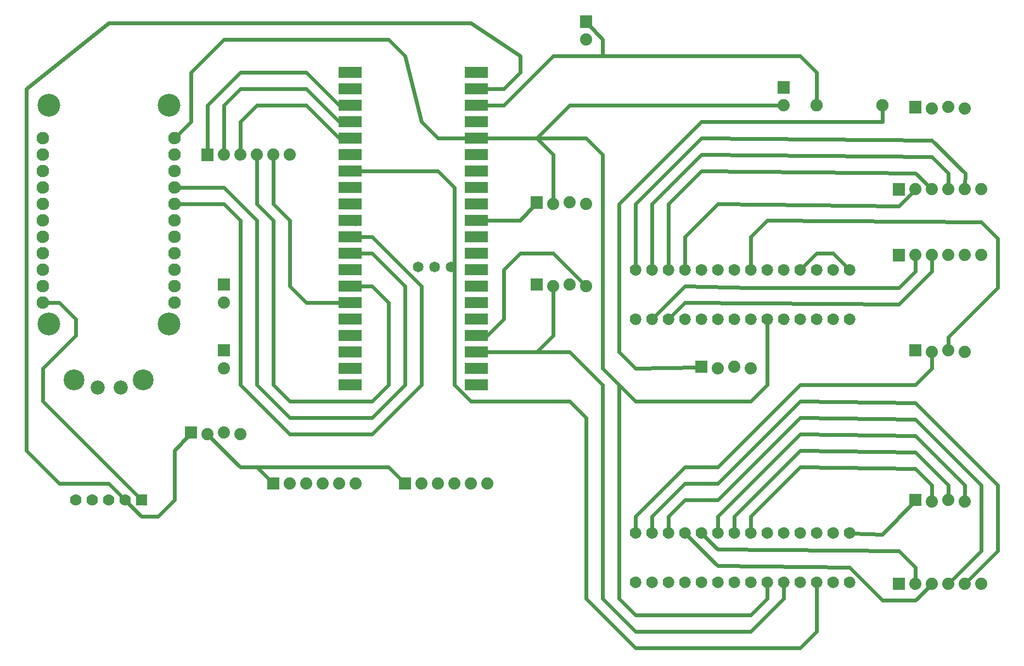
<source format=gtl>
G04 MADE WITH FRITZING*
G04 WWW.FRITZING.ORG*
G04 DOUBLE SIDED*
G04 HOLES PLATED*
G04 CONTOUR ON CENTER OF CONTOUR VECTOR*
%ASAXBY*%
%FSLAX23Y23*%
%MOIN*%
%OFA0B0*%
%SFA1.0B1.0*%
%ADD10C,0.064944*%
%ADD11C,0.138425*%
%ADD12C,0.076000*%
%ADD13C,0.086000*%
%ADD14C,0.126614*%
%ADD15C,0.070000*%
%ADD16C,0.074000*%
%ADD17C,0.075000*%
%ADD18R,0.143667X0.070200*%
%ADD19R,0.144000X0.070200*%
%ADD20R,0.070000X0.070000*%
%ADD21C,0.024000*%
%ADD22R,0.001000X0.001000*%
%LNCOPPER1*%
G90*
G70*
G54D10*
X2110Y3703D03*
X2110Y3603D03*
X2110Y3503D03*
X2110Y3403D03*
X2110Y3303D03*
X2110Y3203D03*
X2110Y3103D03*
X2110Y3003D03*
X2110Y2903D03*
X2110Y2802D03*
X2110Y2703D03*
X2110Y2603D03*
X2110Y2503D03*
X2110Y2403D03*
X2110Y2303D03*
X2110Y2203D03*
X2110Y2103D03*
X2110Y2003D03*
X2110Y1903D03*
X2110Y1803D03*
X2810Y1803D03*
X2810Y1903D03*
X2810Y2003D03*
X2810Y2103D03*
X2810Y2203D03*
X2810Y2303D03*
X2810Y2403D03*
X2810Y2503D03*
X2810Y2603D03*
X2810Y2703D03*
X2810Y2803D03*
X2810Y2903D03*
X2810Y3003D03*
X2810Y3103D03*
X2810Y3203D03*
X2810Y3303D03*
X2810Y3403D03*
X2810Y3503D03*
X2810Y3603D03*
X2810Y3703D03*
X2489Y2520D03*
X2589Y2520D03*
X2689Y2520D03*
G54D11*
X245Y3503D03*
X245Y2173D03*
G54D12*
X210Y2303D03*
X210Y2403D03*
X210Y2503D03*
X210Y2603D03*
X210Y2703D03*
X210Y2803D03*
X210Y2903D03*
X210Y3003D03*
X210Y3103D03*
X210Y3203D03*
X210Y3303D03*
X1010Y3303D03*
X1010Y3203D03*
X1010Y3103D03*
X1010Y3003D03*
X1010Y2903D03*
X1010Y2803D03*
X1010Y2703D03*
G54D11*
X975Y3503D03*
G54D12*
X1010Y2603D03*
G54D11*
X975Y2173D03*
G54D12*
X1010Y2503D03*
X1010Y2403D03*
X1010Y2303D03*
G54D13*
X682Y1788D03*
G54D14*
X400Y1833D03*
X820Y1833D03*
G54D15*
X810Y1103D03*
X710Y1103D03*
X610Y1103D03*
X510Y1103D03*
G54D13*
X544Y1788D03*
G54D15*
X410Y1103D03*
G54D16*
X5510Y2013D03*
X5610Y2003D03*
X5710Y2013D03*
X5810Y2003D03*
X5510Y2013D03*
X5610Y2003D03*
X5710Y2013D03*
X5810Y2003D03*
X1110Y1513D03*
X1210Y1503D03*
X1310Y1513D03*
X1410Y1503D03*
X1110Y1513D03*
X1210Y1503D03*
X1310Y1513D03*
X1410Y1503D03*
X3210Y2413D03*
X3310Y2403D03*
X3410Y2413D03*
X3510Y2403D03*
X3210Y2413D03*
X3310Y2403D03*
X3410Y2413D03*
X3510Y2403D03*
X4210Y1913D03*
X4310Y1903D03*
X4410Y1913D03*
X4510Y1903D03*
X4210Y1913D03*
X4310Y1903D03*
X4410Y1913D03*
X4510Y1903D03*
X5510Y3493D03*
X5610Y3483D03*
X5710Y3493D03*
X5810Y3483D03*
X5510Y3493D03*
X5610Y3483D03*
X5710Y3493D03*
X5810Y3483D03*
X5510Y1103D03*
X5610Y1093D03*
X5710Y1103D03*
X5810Y1093D03*
X5510Y1103D03*
X5610Y1093D03*
X5710Y1103D03*
X5810Y1093D03*
X1210Y3203D03*
X1310Y3203D03*
X1410Y3203D03*
X1510Y3203D03*
X1610Y3203D03*
X1710Y3203D03*
X1210Y3203D03*
X1310Y3203D03*
X1410Y3203D03*
X1510Y3203D03*
X1610Y3203D03*
X1710Y3203D03*
X5410Y2593D03*
X5510Y2593D03*
X5610Y2593D03*
X5710Y2593D03*
X5810Y2593D03*
X5910Y2593D03*
X5410Y2593D03*
X5510Y2593D03*
X5610Y2593D03*
X5710Y2593D03*
X5810Y2593D03*
X5910Y2593D03*
X5410Y2993D03*
X5510Y2993D03*
X5610Y2993D03*
X5710Y2993D03*
X5810Y2993D03*
X5910Y2993D03*
X5410Y2993D03*
X5510Y2993D03*
X5610Y2993D03*
X5710Y2993D03*
X5810Y2993D03*
X5910Y2993D03*
X1610Y1203D03*
X1710Y1203D03*
X1810Y1203D03*
X1910Y1203D03*
X2010Y1203D03*
X2110Y1203D03*
X1610Y1203D03*
X1710Y1203D03*
X1810Y1203D03*
X1910Y1203D03*
X2010Y1203D03*
X2110Y1203D03*
X2410Y1203D03*
X2510Y1203D03*
X2610Y1203D03*
X2710Y1203D03*
X2810Y1203D03*
X2910Y1203D03*
X2410Y1203D03*
X2510Y1203D03*
X2610Y1203D03*
X2710Y1203D03*
X2810Y1203D03*
X2910Y1203D03*
X5410Y593D03*
X5510Y593D03*
X5610Y593D03*
X5710Y593D03*
X5810Y593D03*
X5910Y593D03*
X5410Y593D03*
X5510Y593D03*
X5610Y593D03*
X5710Y593D03*
X5810Y593D03*
X5910Y593D03*
X1310Y2413D03*
X1310Y2303D03*
X1310Y2413D03*
X1310Y2303D03*
X1310Y2013D03*
X1310Y1903D03*
X1310Y2013D03*
X1310Y1903D03*
X4710Y3613D03*
X4710Y3503D03*
X4710Y3613D03*
X4710Y3503D03*
G54D15*
X3810Y603D03*
X5010Y903D03*
X3910Y603D03*
X5110Y903D03*
X4010Y603D03*
X4110Y603D03*
X4210Y603D03*
X4310Y603D03*
X5110Y603D03*
X5010Y603D03*
X4910Y603D03*
X4810Y603D03*
X4410Y603D03*
X4610Y603D03*
X4510Y603D03*
X4710Y603D03*
X4610Y903D03*
X4710Y903D03*
X4810Y903D03*
X4910Y903D03*
X4410Y903D03*
X4510Y903D03*
X4010Y903D03*
X4110Y903D03*
X4210Y903D03*
X4310Y903D03*
X3810Y903D03*
X3910Y903D03*
X3810Y2203D03*
X5010Y2503D03*
X3910Y2203D03*
X5110Y2503D03*
X4010Y2203D03*
X4110Y2203D03*
X4210Y2203D03*
X4310Y2203D03*
X5110Y2203D03*
X5010Y2203D03*
X4910Y2203D03*
X4810Y2203D03*
X4410Y2203D03*
X4610Y2203D03*
X4510Y2203D03*
X4710Y2203D03*
X4610Y2503D03*
X4710Y2503D03*
X4810Y2503D03*
X4910Y2503D03*
X4410Y2503D03*
X4510Y2503D03*
X4010Y2503D03*
X4110Y2503D03*
X4210Y2503D03*
X4310Y2503D03*
X3810Y2503D03*
X3910Y2503D03*
G54D17*
X4910Y3503D03*
X5310Y3503D03*
G54D16*
X3210Y2913D03*
X3310Y2903D03*
X3410Y2913D03*
X3510Y2903D03*
X3210Y2913D03*
X3310Y2903D03*
X3410Y2913D03*
X3510Y2903D03*
X3510Y4013D03*
X3510Y3903D03*
X3510Y4013D03*
X3510Y3903D03*
G54D18*
X2077Y3703D03*
G54D19*
X2078Y3603D03*
X2078Y3503D03*
X2078Y3403D03*
X2078Y3303D03*
X2078Y3203D03*
X2078Y3103D03*
X2078Y3003D03*
X2078Y2903D03*
X2078Y2803D03*
X2078Y2703D03*
X2078Y2603D03*
X2078Y2503D03*
X2078Y2403D03*
X2078Y2303D03*
X2078Y2203D03*
X2078Y2103D03*
X2078Y2003D03*
X2078Y1903D03*
X2078Y1803D03*
X2843Y1803D03*
X2843Y1903D03*
X2843Y2003D03*
X2843Y2103D03*
X2843Y2203D03*
X2843Y2303D03*
X2843Y2403D03*
X2843Y2503D03*
X2843Y2603D03*
X2843Y2703D03*
X2843Y2803D03*
X2843Y2903D03*
X2843Y3003D03*
X2843Y3103D03*
X2843Y3203D03*
X2843Y3303D03*
X2843Y3403D03*
X2843Y3503D03*
X2843Y3603D03*
X2843Y3703D03*
G54D20*
X810Y1103D03*
G54D21*
X5711Y3091D02*
X5611Y3192D01*
D02*
X5611Y3192D02*
X4210Y3203D01*
D02*
X5710Y3013D02*
X5711Y3091D01*
D02*
X4210Y3203D02*
X3910Y2903D01*
D02*
X3910Y2903D02*
X3910Y2518D01*
D02*
X4210Y3303D02*
X3810Y2903D01*
D02*
X3810Y2903D02*
X3810Y2518D01*
D02*
X5611Y3292D02*
X4210Y3303D01*
D02*
X5812Y3091D02*
X5611Y3292D01*
D02*
X5811Y3013D02*
X5812Y3091D01*
D02*
X5596Y3007D02*
X5510Y3091D01*
D02*
X5510Y3091D02*
X4210Y3103D01*
D02*
X4210Y3103D02*
X4010Y2903D01*
D02*
X4010Y2903D02*
X4010Y2518D01*
D02*
X5410Y2890D02*
X4310Y2903D01*
D02*
X4310Y2903D02*
X4110Y2703D01*
D02*
X4110Y2703D02*
X4110Y2518D01*
D02*
X5496Y2978D02*
X5410Y2890D01*
D02*
X4021Y2213D02*
X4110Y2303D01*
D02*
X5610Y2493D02*
X5610Y2573D01*
D02*
X4110Y2303D02*
X5410Y2293D01*
D02*
X5410Y2293D02*
X5610Y2493D01*
D02*
X5310Y3485D02*
X5310Y3403D01*
D02*
X5310Y3403D02*
X4210Y3403D01*
D02*
X4210Y3403D02*
X3710Y2903D01*
D02*
X3710Y2903D02*
X3710Y2003D01*
D02*
X3710Y2003D02*
X3810Y1903D01*
D02*
X3810Y1903D02*
X4190Y1912D01*
D02*
X5410Y2393D02*
X5510Y2493D01*
D02*
X5510Y2493D02*
X5510Y2573D01*
D02*
X4511Y2393D02*
X5410Y2393D01*
D02*
X4110Y2403D02*
X4511Y2393D01*
D02*
X3921Y2213D02*
X4110Y2403D01*
D02*
X4910Y2603D02*
X5010Y2603D01*
D02*
X5010Y2603D02*
X5100Y2513D01*
D02*
X4821Y2513D02*
X4910Y2603D01*
D02*
X5610Y1193D02*
X5610Y1113D01*
D02*
X5510Y1293D02*
X5610Y1193D01*
D02*
X4510Y918D02*
X4510Y1003D01*
D02*
X4810Y1303D02*
X5510Y1293D01*
D02*
X4510Y1003D02*
X4810Y1303D01*
D02*
X5710Y1193D02*
X5710Y1123D01*
D02*
X5510Y1393D02*
X5710Y1193D01*
D02*
X4410Y918D02*
X4410Y1003D01*
D02*
X4410Y1003D02*
X4810Y1403D01*
D02*
X4810Y1403D02*
X5510Y1393D01*
D02*
X5810Y1193D02*
X5810Y1113D01*
D02*
X5510Y1493D02*
X5810Y1193D01*
D02*
X4310Y918D02*
X4310Y1003D01*
D02*
X4810Y1503D02*
X5510Y1493D01*
D02*
X4310Y1003D02*
X4810Y1503D01*
D02*
X4510Y2518D02*
X4510Y2703D01*
D02*
X4510Y2703D02*
X4610Y2803D01*
D02*
X4610Y2803D02*
X5910Y2793D01*
D02*
X5910Y2793D02*
X6010Y2693D01*
D02*
X6010Y2693D02*
X6010Y2393D01*
D02*
X6010Y2393D02*
X5710Y2093D01*
D02*
X5710Y2093D02*
X5710Y2033D01*
D02*
X5510Y1803D02*
X5410Y1803D01*
D02*
X5410Y1803D02*
X4810Y1803D01*
D02*
X4810Y1803D02*
X4310Y1303D01*
D02*
X4110Y1303D02*
X3810Y1003D01*
D02*
X4310Y1303D02*
X4110Y1303D01*
D02*
X3810Y1003D02*
X3810Y918D01*
D02*
X5610Y1983D02*
X5610Y1903D01*
D02*
X5610Y1903D02*
X5510Y1803D01*
D02*
X5510Y1693D02*
X4810Y1703D01*
D02*
X4110Y1203D02*
X3910Y1003D01*
D02*
X4810Y1703D02*
X4310Y1203D01*
D02*
X3910Y1003D02*
X3910Y918D01*
D02*
X4310Y1203D02*
X4110Y1203D01*
D02*
X5824Y607D02*
X6010Y793D01*
D02*
X6010Y793D02*
X6010Y1193D01*
D02*
X6010Y1193D02*
X5510Y1693D01*
D02*
X4010Y918D02*
X4010Y1003D01*
D02*
X4110Y1103D02*
X4310Y1103D01*
D02*
X4810Y1603D02*
X5510Y1593D01*
D02*
X5910Y793D02*
X5724Y607D01*
D02*
X5910Y1193D02*
X5910Y793D01*
D02*
X5510Y1593D02*
X5910Y1193D01*
D02*
X4310Y1103D02*
X4810Y1603D01*
D02*
X4010Y1003D02*
X4110Y1103D01*
D02*
X4221Y892D02*
X4310Y803D01*
D02*
X4310Y803D02*
X5410Y793D01*
D02*
X5410Y793D02*
X5510Y693D01*
D02*
X5510Y693D02*
X5510Y613D01*
D02*
X4310Y703D02*
X4121Y892D01*
D02*
X5596Y579D02*
X5510Y493D01*
D02*
X5510Y493D02*
X5310Y493D01*
D02*
X5310Y493D02*
X5110Y693D01*
D02*
X5110Y693D02*
X4310Y703D01*
D02*
X2136Y3103D02*
X2610Y3103D01*
D02*
X4910Y303D02*
X4910Y588D01*
D02*
X4810Y203D02*
X4910Y303D01*
D02*
X3810Y203D02*
X4810Y203D01*
D02*
X2610Y3103D02*
X2710Y3003D01*
D02*
X2710Y3003D02*
X2710Y1803D01*
D02*
X3510Y503D02*
X3810Y203D01*
D02*
X3510Y1603D02*
X3510Y503D01*
D02*
X3410Y1703D02*
X3510Y1603D01*
D02*
X2810Y1703D02*
X3410Y1703D01*
D02*
X2710Y1803D02*
X2810Y1703D01*
D02*
X3610Y1903D02*
X3710Y1803D01*
D02*
X3610Y3203D02*
X3610Y1903D01*
D02*
X3710Y503D02*
X3810Y403D01*
D02*
X3810Y403D02*
X4510Y403D01*
D02*
X4510Y403D02*
X4610Y503D01*
D02*
X4610Y503D02*
X4610Y588D01*
D02*
X2835Y3303D02*
X3510Y3303D01*
D02*
X3710Y1803D02*
X3710Y503D01*
D02*
X3510Y3303D02*
X3610Y3203D01*
D02*
X5496Y1088D02*
X5310Y893D01*
D02*
X5310Y893D02*
X5125Y902D01*
D02*
X2835Y2003D02*
X3410Y2003D01*
D02*
X4710Y503D02*
X4710Y588D01*
D02*
X4510Y303D02*
X4710Y503D01*
D02*
X3810Y303D02*
X4510Y303D01*
D02*
X3610Y503D02*
X3810Y303D01*
D02*
X3610Y1803D02*
X3610Y503D01*
D02*
X3410Y2003D02*
X3610Y1803D01*
D02*
X3510Y3303D02*
X2835Y3303D01*
D02*
X3610Y3203D02*
X3510Y3303D01*
D02*
X3610Y1903D02*
X3610Y3203D01*
D02*
X3810Y1703D02*
X3610Y1903D01*
D02*
X4510Y1703D02*
X3810Y1703D01*
D02*
X4610Y1803D02*
X4510Y1703D01*
D02*
X4610Y2188D02*
X4610Y1803D01*
D02*
X2835Y2003D02*
X3210Y2003D01*
D02*
X3210Y2003D02*
X3310Y2103D01*
D02*
X3310Y2103D02*
X3310Y2383D01*
D02*
X2835Y2103D02*
X2910Y2103D01*
D02*
X2910Y2103D02*
X3010Y2203D01*
D02*
X3010Y2203D02*
X3010Y2503D01*
D02*
X3010Y2503D02*
X3110Y2603D01*
D02*
X3110Y2603D02*
X3310Y2603D01*
D02*
X3310Y2603D02*
X3496Y2417D01*
D02*
X2835Y3503D02*
X3010Y3503D01*
D02*
X4910Y3703D02*
X4910Y3520D01*
D02*
X3310Y3803D02*
X4810Y3803D01*
D02*
X3010Y3503D02*
X3310Y3803D01*
D02*
X4810Y3803D02*
X4910Y3703D01*
D02*
X2835Y3303D02*
X3210Y3303D01*
D02*
X3410Y3503D02*
X4690Y3503D01*
D02*
X3210Y3303D02*
X3410Y3503D01*
D02*
X2085Y3403D02*
X2010Y3403D01*
D02*
X2010Y3403D02*
X1810Y3603D01*
D02*
X1810Y3603D02*
X1410Y3603D01*
D02*
X1310Y3503D02*
X1310Y3223D01*
D02*
X1410Y3603D02*
X1310Y3503D01*
D02*
X1410Y3223D02*
X1410Y3403D01*
D02*
X1410Y3403D02*
X1510Y3503D01*
D02*
X1510Y3503D02*
X1810Y3503D01*
D02*
X1810Y3503D02*
X2010Y3303D01*
D02*
X2010Y3303D02*
X2085Y3303D01*
D02*
X2085Y3503D02*
X2010Y3503D01*
D02*
X2010Y3503D02*
X1810Y3703D01*
D02*
X1810Y3703D02*
X1410Y3703D01*
D02*
X1410Y3703D02*
X1210Y3503D01*
D02*
X1210Y3503D02*
X1210Y3223D01*
D02*
X2835Y3603D02*
X3010Y3603D01*
D02*
X3110Y3703D02*
X3110Y3803D01*
D02*
X2810Y4003D02*
X610Y4003D01*
D02*
X610Y4003D02*
X110Y3603D01*
D02*
X110Y3603D02*
X110Y1403D01*
D02*
X610Y1203D02*
X696Y1117D01*
D02*
X310Y1203D02*
X610Y1203D01*
D02*
X110Y1403D02*
X310Y1203D01*
D02*
X3110Y3803D02*
X2810Y4003D01*
D02*
X3010Y3603D02*
X3110Y3703D01*
D02*
X230Y2303D02*
X310Y2303D01*
D02*
X610Y1303D02*
X796Y1117D01*
D02*
X410Y1503D02*
X610Y1303D01*
D02*
X310Y2303D02*
X410Y2203D01*
D02*
X410Y2203D02*
X410Y2103D01*
D02*
X410Y2103D02*
X210Y1903D01*
D02*
X210Y1903D02*
X210Y1703D01*
D02*
X210Y1703D02*
X410Y1503D01*
D02*
X1097Y1498D02*
X1010Y1403D01*
D02*
X810Y1003D02*
X724Y1089D01*
D02*
X910Y1003D02*
X810Y1003D01*
D02*
X1010Y1103D02*
X910Y1003D01*
D02*
X1010Y1403D02*
X1010Y1103D01*
D02*
X1810Y2303D02*
X1710Y2403D01*
D02*
X1710Y2403D02*
X1710Y2803D01*
D02*
X1710Y2803D02*
X1610Y2903D01*
D02*
X1610Y2903D02*
X1610Y3183D01*
D02*
X2085Y2303D02*
X1810Y2303D01*
D02*
X2136Y2403D02*
X2210Y2403D01*
D02*
X2210Y2403D02*
X2310Y2303D01*
D02*
X2310Y2303D02*
X2310Y1803D01*
D02*
X2310Y1803D02*
X2210Y1703D01*
D02*
X2210Y1703D02*
X1710Y1703D01*
D02*
X1710Y1703D02*
X1610Y1803D01*
D02*
X1610Y1803D02*
X1610Y2803D01*
D02*
X1610Y2803D02*
X1510Y2903D01*
D02*
X1510Y2903D02*
X1510Y3183D01*
D02*
X1030Y3003D02*
X1310Y3003D01*
D02*
X1310Y3003D02*
X1510Y2803D01*
D02*
X2210Y2603D02*
X2136Y2603D01*
D02*
X2410Y2403D02*
X2210Y2603D01*
D02*
X2410Y1803D02*
X2410Y2403D01*
D02*
X1710Y1603D02*
X2210Y1603D01*
D02*
X1510Y2803D02*
X1510Y1803D01*
D02*
X1510Y1803D02*
X1710Y1603D01*
D02*
X2210Y1603D02*
X2410Y1803D01*
D02*
X1310Y2903D02*
X1410Y2803D01*
D02*
X2210Y2703D02*
X2136Y2703D01*
D02*
X2510Y2403D02*
X2210Y2703D01*
D02*
X2510Y1803D02*
X2510Y2403D01*
D02*
X1710Y1503D02*
X2210Y1503D01*
D02*
X1410Y2803D02*
X1410Y1803D01*
D02*
X1410Y1803D02*
X1710Y1503D01*
D02*
X2210Y1503D02*
X2510Y1803D01*
D02*
X1030Y2903D02*
X1310Y2903D01*
D02*
X1224Y1489D02*
X1410Y1303D01*
D02*
X2310Y1303D02*
X2396Y1217D01*
D02*
X1410Y1303D02*
X2310Y1303D01*
D02*
X1224Y1489D02*
X1410Y1303D01*
D02*
X1510Y1303D02*
X1596Y1217D01*
D02*
X1410Y1303D02*
X1510Y1303D01*
D02*
X2835Y2803D02*
X3110Y2803D01*
D02*
X3110Y2803D02*
X3197Y2898D01*
D02*
X3310Y3203D02*
X3210Y3303D01*
D02*
X3210Y3303D02*
X2835Y3303D01*
D02*
X3310Y2923D02*
X3310Y3203D01*
D02*
X3524Y3998D02*
X3610Y3903D01*
D02*
X3610Y3903D02*
X3610Y3803D01*
D02*
X3610Y3803D02*
X3310Y3803D01*
D02*
X3310Y3803D02*
X3010Y3503D01*
D02*
X3010Y3503D02*
X2835Y3503D01*
D02*
X2510Y3403D02*
X2610Y3303D01*
D02*
X2610Y3303D02*
X2784Y3303D01*
D02*
X1024Y3317D02*
X1110Y3403D01*
D02*
X2310Y3903D02*
X2410Y3803D01*
D02*
X2410Y3803D02*
X2510Y3403D01*
D02*
X1310Y3903D02*
X2310Y3903D01*
D02*
X1110Y3703D02*
X1310Y3903D01*
D02*
X1110Y3403D02*
X1110Y3703D01*
G54D22*
X3474Y4049D02*
X3547Y4049D01*
X3474Y4048D02*
X3547Y4048D01*
X3474Y4047D02*
X3547Y4047D01*
X3474Y4046D02*
X3547Y4046D01*
X3474Y4045D02*
X3547Y4045D01*
X3474Y4044D02*
X3547Y4044D01*
X3474Y4043D02*
X3547Y4043D01*
X3474Y4042D02*
X3547Y4042D01*
X3474Y4041D02*
X3547Y4041D01*
X3474Y4040D02*
X3547Y4040D01*
X3474Y4039D02*
X3547Y4039D01*
X3474Y4038D02*
X3547Y4038D01*
X3474Y4037D02*
X3547Y4037D01*
X3474Y4036D02*
X3547Y4036D01*
X3474Y4035D02*
X3547Y4035D01*
X3474Y4034D02*
X3547Y4034D01*
X3474Y4033D02*
X3547Y4033D01*
X3474Y4032D02*
X3505Y4032D01*
X3517Y4032D02*
X3547Y4032D01*
X3474Y4031D02*
X3502Y4031D01*
X3519Y4031D02*
X3547Y4031D01*
X3474Y4030D02*
X3500Y4030D01*
X3521Y4030D02*
X3547Y4030D01*
X3474Y4029D02*
X3498Y4029D01*
X3523Y4029D02*
X3547Y4029D01*
X3474Y4028D02*
X3497Y4028D01*
X3524Y4028D02*
X3547Y4028D01*
X3474Y4027D02*
X3496Y4027D01*
X3525Y4027D02*
X3547Y4027D01*
X3474Y4026D02*
X3495Y4026D01*
X3526Y4026D02*
X3547Y4026D01*
X3474Y4025D02*
X3494Y4025D01*
X3527Y4025D02*
X3547Y4025D01*
X3474Y4024D02*
X3494Y4024D01*
X3528Y4024D02*
X3547Y4024D01*
X3474Y4023D02*
X3493Y4023D01*
X3528Y4023D02*
X3547Y4023D01*
X3474Y4022D02*
X3492Y4022D01*
X3529Y4022D02*
X3547Y4022D01*
X3474Y4021D02*
X3492Y4021D01*
X3529Y4021D02*
X3547Y4021D01*
X3474Y4020D02*
X3491Y4020D01*
X3530Y4020D02*
X3547Y4020D01*
X3474Y4019D02*
X3491Y4019D01*
X3530Y4019D02*
X3547Y4019D01*
X3474Y4018D02*
X3491Y4018D01*
X3530Y4018D02*
X3547Y4018D01*
X3474Y4017D02*
X3491Y4017D01*
X3531Y4017D02*
X3547Y4017D01*
X3474Y4016D02*
X3490Y4016D01*
X3531Y4016D02*
X3547Y4016D01*
X3474Y4015D02*
X3490Y4015D01*
X3531Y4015D02*
X3547Y4015D01*
X3474Y4014D02*
X3490Y4014D01*
X3531Y4014D02*
X3547Y4014D01*
X3474Y4013D02*
X3490Y4013D01*
X3531Y4013D02*
X3547Y4013D01*
X3474Y4012D02*
X3490Y4012D01*
X3531Y4012D02*
X3547Y4012D01*
X3474Y4011D02*
X3490Y4011D01*
X3531Y4011D02*
X3547Y4011D01*
X3474Y4010D02*
X3490Y4010D01*
X3531Y4010D02*
X3547Y4010D01*
X3474Y4009D02*
X3491Y4009D01*
X3531Y4009D02*
X3547Y4009D01*
X3474Y4008D02*
X3491Y4008D01*
X3530Y4008D02*
X3547Y4008D01*
X3474Y4007D02*
X3491Y4007D01*
X3530Y4007D02*
X3547Y4007D01*
X3474Y4006D02*
X3491Y4006D01*
X3530Y4006D02*
X3547Y4006D01*
X3474Y4005D02*
X3492Y4005D01*
X3529Y4005D02*
X3547Y4005D01*
X3474Y4004D02*
X3492Y4004D01*
X3529Y4004D02*
X3547Y4004D01*
X3474Y4003D02*
X3493Y4003D01*
X3528Y4003D02*
X3547Y4003D01*
X3474Y4002D02*
X3493Y4002D01*
X3528Y4002D02*
X3547Y4002D01*
X3474Y4001D02*
X3494Y4001D01*
X3527Y4001D02*
X3547Y4001D01*
X3474Y4000D02*
X3495Y4000D01*
X3526Y4000D02*
X3547Y4000D01*
X3474Y3999D02*
X3496Y3999D01*
X3525Y3999D02*
X3547Y3999D01*
X3474Y3998D02*
X3497Y3998D01*
X3524Y3998D02*
X3547Y3998D01*
X3474Y3997D02*
X3498Y3997D01*
X3523Y3997D02*
X3547Y3997D01*
X3474Y3996D02*
X3499Y3996D01*
X3522Y3996D02*
X3547Y3996D01*
X3474Y3995D02*
X3501Y3995D01*
X3520Y3995D02*
X3547Y3995D01*
X3474Y3994D02*
X3504Y3994D01*
X3517Y3994D02*
X3547Y3994D01*
X3474Y3993D02*
X3509Y3993D01*
X3512Y3993D02*
X3547Y3993D01*
X3474Y3992D02*
X3547Y3992D01*
X3474Y3991D02*
X3547Y3991D01*
X3474Y3990D02*
X3547Y3990D01*
X3474Y3989D02*
X3547Y3989D01*
X3474Y3988D02*
X3547Y3988D01*
X3474Y3987D02*
X3547Y3987D01*
X3474Y3986D02*
X3547Y3986D01*
X3474Y3985D02*
X3547Y3985D01*
X3474Y3984D02*
X3547Y3984D01*
X3474Y3983D02*
X3547Y3983D01*
X3474Y3982D02*
X3547Y3982D01*
X3474Y3981D02*
X3547Y3981D01*
X3474Y3980D02*
X3547Y3980D01*
X3474Y3979D02*
X3547Y3979D01*
X3474Y3978D02*
X3547Y3978D01*
X3474Y3977D02*
X3547Y3977D01*
X3474Y3976D02*
X3547Y3976D01*
X4674Y3649D02*
X4747Y3649D01*
X4674Y3648D02*
X4747Y3648D01*
X4674Y3647D02*
X4747Y3647D01*
X4674Y3646D02*
X4747Y3646D01*
X4674Y3645D02*
X4747Y3645D01*
X4674Y3644D02*
X4747Y3644D01*
X4674Y3643D02*
X4747Y3643D01*
X4674Y3642D02*
X4747Y3642D01*
X4674Y3641D02*
X4747Y3641D01*
X4674Y3640D02*
X4747Y3640D01*
X4674Y3639D02*
X4747Y3639D01*
X4674Y3638D02*
X4747Y3638D01*
X4674Y3637D02*
X4747Y3637D01*
X4674Y3636D02*
X4747Y3636D01*
X4674Y3635D02*
X4747Y3635D01*
X4674Y3634D02*
X4747Y3634D01*
X4674Y3633D02*
X4747Y3633D01*
X4674Y3632D02*
X4704Y3632D01*
X4717Y3632D02*
X4747Y3632D01*
X4674Y3631D02*
X4702Y3631D01*
X4719Y3631D02*
X4747Y3631D01*
X4674Y3630D02*
X4700Y3630D01*
X4721Y3630D02*
X4747Y3630D01*
X4674Y3629D02*
X4698Y3629D01*
X4723Y3629D02*
X4747Y3629D01*
X4674Y3628D02*
X4697Y3628D01*
X4724Y3628D02*
X4747Y3628D01*
X4674Y3627D02*
X4696Y3627D01*
X4725Y3627D02*
X4747Y3627D01*
X4674Y3626D02*
X4695Y3626D01*
X4726Y3626D02*
X4747Y3626D01*
X4674Y3625D02*
X4694Y3625D01*
X4727Y3625D02*
X4747Y3625D01*
X4674Y3624D02*
X4693Y3624D01*
X4728Y3624D02*
X4747Y3624D01*
X4674Y3623D02*
X4693Y3623D01*
X4728Y3623D02*
X4747Y3623D01*
X4674Y3622D02*
X4692Y3622D01*
X4729Y3622D02*
X4747Y3622D01*
X4674Y3621D02*
X4692Y3621D01*
X4729Y3621D02*
X4747Y3621D01*
X4674Y3620D02*
X4691Y3620D01*
X4730Y3620D02*
X4747Y3620D01*
X4674Y3619D02*
X4691Y3619D01*
X4730Y3619D02*
X4747Y3619D01*
X4674Y3618D02*
X4691Y3618D01*
X4730Y3618D02*
X4747Y3618D01*
X4674Y3617D02*
X4690Y3617D01*
X4731Y3617D02*
X4747Y3617D01*
X4674Y3616D02*
X4690Y3616D01*
X4731Y3616D02*
X4747Y3616D01*
X4674Y3615D02*
X4690Y3615D01*
X4731Y3615D02*
X4747Y3615D01*
X4674Y3614D02*
X4690Y3614D01*
X4731Y3614D02*
X4747Y3614D01*
X4674Y3613D02*
X4690Y3613D01*
X4731Y3613D02*
X4747Y3613D01*
X4674Y3612D02*
X4690Y3612D01*
X4731Y3612D02*
X4747Y3612D01*
X4674Y3611D02*
X4690Y3611D01*
X4731Y3611D02*
X4747Y3611D01*
X4674Y3610D02*
X4690Y3610D01*
X4731Y3610D02*
X4747Y3610D01*
X4674Y3609D02*
X4690Y3609D01*
X4731Y3609D02*
X4747Y3609D01*
X4674Y3608D02*
X4691Y3608D01*
X4730Y3608D02*
X4747Y3608D01*
X4674Y3607D02*
X4691Y3607D01*
X4730Y3607D02*
X4747Y3607D01*
X4674Y3606D02*
X4691Y3606D01*
X4730Y3606D02*
X4747Y3606D01*
X4674Y3605D02*
X4692Y3605D01*
X4729Y3605D02*
X4747Y3605D01*
X4674Y3604D02*
X4692Y3604D01*
X4729Y3604D02*
X4747Y3604D01*
X4674Y3603D02*
X4693Y3603D01*
X4728Y3603D02*
X4747Y3603D01*
X4674Y3602D02*
X4693Y3602D01*
X4728Y3602D02*
X4747Y3602D01*
X4674Y3601D02*
X4694Y3601D01*
X4727Y3601D02*
X4747Y3601D01*
X4674Y3600D02*
X4695Y3600D01*
X4726Y3600D02*
X4747Y3600D01*
X4674Y3599D02*
X4696Y3599D01*
X4725Y3599D02*
X4747Y3599D01*
X4674Y3598D02*
X4697Y3598D01*
X4724Y3598D02*
X4747Y3598D01*
X4674Y3597D02*
X4698Y3597D01*
X4723Y3597D02*
X4747Y3597D01*
X4674Y3596D02*
X4699Y3596D01*
X4722Y3596D02*
X4747Y3596D01*
X4674Y3595D02*
X4701Y3595D01*
X4720Y3595D02*
X4747Y3595D01*
X4674Y3594D02*
X4704Y3594D01*
X4717Y3594D02*
X4747Y3594D01*
X4674Y3593D02*
X4709Y3593D01*
X4712Y3593D02*
X4747Y3593D01*
X4674Y3592D02*
X4747Y3592D01*
X4674Y3591D02*
X4747Y3591D01*
X4674Y3590D02*
X4747Y3590D01*
X4674Y3589D02*
X4747Y3589D01*
X4674Y3588D02*
X4747Y3588D01*
X4674Y3587D02*
X4747Y3587D01*
X4674Y3586D02*
X4747Y3586D01*
X4674Y3585D02*
X4747Y3585D01*
X4674Y3584D02*
X4747Y3584D01*
X4674Y3583D02*
X4747Y3583D01*
X4674Y3582D02*
X4747Y3582D01*
X4674Y3581D02*
X4747Y3581D01*
X4674Y3580D02*
X4747Y3580D01*
X4674Y3579D02*
X4747Y3579D01*
X4674Y3578D02*
X4747Y3578D01*
X4674Y3577D02*
X4747Y3577D01*
X4674Y3576D02*
X4747Y3576D01*
X5474Y3529D02*
X5547Y3529D01*
X5474Y3528D02*
X5547Y3528D01*
X5474Y3527D02*
X5547Y3527D01*
X5474Y3526D02*
X5547Y3526D01*
X5474Y3525D02*
X5547Y3525D01*
X5474Y3524D02*
X5547Y3524D01*
X5474Y3523D02*
X5547Y3523D01*
X5474Y3522D02*
X5547Y3522D01*
X5474Y3521D02*
X5547Y3521D01*
X5474Y3520D02*
X5547Y3520D01*
X5474Y3519D02*
X5547Y3519D01*
X5474Y3518D02*
X5547Y3518D01*
X5474Y3517D02*
X5547Y3517D01*
X5474Y3516D02*
X5547Y3516D01*
X5474Y3515D02*
X5547Y3515D01*
X5474Y3514D02*
X5547Y3514D01*
X5474Y3513D02*
X5547Y3513D01*
X5474Y3512D02*
X5504Y3512D01*
X5517Y3512D02*
X5547Y3512D01*
X5474Y3511D02*
X5502Y3511D01*
X5519Y3511D02*
X5547Y3511D01*
X5474Y3510D02*
X5500Y3510D01*
X5521Y3510D02*
X5547Y3510D01*
X5474Y3509D02*
X5498Y3509D01*
X5523Y3509D02*
X5547Y3509D01*
X5474Y3508D02*
X5497Y3508D01*
X5524Y3508D02*
X5547Y3508D01*
X5474Y3507D02*
X5496Y3507D01*
X5525Y3507D02*
X5547Y3507D01*
X5474Y3506D02*
X5495Y3506D01*
X5526Y3506D02*
X5547Y3506D01*
X5474Y3505D02*
X5494Y3505D01*
X5527Y3505D02*
X5547Y3505D01*
X5474Y3504D02*
X5493Y3504D01*
X5528Y3504D02*
X5547Y3504D01*
X5474Y3503D02*
X5493Y3503D01*
X5528Y3503D02*
X5547Y3503D01*
X5474Y3502D02*
X5492Y3502D01*
X5529Y3502D02*
X5547Y3502D01*
X5474Y3501D02*
X5492Y3501D01*
X5529Y3501D02*
X5547Y3501D01*
X5474Y3500D02*
X5491Y3500D01*
X5530Y3500D02*
X5547Y3500D01*
X5474Y3499D02*
X5491Y3499D01*
X5530Y3499D02*
X5547Y3499D01*
X5474Y3498D02*
X5491Y3498D01*
X5530Y3498D02*
X5547Y3498D01*
X5474Y3497D02*
X5490Y3497D01*
X5531Y3497D02*
X5547Y3497D01*
X5474Y3496D02*
X5490Y3496D01*
X5531Y3496D02*
X5547Y3496D01*
X5474Y3495D02*
X5490Y3495D01*
X5531Y3495D02*
X5547Y3495D01*
X5474Y3494D02*
X5490Y3494D01*
X5531Y3494D02*
X5547Y3494D01*
X5474Y3493D02*
X5490Y3493D01*
X5531Y3493D02*
X5547Y3493D01*
X5474Y3492D02*
X5490Y3492D01*
X5531Y3492D02*
X5547Y3492D01*
X5474Y3491D02*
X5490Y3491D01*
X5531Y3491D02*
X5547Y3491D01*
X5474Y3490D02*
X5490Y3490D01*
X5531Y3490D02*
X5547Y3490D01*
X5474Y3489D02*
X5490Y3489D01*
X5531Y3489D02*
X5547Y3489D01*
X5474Y3488D02*
X5491Y3488D01*
X5530Y3488D02*
X5547Y3488D01*
X5474Y3487D02*
X5491Y3487D01*
X5530Y3487D02*
X5547Y3487D01*
X5474Y3486D02*
X5491Y3486D01*
X5530Y3486D02*
X5547Y3486D01*
X5474Y3485D02*
X5492Y3485D01*
X5529Y3485D02*
X5547Y3485D01*
X5474Y3484D02*
X5492Y3484D01*
X5529Y3484D02*
X5547Y3484D01*
X5474Y3483D02*
X5493Y3483D01*
X5528Y3483D02*
X5547Y3483D01*
X5474Y3482D02*
X5493Y3482D01*
X5528Y3482D02*
X5547Y3482D01*
X5474Y3481D02*
X5494Y3481D01*
X5527Y3481D02*
X5547Y3481D01*
X5474Y3480D02*
X5495Y3480D01*
X5526Y3480D02*
X5547Y3480D01*
X5474Y3479D02*
X5496Y3479D01*
X5525Y3479D02*
X5547Y3479D01*
X5474Y3478D02*
X5497Y3478D01*
X5524Y3478D02*
X5547Y3478D01*
X5474Y3477D02*
X5498Y3477D01*
X5523Y3477D02*
X5547Y3477D01*
X5474Y3476D02*
X5499Y3476D01*
X5522Y3476D02*
X5547Y3476D01*
X5474Y3475D02*
X5501Y3475D01*
X5520Y3475D02*
X5547Y3475D01*
X5474Y3474D02*
X5504Y3474D01*
X5517Y3474D02*
X5547Y3474D01*
X5474Y3473D02*
X5509Y3473D01*
X5512Y3473D02*
X5547Y3473D01*
X5474Y3472D02*
X5547Y3472D01*
X5474Y3471D02*
X5547Y3471D01*
X5474Y3470D02*
X5547Y3470D01*
X5474Y3469D02*
X5547Y3469D01*
X5474Y3468D02*
X5547Y3468D01*
X5474Y3467D02*
X5547Y3467D01*
X5474Y3466D02*
X5547Y3466D01*
X5474Y3465D02*
X5547Y3465D01*
X5474Y3464D02*
X5547Y3464D01*
X5474Y3463D02*
X5547Y3463D01*
X5474Y3462D02*
X5547Y3462D01*
X5474Y3461D02*
X5547Y3461D01*
X5474Y3460D02*
X5547Y3460D01*
X5474Y3459D02*
X5547Y3459D01*
X5474Y3458D02*
X5547Y3458D01*
X5474Y3457D02*
X5547Y3457D01*
X5474Y3456D02*
X5547Y3456D01*
X1174Y3239D02*
X1247Y3239D01*
X1174Y3238D02*
X1247Y3238D01*
X1174Y3237D02*
X1247Y3237D01*
X1174Y3236D02*
X1247Y3236D01*
X1174Y3235D02*
X1247Y3235D01*
X1174Y3234D02*
X1247Y3234D01*
X1174Y3233D02*
X1247Y3233D01*
X1174Y3232D02*
X1247Y3232D01*
X1174Y3231D02*
X1247Y3231D01*
X1174Y3230D02*
X1247Y3230D01*
X1174Y3229D02*
X1247Y3229D01*
X1174Y3228D02*
X1247Y3228D01*
X1174Y3227D02*
X1247Y3227D01*
X1174Y3226D02*
X1247Y3226D01*
X1174Y3225D02*
X1247Y3225D01*
X1174Y3224D02*
X1247Y3224D01*
X1174Y3223D02*
X1247Y3223D01*
X1174Y3222D02*
X1204Y3222D01*
X1217Y3222D02*
X1247Y3222D01*
X1174Y3221D02*
X1202Y3221D01*
X1220Y3221D02*
X1247Y3221D01*
X1174Y3220D02*
X1200Y3220D01*
X1222Y3220D02*
X1247Y3220D01*
X1174Y3219D02*
X1198Y3219D01*
X1223Y3219D02*
X1247Y3219D01*
X1174Y3218D02*
X1197Y3218D01*
X1224Y3218D02*
X1247Y3218D01*
X1174Y3217D02*
X1196Y3217D01*
X1225Y3217D02*
X1247Y3217D01*
X1174Y3216D02*
X1195Y3216D01*
X1226Y3216D02*
X1247Y3216D01*
X1174Y3215D02*
X1194Y3215D01*
X1227Y3215D02*
X1247Y3215D01*
X1174Y3214D02*
X1194Y3214D01*
X1228Y3214D02*
X1247Y3214D01*
X1174Y3213D02*
X1193Y3213D01*
X1228Y3213D02*
X1247Y3213D01*
X1174Y3212D02*
X1192Y3212D01*
X1229Y3212D02*
X1247Y3212D01*
X1174Y3211D02*
X1192Y3211D01*
X1229Y3211D02*
X1247Y3211D01*
X1174Y3210D02*
X1192Y3210D01*
X1230Y3210D02*
X1247Y3210D01*
X1174Y3209D02*
X1191Y3209D01*
X1230Y3209D02*
X1247Y3209D01*
X1174Y3208D02*
X1191Y3208D01*
X1230Y3208D02*
X1247Y3208D01*
X1174Y3207D02*
X1191Y3207D01*
X1231Y3207D02*
X1247Y3207D01*
X1174Y3206D02*
X1190Y3206D01*
X1231Y3206D02*
X1247Y3206D01*
X1174Y3205D02*
X1190Y3205D01*
X1231Y3205D02*
X1247Y3205D01*
X1174Y3204D02*
X1190Y3204D01*
X1231Y3204D02*
X1247Y3204D01*
X1174Y3203D02*
X1190Y3203D01*
X1231Y3203D02*
X1247Y3203D01*
X1174Y3202D02*
X1190Y3202D01*
X1231Y3202D02*
X1247Y3202D01*
X1174Y3201D02*
X1190Y3201D01*
X1231Y3201D02*
X1247Y3201D01*
X1174Y3200D02*
X1190Y3200D01*
X1231Y3200D02*
X1247Y3200D01*
X1174Y3199D02*
X1191Y3199D01*
X1231Y3199D02*
X1247Y3199D01*
X1174Y3198D02*
X1191Y3198D01*
X1230Y3198D02*
X1247Y3198D01*
X1174Y3197D02*
X1191Y3197D01*
X1230Y3197D02*
X1247Y3197D01*
X1174Y3196D02*
X1192Y3196D01*
X1230Y3196D02*
X1247Y3196D01*
X1174Y3195D02*
X1192Y3195D01*
X1230Y3195D02*
X1247Y3195D01*
X1174Y3194D02*
X1192Y3194D01*
X1229Y3194D02*
X1247Y3194D01*
X1174Y3193D02*
X1193Y3193D01*
X1228Y3193D02*
X1247Y3193D01*
X1174Y3192D02*
X1193Y3192D01*
X1228Y3192D02*
X1247Y3192D01*
X1174Y3191D02*
X1194Y3191D01*
X1227Y3191D02*
X1247Y3191D01*
X1174Y3190D02*
X1195Y3190D01*
X1226Y3190D02*
X1247Y3190D01*
X1174Y3189D02*
X1196Y3189D01*
X1225Y3189D02*
X1247Y3189D01*
X1174Y3188D02*
X1197Y3188D01*
X1224Y3188D02*
X1247Y3188D01*
X1174Y3187D02*
X1198Y3187D01*
X1223Y3187D02*
X1247Y3187D01*
X1174Y3186D02*
X1200Y3186D01*
X1222Y3186D02*
X1247Y3186D01*
X1174Y3185D02*
X1202Y3185D01*
X1220Y3185D02*
X1247Y3185D01*
X1174Y3184D02*
X1204Y3184D01*
X1217Y3184D02*
X1247Y3184D01*
X1174Y3183D02*
X1210Y3183D01*
X1212Y3183D02*
X1247Y3183D01*
X1174Y3182D02*
X1247Y3182D01*
X1174Y3181D02*
X1247Y3181D01*
X1174Y3180D02*
X1247Y3180D01*
X1174Y3179D02*
X1247Y3179D01*
X1174Y3178D02*
X1247Y3178D01*
X1174Y3177D02*
X1247Y3177D01*
X1174Y3176D02*
X1247Y3176D01*
X1174Y3175D02*
X1247Y3175D01*
X1174Y3174D02*
X1247Y3174D01*
X1174Y3173D02*
X1247Y3173D01*
X1174Y3172D02*
X1247Y3172D01*
X1174Y3171D02*
X1247Y3171D01*
X1174Y3170D02*
X1247Y3170D01*
X1174Y3169D02*
X1247Y3169D01*
X1174Y3168D02*
X1247Y3168D01*
X1174Y3167D02*
X1247Y3167D01*
X1175Y3166D02*
X1247Y3166D01*
X5374Y3029D02*
X5447Y3029D01*
X5374Y3028D02*
X5447Y3028D01*
X5374Y3027D02*
X5447Y3027D01*
X5374Y3026D02*
X5447Y3026D01*
X5374Y3025D02*
X5447Y3025D01*
X5374Y3024D02*
X5447Y3024D01*
X5374Y3023D02*
X5447Y3023D01*
X5374Y3022D02*
X5447Y3022D01*
X5374Y3021D02*
X5447Y3021D01*
X5374Y3020D02*
X5447Y3020D01*
X5374Y3019D02*
X5447Y3019D01*
X5374Y3018D02*
X5447Y3018D01*
X5374Y3017D02*
X5447Y3017D01*
X5374Y3016D02*
X5447Y3016D01*
X5374Y3015D02*
X5447Y3015D01*
X5374Y3014D02*
X5447Y3014D01*
X5374Y3013D02*
X5447Y3013D01*
X5374Y3012D02*
X5404Y3012D01*
X5417Y3012D02*
X5447Y3012D01*
X5374Y3011D02*
X5402Y3011D01*
X5420Y3011D02*
X5447Y3011D01*
X5374Y3010D02*
X5400Y3010D01*
X5421Y3010D02*
X5447Y3010D01*
X5374Y3009D02*
X5398Y3009D01*
X5423Y3009D02*
X5447Y3009D01*
X5374Y3008D02*
X5397Y3008D01*
X5424Y3008D02*
X5447Y3008D01*
X5374Y3007D02*
X5396Y3007D01*
X5425Y3007D02*
X5447Y3007D01*
X5374Y3006D02*
X5395Y3006D01*
X5426Y3006D02*
X5447Y3006D01*
X5374Y3005D02*
X5394Y3005D01*
X5427Y3005D02*
X5447Y3005D01*
X5374Y3004D02*
X5393Y3004D01*
X5428Y3004D02*
X5447Y3004D01*
X5374Y3003D02*
X5393Y3003D01*
X5428Y3003D02*
X5447Y3003D01*
X5374Y3002D02*
X5392Y3002D01*
X5429Y3002D02*
X5447Y3002D01*
X5374Y3001D02*
X5392Y3001D01*
X5429Y3001D02*
X5447Y3001D01*
X5374Y3000D02*
X5391Y3000D01*
X5430Y3000D02*
X5447Y3000D01*
X5374Y2999D02*
X5391Y2999D01*
X5430Y2999D02*
X5447Y2999D01*
X5374Y2998D02*
X5391Y2998D01*
X5430Y2998D02*
X5447Y2998D01*
X5374Y2997D02*
X5390Y2997D01*
X5431Y2997D02*
X5447Y2997D01*
X5374Y2996D02*
X5390Y2996D01*
X5431Y2996D02*
X5447Y2996D01*
X5374Y2995D02*
X5390Y2995D01*
X5431Y2995D02*
X5447Y2995D01*
X5374Y2994D02*
X5390Y2994D01*
X5431Y2994D02*
X5447Y2994D01*
X5374Y2993D02*
X5390Y2993D01*
X5431Y2993D02*
X5447Y2993D01*
X5374Y2992D02*
X5390Y2992D01*
X5431Y2992D02*
X5447Y2992D01*
X5374Y2991D02*
X5390Y2991D01*
X5431Y2991D02*
X5447Y2991D01*
X5374Y2990D02*
X5390Y2990D01*
X5431Y2990D02*
X5447Y2990D01*
X5374Y2989D02*
X5390Y2989D01*
X5431Y2989D02*
X5447Y2989D01*
X5374Y2988D02*
X5391Y2988D01*
X5430Y2988D02*
X5447Y2988D01*
X5374Y2987D02*
X5391Y2987D01*
X5430Y2987D02*
X5447Y2987D01*
X5374Y2986D02*
X5391Y2986D01*
X5430Y2986D02*
X5447Y2986D01*
X5374Y2985D02*
X5392Y2985D01*
X5429Y2985D02*
X5447Y2985D01*
X5374Y2984D02*
X5392Y2984D01*
X5429Y2984D02*
X5447Y2984D01*
X5374Y2983D02*
X5393Y2983D01*
X5428Y2983D02*
X5447Y2983D01*
X5374Y2982D02*
X5393Y2982D01*
X5428Y2982D02*
X5447Y2982D01*
X5374Y2981D02*
X5394Y2981D01*
X5427Y2981D02*
X5447Y2981D01*
X5374Y2980D02*
X5395Y2980D01*
X5426Y2980D02*
X5447Y2980D01*
X5374Y2979D02*
X5396Y2979D01*
X5425Y2979D02*
X5447Y2979D01*
X5374Y2978D02*
X5397Y2978D01*
X5424Y2978D02*
X5447Y2978D01*
X5374Y2977D02*
X5398Y2977D01*
X5423Y2977D02*
X5447Y2977D01*
X5374Y2976D02*
X5400Y2976D01*
X5421Y2976D02*
X5447Y2976D01*
X5374Y2975D02*
X5401Y2975D01*
X5420Y2975D02*
X5447Y2975D01*
X5374Y2974D02*
X5404Y2974D01*
X5417Y2974D02*
X5447Y2974D01*
X5374Y2973D02*
X5447Y2973D01*
X5374Y2972D02*
X5447Y2972D01*
X5374Y2971D02*
X5447Y2971D01*
X5374Y2970D02*
X5447Y2970D01*
X5374Y2969D02*
X5447Y2969D01*
X5374Y2968D02*
X5447Y2968D01*
X5374Y2967D02*
X5447Y2967D01*
X5374Y2966D02*
X5447Y2966D01*
X5374Y2965D02*
X5447Y2965D01*
X5374Y2964D02*
X5447Y2964D01*
X5374Y2963D02*
X5447Y2963D01*
X5374Y2962D02*
X5447Y2962D01*
X5374Y2961D02*
X5447Y2961D01*
X5374Y2960D02*
X5447Y2960D01*
X5374Y2959D02*
X5447Y2959D01*
X5374Y2958D02*
X5447Y2958D01*
X5374Y2957D02*
X5447Y2957D01*
X5374Y2956D02*
X5447Y2956D01*
X3174Y2949D02*
X3247Y2949D01*
X3174Y2948D02*
X3247Y2948D01*
X3174Y2947D02*
X3247Y2947D01*
X3174Y2946D02*
X3247Y2946D01*
X3174Y2945D02*
X3247Y2945D01*
X3174Y2944D02*
X3247Y2944D01*
X3174Y2943D02*
X3247Y2943D01*
X3174Y2942D02*
X3247Y2942D01*
X3174Y2941D02*
X3247Y2941D01*
X3174Y2940D02*
X3247Y2940D01*
X3174Y2939D02*
X3247Y2939D01*
X3174Y2938D02*
X3247Y2938D01*
X3174Y2937D02*
X3247Y2937D01*
X3174Y2936D02*
X3247Y2936D01*
X3174Y2935D02*
X3247Y2935D01*
X3174Y2934D02*
X3247Y2934D01*
X3174Y2933D02*
X3247Y2933D01*
X3174Y2932D02*
X3204Y2932D01*
X3217Y2932D02*
X3247Y2932D01*
X3174Y2931D02*
X3202Y2931D01*
X3220Y2931D02*
X3247Y2931D01*
X3174Y2930D02*
X3200Y2930D01*
X3221Y2930D02*
X3247Y2930D01*
X3174Y2929D02*
X3198Y2929D01*
X3223Y2929D02*
X3247Y2929D01*
X3174Y2928D02*
X3197Y2928D01*
X3224Y2928D02*
X3247Y2928D01*
X3174Y2927D02*
X3196Y2927D01*
X3225Y2927D02*
X3247Y2927D01*
X3174Y2926D02*
X3195Y2926D01*
X3226Y2926D02*
X3247Y2926D01*
X3174Y2925D02*
X3194Y2925D01*
X3227Y2925D02*
X3247Y2925D01*
X3174Y2924D02*
X3193Y2924D01*
X3228Y2924D02*
X3247Y2924D01*
X3174Y2923D02*
X3193Y2923D01*
X3228Y2923D02*
X3247Y2923D01*
X3174Y2922D02*
X3192Y2922D01*
X3229Y2922D02*
X3247Y2922D01*
X3174Y2921D02*
X3192Y2921D01*
X3229Y2921D02*
X3247Y2921D01*
X3174Y2920D02*
X3191Y2920D01*
X3230Y2920D02*
X3247Y2920D01*
X3174Y2919D02*
X3191Y2919D01*
X3230Y2919D02*
X3247Y2919D01*
X3174Y2918D02*
X3191Y2918D01*
X3230Y2918D02*
X3247Y2918D01*
X3174Y2917D02*
X3191Y2917D01*
X3231Y2917D02*
X3247Y2917D01*
X3174Y2916D02*
X3190Y2916D01*
X3231Y2916D02*
X3247Y2916D01*
X3174Y2915D02*
X3190Y2915D01*
X3231Y2915D02*
X3247Y2915D01*
X3174Y2914D02*
X3190Y2914D01*
X3231Y2914D02*
X3247Y2914D01*
X3174Y2913D02*
X3190Y2913D01*
X3231Y2913D02*
X3247Y2913D01*
X3174Y2912D02*
X3190Y2912D01*
X3231Y2912D02*
X3247Y2912D01*
X3174Y2911D02*
X3190Y2911D01*
X3231Y2911D02*
X3247Y2911D01*
X3174Y2910D02*
X3190Y2910D01*
X3231Y2910D02*
X3247Y2910D01*
X3174Y2909D02*
X3191Y2909D01*
X3231Y2909D02*
X3247Y2909D01*
X3174Y2908D02*
X3191Y2908D01*
X3230Y2908D02*
X3247Y2908D01*
X3174Y2907D02*
X3191Y2907D01*
X3230Y2907D02*
X3247Y2907D01*
X3174Y2906D02*
X3191Y2906D01*
X3230Y2906D02*
X3247Y2906D01*
X3174Y2905D02*
X3192Y2905D01*
X3229Y2905D02*
X3247Y2905D01*
X3174Y2904D02*
X3192Y2904D01*
X3229Y2904D02*
X3247Y2904D01*
X3174Y2903D02*
X3193Y2903D01*
X3228Y2903D02*
X3247Y2903D01*
X3174Y2902D02*
X3193Y2902D01*
X3228Y2902D02*
X3247Y2902D01*
X3174Y2901D02*
X3194Y2901D01*
X3227Y2901D02*
X3247Y2901D01*
X3174Y2900D02*
X3195Y2900D01*
X3226Y2900D02*
X3247Y2900D01*
X3174Y2899D02*
X3196Y2899D01*
X3225Y2899D02*
X3247Y2899D01*
X3174Y2898D02*
X3197Y2898D01*
X3224Y2898D02*
X3247Y2898D01*
X3174Y2897D02*
X3198Y2897D01*
X3223Y2897D02*
X3247Y2897D01*
X3174Y2896D02*
X3200Y2896D01*
X3222Y2896D02*
X3247Y2896D01*
X3174Y2895D02*
X3201Y2895D01*
X3220Y2895D02*
X3247Y2895D01*
X3174Y2894D02*
X3204Y2894D01*
X3217Y2894D02*
X3247Y2894D01*
X3174Y2893D02*
X3247Y2893D01*
X3174Y2892D02*
X3247Y2892D01*
X3174Y2891D02*
X3247Y2891D01*
X3174Y2890D02*
X3247Y2890D01*
X3174Y2889D02*
X3247Y2889D01*
X3174Y2888D02*
X3247Y2888D01*
X3174Y2887D02*
X3247Y2887D01*
X3174Y2886D02*
X3247Y2886D01*
X3174Y2885D02*
X3247Y2885D01*
X3174Y2884D02*
X3247Y2884D01*
X3174Y2883D02*
X3247Y2883D01*
X3174Y2882D02*
X3247Y2882D01*
X3174Y2881D02*
X3247Y2881D01*
X3174Y2880D02*
X3247Y2880D01*
X3174Y2879D02*
X3247Y2879D01*
X3174Y2878D02*
X3247Y2878D01*
X3174Y2877D02*
X3247Y2877D01*
X3175Y2876D02*
X3247Y2876D01*
X5375Y2630D02*
X5447Y2630D01*
X5374Y2629D02*
X5447Y2629D01*
X5374Y2628D02*
X5447Y2628D01*
X5374Y2627D02*
X5447Y2627D01*
X5374Y2626D02*
X5447Y2626D01*
X5374Y2625D02*
X5447Y2625D01*
X5374Y2624D02*
X5447Y2624D01*
X5374Y2623D02*
X5447Y2623D01*
X5374Y2622D02*
X5447Y2622D01*
X5374Y2621D02*
X5447Y2621D01*
X5374Y2620D02*
X5447Y2620D01*
X5374Y2619D02*
X5447Y2619D01*
X5374Y2618D02*
X5447Y2618D01*
X5374Y2617D02*
X5447Y2617D01*
X5374Y2616D02*
X5447Y2616D01*
X5374Y2615D02*
X5447Y2615D01*
X5374Y2614D02*
X5447Y2614D01*
X5374Y2613D02*
X5447Y2613D01*
X5374Y2612D02*
X5404Y2612D01*
X5417Y2612D02*
X5447Y2612D01*
X5374Y2611D02*
X5401Y2611D01*
X5420Y2611D02*
X5447Y2611D01*
X5374Y2610D02*
X5400Y2610D01*
X5421Y2610D02*
X5447Y2610D01*
X5374Y2609D02*
X5398Y2609D01*
X5423Y2609D02*
X5447Y2609D01*
X5374Y2608D02*
X5397Y2608D01*
X5424Y2608D02*
X5447Y2608D01*
X5374Y2607D02*
X5396Y2607D01*
X5425Y2607D02*
X5447Y2607D01*
X5374Y2606D02*
X5395Y2606D01*
X5426Y2606D02*
X5447Y2606D01*
X5374Y2605D02*
X5394Y2605D01*
X5427Y2605D02*
X5447Y2605D01*
X5374Y2604D02*
X5393Y2604D01*
X5428Y2604D02*
X5447Y2604D01*
X5374Y2603D02*
X5393Y2603D01*
X5428Y2603D02*
X5447Y2603D01*
X5374Y2602D02*
X5392Y2602D01*
X5429Y2602D02*
X5447Y2602D01*
X5374Y2601D02*
X5392Y2601D01*
X5429Y2601D02*
X5447Y2601D01*
X5374Y2600D02*
X5391Y2600D01*
X5430Y2600D02*
X5447Y2600D01*
X5374Y2599D02*
X5391Y2599D01*
X5430Y2599D02*
X5447Y2599D01*
X5374Y2598D02*
X5391Y2598D01*
X5430Y2598D02*
X5447Y2598D01*
X5374Y2597D02*
X5390Y2597D01*
X5431Y2597D02*
X5447Y2597D01*
X5374Y2596D02*
X5390Y2596D01*
X5431Y2596D02*
X5447Y2596D01*
X5374Y2595D02*
X5390Y2595D01*
X5431Y2595D02*
X5447Y2595D01*
X5374Y2594D02*
X5390Y2594D01*
X5431Y2594D02*
X5447Y2594D01*
X5374Y2593D02*
X5390Y2593D01*
X5431Y2593D02*
X5447Y2593D01*
X5374Y2592D02*
X5390Y2592D01*
X5431Y2592D02*
X5447Y2592D01*
X5374Y2591D02*
X5390Y2591D01*
X5431Y2591D02*
X5447Y2591D01*
X5374Y2590D02*
X5390Y2590D01*
X5431Y2590D02*
X5447Y2590D01*
X5374Y2589D02*
X5390Y2589D01*
X5431Y2589D02*
X5447Y2589D01*
X5374Y2588D02*
X5391Y2588D01*
X5430Y2588D02*
X5447Y2588D01*
X5374Y2587D02*
X5391Y2587D01*
X5430Y2587D02*
X5447Y2587D01*
X5374Y2586D02*
X5391Y2586D01*
X5430Y2586D02*
X5447Y2586D01*
X5374Y2585D02*
X5392Y2585D01*
X5429Y2585D02*
X5447Y2585D01*
X5374Y2584D02*
X5392Y2584D01*
X5429Y2584D02*
X5447Y2584D01*
X5374Y2583D02*
X5393Y2583D01*
X5428Y2583D02*
X5447Y2583D01*
X5374Y2582D02*
X5393Y2582D01*
X5428Y2582D02*
X5447Y2582D01*
X5374Y2581D02*
X5394Y2581D01*
X5427Y2581D02*
X5447Y2581D01*
X5374Y2580D02*
X5395Y2580D01*
X5426Y2580D02*
X5447Y2580D01*
X5374Y2579D02*
X5396Y2579D01*
X5425Y2579D02*
X5447Y2579D01*
X5374Y2578D02*
X5397Y2578D01*
X5424Y2578D02*
X5447Y2578D01*
X5374Y2577D02*
X5398Y2577D01*
X5423Y2577D02*
X5447Y2577D01*
X5374Y2576D02*
X5400Y2576D01*
X5421Y2576D02*
X5447Y2576D01*
X5374Y2575D02*
X5401Y2575D01*
X5420Y2575D02*
X5447Y2575D01*
X5374Y2574D02*
X5404Y2574D01*
X5417Y2574D02*
X5447Y2574D01*
X5374Y2573D02*
X5447Y2573D01*
X5374Y2572D02*
X5447Y2572D01*
X5374Y2571D02*
X5447Y2571D01*
X5374Y2570D02*
X5447Y2570D01*
X5374Y2569D02*
X5447Y2569D01*
X5374Y2568D02*
X5447Y2568D01*
X5374Y2567D02*
X5447Y2567D01*
X5374Y2566D02*
X5447Y2566D01*
X5374Y2565D02*
X5447Y2565D01*
X5374Y2564D02*
X5447Y2564D01*
X5374Y2563D02*
X5447Y2563D01*
X5374Y2562D02*
X5447Y2562D01*
X5374Y2561D02*
X5447Y2561D01*
X5374Y2560D02*
X5447Y2560D01*
X5374Y2559D02*
X5447Y2559D01*
X5374Y2558D02*
X5447Y2558D01*
X5374Y2557D02*
X5447Y2557D01*
X5375Y2556D02*
X5447Y2556D01*
X3803Y2537D02*
X3818Y2537D01*
X3903Y2537D02*
X3918Y2537D01*
X4003Y2537D02*
X4018Y2537D01*
X4103Y2537D02*
X4118Y2537D01*
X4203Y2537D02*
X4218Y2537D01*
X4303Y2537D02*
X4318Y2537D01*
X4403Y2537D02*
X4418Y2537D01*
X4503Y2537D02*
X4518Y2537D01*
X4603Y2537D02*
X4618Y2537D01*
X4703Y2537D02*
X4718Y2537D01*
X4803Y2537D02*
X4818Y2537D01*
X4903Y2537D02*
X4918Y2537D01*
X5003Y2537D02*
X5018Y2537D01*
X5103Y2537D02*
X5118Y2537D01*
X3800Y2536D02*
X3821Y2536D01*
X3900Y2536D02*
X3921Y2536D01*
X4000Y2536D02*
X4021Y2536D01*
X4100Y2536D02*
X4121Y2536D01*
X4200Y2536D02*
X4221Y2536D01*
X4300Y2536D02*
X4321Y2536D01*
X4400Y2536D02*
X4421Y2536D01*
X4500Y2536D02*
X4521Y2536D01*
X4600Y2536D02*
X4621Y2536D01*
X4700Y2536D02*
X4721Y2536D01*
X4800Y2536D02*
X4821Y2536D01*
X4900Y2536D02*
X4921Y2536D01*
X5000Y2536D02*
X5021Y2536D01*
X5100Y2536D02*
X5121Y2536D01*
X3797Y2535D02*
X3824Y2535D01*
X3897Y2535D02*
X3924Y2535D01*
X3997Y2535D02*
X4024Y2535D01*
X4097Y2535D02*
X4124Y2535D01*
X4197Y2535D02*
X4224Y2535D01*
X4297Y2535D02*
X4324Y2535D01*
X4397Y2535D02*
X4424Y2535D01*
X4497Y2535D02*
X4524Y2535D01*
X4597Y2535D02*
X4624Y2535D01*
X4697Y2535D02*
X4724Y2535D01*
X4797Y2535D02*
X4824Y2535D01*
X4897Y2535D02*
X4924Y2535D01*
X4997Y2535D02*
X5024Y2535D01*
X5097Y2535D02*
X5124Y2535D01*
X3795Y2534D02*
X3826Y2534D01*
X3895Y2534D02*
X3926Y2534D01*
X3995Y2534D02*
X4026Y2534D01*
X4095Y2534D02*
X4126Y2534D01*
X4195Y2534D02*
X4226Y2534D01*
X4295Y2534D02*
X4326Y2534D01*
X4395Y2534D02*
X4426Y2534D01*
X4495Y2534D02*
X4526Y2534D01*
X4595Y2534D02*
X4626Y2534D01*
X4695Y2534D02*
X4726Y2534D01*
X4795Y2534D02*
X4826Y2534D01*
X4895Y2534D02*
X4926Y2534D01*
X4995Y2534D02*
X5026Y2534D01*
X5095Y2534D02*
X5126Y2534D01*
X3793Y2533D02*
X3828Y2533D01*
X3893Y2533D02*
X3928Y2533D01*
X3993Y2533D02*
X4028Y2533D01*
X4093Y2533D02*
X4128Y2533D01*
X4193Y2533D02*
X4228Y2533D01*
X4293Y2533D02*
X4328Y2533D01*
X4393Y2533D02*
X4428Y2533D01*
X4493Y2533D02*
X4528Y2533D01*
X4593Y2533D02*
X4628Y2533D01*
X4693Y2533D02*
X4728Y2533D01*
X4793Y2533D02*
X4828Y2533D01*
X4893Y2533D02*
X4928Y2533D01*
X4993Y2533D02*
X5028Y2533D01*
X5093Y2533D02*
X5128Y2533D01*
X3792Y2532D02*
X3829Y2532D01*
X3892Y2532D02*
X3929Y2532D01*
X3992Y2532D02*
X4029Y2532D01*
X4092Y2532D02*
X4129Y2532D01*
X4192Y2532D02*
X4229Y2532D01*
X4292Y2532D02*
X4329Y2532D01*
X4392Y2532D02*
X4429Y2532D01*
X4492Y2532D02*
X4529Y2532D01*
X4592Y2532D02*
X4629Y2532D01*
X4692Y2532D02*
X4729Y2532D01*
X4792Y2532D02*
X4829Y2532D01*
X4892Y2532D02*
X4929Y2532D01*
X4992Y2532D02*
X5029Y2532D01*
X5092Y2532D02*
X5129Y2532D01*
X3790Y2531D02*
X3831Y2531D01*
X3890Y2531D02*
X3931Y2531D01*
X3990Y2531D02*
X4031Y2531D01*
X4090Y2531D02*
X4131Y2531D01*
X4190Y2531D02*
X4231Y2531D01*
X4290Y2531D02*
X4331Y2531D01*
X4390Y2531D02*
X4431Y2531D01*
X4490Y2531D02*
X4531Y2531D01*
X4590Y2531D02*
X4631Y2531D01*
X4690Y2531D02*
X4731Y2531D01*
X4790Y2531D02*
X4831Y2531D01*
X4890Y2531D02*
X4931Y2531D01*
X4990Y2531D02*
X5031Y2531D01*
X5090Y2531D02*
X5131Y2531D01*
X3789Y2530D02*
X3832Y2530D01*
X3889Y2530D02*
X3932Y2530D01*
X3989Y2530D02*
X4032Y2530D01*
X4089Y2530D02*
X4132Y2530D01*
X4189Y2530D02*
X4232Y2530D01*
X4289Y2530D02*
X4332Y2530D01*
X4389Y2530D02*
X4432Y2530D01*
X4489Y2530D02*
X4532Y2530D01*
X4589Y2530D02*
X4632Y2530D01*
X4689Y2530D02*
X4732Y2530D01*
X4789Y2530D02*
X4832Y2530D01*
X4889Y2530D02*
X4932Y2530D01*
X4989Y2530D02*
X5032Y2530D01*
X5089Y2530D02*
X5132Y2530D01*
X3788Y2529D02*
X3833Y2529D01*
X3888Y2529D02*
X3933Y2529D01*
X3988Y2529D02*
X4033Y2529D01*
X4088Y2529D02*
X4133Y2529D01*
X4188Y2529D02*
X4233Y2529D01*
X4288Y2529D02*
X4333Y2529D01*
X4388Y2529D02*
X4433Y2529D01*
X4488Y2529D02*
X4533Y2529D01*
X4588Y2529D02*
X4633Y2529D01*
X4688Y2529D02*
X4733Y2529D01*
X4788Y2529D02*
X4833Y2529D01*
X4888Y2529D02*
X4933Y2529D01*
X4988Y2529D02*
X5033Y2529D01*
X5088Y2529D02*
X5133Y2529D01*
X3787Y2528D02*
X3835Y2528D01*
X3887Y2528D02*
X3935Y2528D01*
X3987Y2528D02*
X4035Y2528D01*
X4087Y2528D02*
X4135Y2528D01*
X4187Y2528D02*
X4235Y2528D01*
X4287Y2528D02*
X4335Y2528D01*
X4387Y2528D02*
X4435Y2528D01*
X4487Y2528D02*
X4535Y2528D01*
X4587Y2528D02*
X4635Y2528D01*
X4687Y2528D02*
X4735Y2528D01*
X4787Y2528D02*
X4835Y2528D01*
X4887Y2528D02*
X4935Y2528D01*
X4987Y2528D02*
X5035Y2528D01*
X5087Y2528D02*
X5135Y2528D01*
X3786Y2527D02*
X3836Y2527D01*
X3886Y2527D02*
X3936Y2527D01*
X3986Y2527D02*
X4036Y2527D01*
X4086Y2527D02*
X4135Y2527D01*
X4186Y2527D02*
X4235Y2527D01*
X4286Y2527D02*
X4335Y2527D01*
X4386Y2527D02*
X4435Y2527D01*
X4486Y2527D02*
X4535Y2527D01*
X4586Y2527D02*
X4635Y2527D01*
X4686Y2527D02*
X4735Y2527D01*
X4786Y2527D02*
X4835Y2527D01*
X4886Y2527D02*
X4935Y2527D01*
X4986Y2527D02*
X5035Y2527D01*
X5086Y2527D02*
X5135Y2527D01*
X3785Y2526D02*
X3836Y2526D01*
X3885Y2526D02*
X3936Y2526D01*
X3985Y2526D02*
X4036Y2526D01*
X4085Y2526D02*
X4136Y2526D01*
X4185Y2526D02*
X4236Y2526D01*
X4285Y2526D02*
X4336Y2526D01*
X4385Y2526D02*
X4436Y2526D01*
X4485Y2526D02*
X4536Y2526D01*
X4585Y2526D02*
X4636Y2526D01*
X4685Y2526D02*
X4736Y2526D01*
X4785Y2526D02*
X4836Y2526D01*
X4885Y2526D02*
X4936Y2526D01*
X4985Y2526D02*
X5036Y2526D01*
X5085Y2526D02*
X5136Y2526D01*
X3784Y2525D02*
X3837Y2525D01*
X3884Y2525D02*
X3937Y2525D01*
X3984Y2525D02*
X4037Y2525D01*
X4084Y2525D02*
X4137Y2525D01*
X4184Y2525D02*
X4237Y2525D01*
X4284Y2525D02*
X4337Y2525D01*
X4384Y2525D02*
X4437Y2525D01*
X4484Y2525D02*
X4537Y2525D01*
X4584Y2525D02*
X4637Y2525D01*
X4684Y2525D02*
X4737Y2525D01*
X4784Y2525D02*
X4837Y2525D01*
X4884Y2525D02*
X4937Y2525D01*
X4984Y2525D02*
X5037Y2525D01*
X5084Y2525D02*
X5137Y2525D01*
X3783Y2524D02*
X3838Y2524D01*
X3883Y2524D02*
X3938Y2524D01*
X3983Y2524D02*
X4038Y2524D01*
X4083Y2524D02*
X4138Y2524D01*
X4183Y2524D02*
X4238Y2524D01*
X4283Y2524D02*
X4338Y2524D01*
X4383Y2524D02*
X4438Y2524D01*
X4483Y2524D02*
X4538Y2524D01*
X4583Y2524D02*
X4638Y2524D01*
X4683Y2524D02*
X4738Y2524D01*
X4783Y2524D02*
X4838Y2524D01*
X4883Y2524D02*
X4938Y2524D01*
X4983Y2524D02*
X5038Y2524D01*
X5083Y2524D02*
X5138Y2524D01*
X3782Y2523D02*
X3839Y2523D01*
X3882Y2523D02*
X3939Y2523D01*
X3982Y2523D02*
X4039Y2523D01*
X4082Y2523D02*
X4139Y2523D01*
X4182Y2523D02*
X4239Y2523D01*
X4282Y2523D02*
X4339Y2523D01*
X4382Y2523D02*
X4439Y2523D01*
X4482Y2523D02*
X4539Y2523D01*
X4582Y2523D02*
X4639Y2523D01*
X4682Y2523D02*
X4739Y2523D01*
X4782Y2523D02*
X4839Y2523D01*
X4882Y2523D02*
X4939Y2523D01*
X4982Y2523D02*
X5039Y2523D01*
X5082Y2523D02*
X5139Y2523D01*
X3782Y2522D02*
X3839Y2522D01*
X3882Y2522D02*
X3939Y2522D01*
X3982Y2522D02*
X4039Y2522D01*
X4082Y2522D02*
X4139Y2522D01*
X4182Y2522D02*
X4239Y2522D01*
X4282Y2522D02*
X4339Y2522D01*
X4382Y2522D02*
X4439Y2522D01*
X4482Y2522D02*
X4539Y2522D01*
X4582Y2522D02*
X4639Y2522D01*
X4682Y2522D02*
X4739Y2522D01*
X4782Y2522D02*
X4839Y2522D01*
X4882Y2522D02*
X4939Y2522D01*
X4982Y2522D02*
X5039Y2522D01*
X5082Y2522D02*
X5139Y2522D01*
X3781Y2521D02*
X3840Y2521D01*
X3881Y2521D02*
X3940Y2521D01*
X3981Y2521D02*
X4040Y2521D01*
X4081Y2521D02*
X4140Y2521D01*
X4181Y2521D02*
X4240Y2521D01*
X4281Y2521D02*
X4340Y2521D01*
X4381Y2521D02*
X4440Y2521D01*
X4481Y2521D02*
X4540Y2521D01*
X4581Y2521D02*
X4640Y2521D01*
X4681Y2521D02*
X4740Y2521D01*
X4781Y2521D02*
X4840Y2521D01*
X4881Y2521D02*
X4940Y2521D01*
X4981Y2521D02*
X5040Y2521D01*
X5081Y2521D02*
X5140Y2521D01*
X3781Y2520D02*
X3840Y2520D01*
X3881Y2520D02*
X3940Y2520D01*
X3981Y2520D02*
X4040Y2520D01*
X4081Y2520D02*
X4140Y2520D01*
X4181Y2520D02*
X4240Y2520D01*
X4281Y2520D02*
X4340Y2520D01*
X4381Y2520D02*
X4440Y2520D01*
X4481Y2520D02*
X4540Y2520D01*
X4581Y2520D02*
X4640Y2520D01*
X4681Y2520D02*
X4740Y2520D01*
X4781Y2520D02*
X4840Y2520D01*
X4881Y2520D02*
X4940Y2520D01*
X4981Y2520D02*
X5040Y2520D01*
X5081Y2520D02*
X5140Y2520D01*
X3780Y2519D02*
X3841Y2519D01*
X3880Y2519D02*
X3941Y2519D01*
X3980Y2519D02*
X4041Y2519D01*
X4080Y2519D02*
X4141Y2519D01*
X4180Y2519D02*
X4241Y2519D01*
X4280Y2519D02*
X4341Y2519D01*
X4380Y2519D02*
X4441Y2519D01*
X4480Y2519D02*
X4541Y2519D01*
X4580Y2519D02*
X4641Y2519D01*
X4680Y2519D02*
X4741Y2519D01*
X4780Y2519D02*
X4841Y2519D01*
X4880Y2519D02*
X4941Y2519D01*
X4980Y2519D02*
X5041Y2519D01*
X5080Y2519D02*
X5141Y2519D01*
X3780Y2518D02*
X3841Y2518D01*
X3880Y2518D02*
X3941Y2518D01*
X3980Y2518D02*
X4041Y2518D01*
X4080Y2518D02*
X4141Y2518D01*
X4180Y2518D02*
X4241Y2518D01*
X4280Y2518D02*
X4341Y2518D01*
X4380Y2518D02*
X4441Y2518D01*
X4480Y2518D02*
X4541Y2518D01*
X4580Y2518D02*
X4641Y2518D01*
X4680Y2518D02*
X4741Y2518D01*
X4780Y2518D02*
X4841Y2518D01*
X4880Y2518D02*
X4941Y2518D01*
X4980Y2518D02*
X5041Y2518D01*
X5080Y2518D02*
X5141Y2518D01*
X3779Y2517D02*
X3804Y2517D01*
X3817Y2517D02*
X3842Y2517D01*
X3879Y2517D02*
X3904Y2517D01*
X3917Y2517D02*
X3942Y2517D01*
X3979Y2517D02*
X4004Y2517D01*
X4017Y2517D02*
X4042Y2517D01*
X4079Y2517D02*
X4104Y2517D01*
X4117Y2517D02*
X4142Y2517D01*
X4179Y2517D02*
X4204Y2517D01*
X4217Y2517D02*
X4242Y2517D01*
X4279Y2517D02*
X4304Y2517D01*
X4317Y2517D02*
X4342Y2517D01*
X4379Y2517D02*
X4404Y2517D01*
X4417Y2517D02*
X4442Y2517D01*
X4479Y2517D02*
X4504Y2517D01*
X4517Y2517D02*
X4542Y2517D01*
X4579Y2517D02*
X4604Y2517D01*
X4617Y2517D02*
X4642Y2517D01*
X4679Y2517D02*
X4704Y2517D01*
X4717Y2517D02*
X4742Y2517D01*
X4779Y2517D02*
X4804Y2517D01*
X4817Y2517D02*
X4842Y2517D01*
X4879Y2517D02*
X4904Y2517D01*
X4917Y2517D02*
X4942Y2517D01*
X4979Y2517D02*
X5004Y2517D01*
X5017Y2517D02*
X5042Y2517D01*
X5079Y2517D02*
X5104Y2517D01*
X5117Y2517D02*
X5142Y2517D01*
X3779Y2516D02*
X3802Y2516D01*
X3819Y2516D02*
X3842Y2516D01*
X3879Y2516D02*
X3902Y2516D01*
X3919Y2516D02*
X3942Y2516D01*
X3979Y2516D02*
X4002Y2516D01*
X4019Y2516D02*
X4042Y2516D01*
X4079Y2516D02*
X4102Y2516D01*
X4119Y2516D02*
X4142Y2516D01*
X4179Y2516D02*
X4202Y2516D01*
X4219Y2516D02*
X4242Y2516D01*
X4279Y2516D02*
X4302Y2516D01*
X4319Y2516D02*
X4342Y2516D01*
X4379Y2516D02*
X4402Y2516D01*
X4419Y2516D02*
X4442Y2516D01*
X4479Y2516D02*
X4502Y2516D01*
X4519Y2516D02*
X4542Y2516D01*
X4579Y2516D02*
X4602Y2516D01*
X4619Y2516D02*
X4642Y2516D01*
X4679Y2516D02*
X4702Y2516D01*
X4719Y2516D02*
X4742Y2516D01*
X4779Y2516D02*
X4802Y2516D01*
X4819Y2516D02*
X4842Y2516D01*
X4879Y2516D02*
X4902Y2516D01*
X4919Y2516D02*
X4942Y2516D01*
X4979Y2516D02*
X5002Y2516D01*
X5019Y2516D02*
X5042Y2516D01*
X5079Y2516D02*
X5102Y2516D01*
X5119Y2516D02*
X5142Y2516D01*
X3778Y2515D02*
X3801Y2515D01*
X3820Y2515D02*
X3843Y2515D01*
X3878Y2515D02*
X3901Y2515D01*
X3920Y2515D02*
X3943Y2515D01*
X3978Y2515D02*
X4001Y2515D01*
X4020Y2515D02*
X4043Y2515D01*
X4078Y2515D02*
X4101Y2515D01*
X4120Y2515D02*
X4143Y2515D01*
X4178Y2515D02*
X4201Y2515D01*
X4220Y2515D02*
X4243Y2515D01*
X4278Y2515D02*
X4301Y2515D01*
X4320Y2515D02*
X4343Y2515D01*
X4378Y2515D02*
X4401Y2515D01*
X4420Y2515D02*
X4443Y2515D01*
X4478Y2515D02*
X4501Y2515D01*
X4520Y2515D02*
X4543Y2515D01*
X4578Y2515D02*
X4601Y2515D01*
X4620Y2515D02*
X4643Y2515D01*
X4678Y2515D02*
X4701Y2515D01*
X4720Y2515D02*
X4743Y2515D01*
X4778Y2515D02*
X4801Y2515D01*
X4820Y2515D02*
X4843Y2515D01*
X4878Y2515D02*
X4901Y2515D01*
X4920Y2515D02*
X4943Y2515D01*
X4978Y2515D02*
X5001Y2515D01*
X5020Y2515D02*
X5043Y2515D01*
X5078Y2515D02*
X5101Y2515D01*
X5120Y2515D02*
X5143Y2515D01*
X3778Y2514D02*
X3800Y2514D01*
X3821Y2514D02*
X3843Y2514D01*
X3878Y2514D02*
X3900Y2514D01*
X3921Y2514D02*
X3943Y2514D01*
X3978Y2514D02*
X4000Y2514D01*
X4021Y2514D02*
X4043Y2514D01*
X4078Y2514D02*
X4100Y2514D01*
X4121Y2514D02*
X4143Y2514D01*
X4178Y2514D02*
X4200Y2514D01*
X4221Y2514D02*
X4243Y2514D01*
X4278Y2514D02*
X4300Y2514D01*
X4321Y2514D02*
X4343Y2514D01*
X4378Y2514D02*
X4400Y2514D01*
X4421Y2514D02*
X4443Y2514D01*
X4478Y2514D02*
X4500Y2514D01*
X4521Y2514D02*
X4543Y2514D01*
X4578Y2514D02*
X4600Y2514D01*
X4621Y2514D02*
X4643Y2514D01*
X4678Y2514D02*
X4700Y2514D01*
X4721Y2514D02*
X4743Y2514D01*
X4778Y2514D02*
X4800Y2514D01*
X4821Y2514D02*
X4843Y2514D01*
X4878Y2514D02*
X4900Y2514D01*
X4921Y2514D02*
X4943Y2514D01*
X4978Y2514D02*
X5000Y2514D01*
X5021Y2514D02*
X5043Y2514D01*
X5078Y2514D02*
X5100Y2514D01*
X5121Y2514D02*
X5143Y2514D01*
X3778Y2513D02*
X3799Y2513D01*
X3822Y2513D02*
X3843Y2513D01*
X3878Y2513D02*
X3899Y2513D01*
X3922Y2513D02*
X3943Y2513D01*
X3978Y2513D02*
X3999Y2513D01*
X4022Y2513D02*
X4043Y2513D01*
X4078Y2513D02*
X4099Y2513D01*
X4122Y2513D02*
X4143Y2513D01*
X4178Y2513D02*
X4199Y2513D01*
X4222Y2513D02*
X4243Y2513D01*
X4278Y2513D02*
X4299Y2513D01*
X4322Y2513D02*
X4343Y2513D01*
X4378Y2513D02*
X4399Y2513D01*
X4422Y2513D02*
X4443Y2513D01*
X4478Y2513D02*
X4499Y2513D01*
X4522Y2513D02*
X4543Y2513D01*
X4578Y2513D02*
X4599Y2513D01*
X4622Y2513D02*
X4643Y2513D01*
X4678Y2513D02*
X4699Y2513D01*
X4722Y2513D02*
X4743Y2513D01*
X4778Y2513D02*
X4799Y2513D01*
X4822Y2513D02*
X4843Y2513D01*
X4878Y2513D02*
X4899Y2513D01*
X4922Y2513D02*
X4943Y2513D01*
X4978Y2513D02*
X4999Y2513D01*
X5022Y2513D02*
X5043Y2513D01*
X5078Y2513D02*
X5099Y2513D01*
X5122Y2513D02*
X5143Y2513D01*
X3777Y2512D02*
X3798Y2512D01*
X3823Y2512D02*
X3844Y2512D01*
X3877Y2512D02*
X3898Y2512D01*
X3923Y2512D02*
X3944Y2512D01*
X3977Y2512D02*
X3998Y2512D01*
X4023Y2512D02*
X4044Y2512D01*
X4077Y2512D02*
X4098Y2512D01*
X4123Y2512D02*
X4144Y2512D01*
X4177Y2512D02*
X4198Y2512D01*
X4223Y2512D02*
X4244Y2512D01*
X4277Y2512D02*
X4298Y2512D01*
X4323Y2512D02*
X4344Y2512D01*
X4377Y2512D02*
X4398Y2512D01*
X4423Y2512D02*
X4444Y2512D01*
X4477Y2512D02*
X4498Y2512D01*
X4523Y2512D02*
X4544Y2512D01*
X4577Y2512D02*
X4598Y2512D01*
X4623Y2512D02*
X4644Y2512D01*
X4677Y2512D02*
X4698Y2512D01*
X4723Y2512D02*
X4744Y2512D01*
X4777Y2512D02*
X4798Y2512D01*
X4823Y2512D02*
X4844Y2512D01*
X4877Y2512D02*
X4898Y2512D01*
X4923Y2512D02*
X4944Y2512D01*
X4977Y2512D02*
X4998Y2512D01*
X5023Y2512D02*
X5044Y2512D01*
X5077Y2512D02*
X5098Y2512D01*
X5123Y2512D02*
X5144Y2512D01*
X3777Y2511D02*
X3797Y2511D01*
X3824Y2511D02*
X3844Y2511D01*
X3877Y2511D02*
X3897Y2511D01*
X3924Y2511D02*
X3944Y2511D01*
X3977Y2511D02*
X3997Y2511D01*
X4024Y2511D02*
X4044Y2511D01*
X4077Y2511D02*
X4097Y2511D01*
X4124Y2511D02*
X4144Y2511D01*
X4177Y2511D02*
X4197Y2511D01*
X4224Y2511D02*
X4244Y2511D01*
X4277Y2511D02*
X4297Y2511D01*
X4324Y2511D02*
X4344Y2511D01*
X4377Y2511D02*
X4397Y2511D01*
X4424Y2511D02*
X4444Y2511D01*
X4477Y2511D02*
X4497Y2511D01*
X4524Y2511D02*
X4544Y2511D01*
X4577Y2511D02*
X4597Y2511D01*
X4624Y2511D02*
X4644Y2511D01*
X4677Y2511D02*
X4697Y2511D01*
X4724Y2511D02*
X4744Y2511D01*
X4777Y2511D02*
X4797Y2511D01*
X4824Y2511D02*
X4844Y2511D01*
X4877Y2511D02*
X4897Y2511D01*
X4924Y2511D02*
X4944Y2511D01*
X4977Y2511D02*
X4997Y2511D01*
X5024Y2511D02*
X5044Y2511D01*
X5077Y2511D02*
X5097Y2511D01*
X5124Y2511D02*
X5144Y2511D01*
X3777Y2510D02*
X3797Y2510D01*
X3824Y2510D02*
X3844Y2510D01*
X3877Y2510D02*
X3897Y2510D01*
X3924Y2510D02*
X3944Y2510D01*
X3977Y2510D02*
X3997Y2510D01*
X4024Y2510D02*
X4044Y2510D01*
X4077Y2510D02*
X4097Y2510D01*
X4124Y2510D02*
X4144Y2510D01*
X4177Y2510D02*
X4197Y2510D01*
X4224Y2510D02*
X4244Y2510D01*
X4277Y2510D02*
X4297Y2510D01*
X4324Y2510D02*
X4344Y2510D01*
X4377Y2510D02*
X4397Y2510D01*
X4424Y2510D02*
X4444Y2510D01*
X4477Y2510D02*
X4497Y2510D01*
X4524Y2510D02*
X4544Y2510D01*
X4577Y2510D02*
X4597Y2510D01*
X4624Y2510D02*
X4644Y2510D01*
X4677Y2510D02*
X4697Y2510D01*
X4724Y2510D02*
X4744Y2510D01*
X4777Y2510D02*
X4797Y2510D01*
X4824Y2510D02*
X4844Y2510D01*
X4877Y2510D02*
X4897Y2510D01*
X4924Y2510D02*
X4944Y2510D01*
X4977Y2510D02*
X4997Y2510D01*
X5024Y2510D02*
X5044Y2510D01*
X5077Y2510D02*
X5097Y2510D01*
X5124Y2510D02*
X5144Y2510D01*
X3777Y2509D02*
X3796Y2509D01*
X3825Y2509D02*
X3844Y2509D01*
X3877Y2509D02*
X3896Y2509D01*
X3925Y2509D02*
X3944Y2509D01*
X3977Y2509D02*
X3996Y2509D01*
X4025Y2509D02*
X4044Y2509D01*
X4077Y2509D02*
X4096Y2509D01*
X4125Y2509D02*
X4144Y2509D01*
X4177Y2509D02*
X4196Y2509D01*
X4225Y2509D02*
X4244Y2509D01*
X4277Y2509D02*
X4296Y2509D01*
X4325Y2509D02*
X4344Y2509D01*
X4377Y2509D02*
X4396Y2509D01*
X4425Y2509D02*
X4444Y2509D01*
X4477Y2509D02*
X4496Y2509D01*
X4525Y2509D02*
X4544Y2509D01*
X4577Y2509D02*
X4596Y2509D01*
X4625Y2509D02*
X4644Y2509D01*
X4677Y2509D02*
X4696Y2509D01*
X4725Y2509D02*
X4744Y2509D01*
X4777Y2509D02*
X4796Y2509D01*
X4825Y2509D02*
X4844Y2509D01*
X4877Y2509D02*
X4896Y2509D01*
X4925Y2509D02*
X4944Y2509D01*
X4977Y2509D02*
X4996Y2509D01*
X5025Y2509D02*
X5044Y2509D01*
X5077Y2509D02*
X5096Y2509D01*
X5125Y2509D02*
X5144Y2509D01*
X3777Y2508D02*
X3796Y2508D01*
X3825Y2508D02*
X3845Y2508D01*
X3877Y2508D02*
X3896Y2508D01*
X3925Y2508D02*
X3945Y2508D01*
X3977Y2508D02*
X3996Y2508D01*
X4025Y2508D02*
X4045Y2508D01*
X4077Y2508D02*
X4096Y2508D01*
X4125Y2508D02*
X4145Y2508D01*
X4177Y2508D02*
X4196Y2508D01*
X4225Y2508D02*
X4245Y2508D01*
X4277Y2508D02*
X4296Y2508D01*
X4325Y2508D02*
X4345Y2508D01*
X4377Y2508D02*
X4396Y2508D01*
X4425Y2508D02*
X4445Y2508D01*
X4477Y2508D02*
X4496Y2508D01*
X4525Y2508D02*
X4545Y2508D01*
X4577Y2508D02*
X4596Y2508D01*
X4625Y2508D02*
X4645Y2508D01*
X4677Y2508D02*
X4696Y2508D01*
X4725Y2508D02*
X4745Y2508D01*
X4777Y2508D02*
X4796Y2508D01*
X4825Y2508D02*
X4845Y2508D01*
X4877Y2508D02*
X4896Y2508D01*
X4925Y2508D02*
X4945Y2508D01*
X4976Y2508D02*
X4996Y2508D01*
X5025Y2508D02*
X5045Y2508D01*
X5076Y2508D02*
X5096Y2508D01*
X5125Y2508D02*
X5145Y2508D01*
X3776Y2507D02*
X3796Y2507D01*
X3826Y2507D02*
X3845Y2507D01*
X3876Y2507D02*
X3896Y2507D01*
X3926Y2507D02*
X3945Y2507D01*
X3976Y2507D02*
X3996Y2507D01*
X4026Y2507D02*
X4045Y2507D01*
X4076Y2507D02*
X4096Y2507D01*
X4126Y2507D02*
X4145Y2507D01*
X4176Y2507D02*
X4196Y2507D01*
X4226Y2507D02*
X4245Y2507D01*
X4276Y2507D02*
X4296Y2507D01*
X4326Y2507D02*
X4345Y2507D01*
X4376Y2507D02*
X4396Y2507D01*
X4426Y2507D02*
X4445Y2507D01*
X4476Y2507D02*
X4496Y2507D01*
X4526Y2507D02*
X4545Y2507D01*
X4576Y2507D02*
X4596Y2507D01*
X4626Y2507D02*
X4645Y2507D01*
X4676Y2507D02*
X4696Y2507D01*
X4726Y2507D02*
X4745Y2507D01*
X4776Y2507D02*
X4796Y2507D01*
X4826Y2507D02*
X4845Y2507D01*
X4876Y2507D02*
X4896Y2507D01*
X4926Y2507D02*
X4945Y2507D01*
X4976Y2507D02*
X4995Y2507D01*
X5026Y2507D02*
X5045Y2507D01*
X5076Y2507D02*
X5095Y2507D01*
X5126Y2507D02*
X5145Y2507D01*
X3776Y2506D02*
X3795Y2506D01*
X3826Y2506D02*
X3845Y2506D01*
X3876Y2506D02*
X3895Y2506D01*
X3926Y2506D02*
X3945Y2506D01*
X3976Y2506D02*
X3995Y2506D01*
X4026Y2506D02*
X4045Y2506D01*
X4076Y2506D02*
X4095Y2506D01*
X4126Y2506D02*
X4145Y2506D01*
X4176Y2506D02*
X4195Y2506D01*
X4226Y2506D02*
X4245Y2506D01*
X4276Y2506D02*
X4295Y2506D01*
X4326Y2506D02*
X4345Y2506D01*
X4376Y2506D02*
X4395Y2506D01*
X4426Y2506D02*
X4445Y2506D01*
X4476Y2506D02*
X4495Y2506D01*
X4526Y2506D02*
X4545Y2506D01*
X4576Y2506D02*
X4595Y2506D01*
X4626Y2506D02*
X4645Y2506D01*
X4676Y2506D02*
X4695Y2506D01*
X4726Y2506D02*
X4745Y2506D01*
X4776Y2506D02*
X4795Y2506D01*
X4826Y2506D02*
X4845Y2506D01*
X4876Y2506D02*
X4895Y2506D01*
X4926Y2506D02*
X4945Y2506D01*
X4976Y2506D02*
X4995Y2506D01*
X5026Y2506D02*
X5045Y2506D01*
X5076Y2506D02*
X5095Y2506D01*
X5126Y2506D02*
X5145Y2506D01*
X3776Y2505D02*
X3795Y2505D01*
X3826Y2505D02*
X3845Y2505D01*
X3876Y2505D02*
X3895Y2505D01*
X3926Y2505D02*
X3945Y2505D01*
X3976Y2505D02*
X3995Y2505D01*
X4026Y2505D02*
X4045Y2505D01*
X4076Y2505D02*
X4095Y2505D01*
X4126Y2505D02*
X4145Y2505D01*
X4176Y2505D02*
X4195Y2505D01*
X4226Y2505D02*
X4245Y2505D01*
X4276Y2505D02*
X4295Y2505D01*
X4326Y2505D02*
X4345Y2505D01*
X4376Y2505D02*
X4395Y2505D01*
X4426Y2505D02*
X4445Y2505D01*
X4476Y2505D02*
X4495Y2505D01*
X4526Y2505D02*
X4545Y2505D01*
X4576Y2505D02*
X4595Y2505D01*
X4626Y2505D02*
X4645Y2505D01*
X4676Y2505D02*
X4695Y2505D01*
X4726Y2505D02*
X4745Y2505D01*
X4776Y2505D02*
X4795Y2505D01*
X4826Y2505D02*
X4845Y2505D01*
X4876Y2505D02*
X4895Y2505D01*
X4926Y2505D02*
X4945Y2505D01*
X4976Y2505D02*
X4995Y2505D01*
X5026Y2505D02*
X5045Y2505D01*
X5076Y2505D02*
X5095Y2505D01*
X5126Y2505D02*
X5145Y2505D01*
X3776Y2504D02*
X3795Y2504D01*
X3826Y2504D02*
X3845Y2504D01*
X3876Y2504D02*
X3895Y2504D01*
X3926Y2504D02*
X3945Y2504D01*
X3976Y2504D02*
X3995Y2504D01*
X4026Y2504D02*
X4045Y2504D01*
X4076Y2504D02*
X4095Y2504D01*
X4126Y2504D02*
X4145Y2504D01*
X4176Y2504D02*
X4195Y2504D01*
X4226Y2504D02*
X4245Y2504D01*
X4276Y2504D02*
X4295Y2504D01*
X4326Y2504D02*
X4345Y2504D01*
X4376Y2504D02*
X4395Y2504D01*
X4426Y2504D02*
X4445Y2504D01*
X4476Y2504D02*
X4495Y2504D01*
X4526Y2504D02*
X4545Y2504D01*
X4576Y2504D02*
X4595Y2504D01*
X4626Y2504D02*
X4645Y2504D01*
X4676Y2504D02*
X4695Y2504D01*
X4726Y2504D02*
X4745Y2504D01*
X4776Y2504D02*
X4795Y2504D01*
X4826Y2504D02*
X4845Y2504D01*
X4876Y2504D02*
X4895Y2504D01*
X4926Y2504D02*
X4945Y2504D01*
X4976Y2504D02*
X4995Y2504D01*
X5026Y2504D02*
X5045Y2504D01*
X5076Y2504D02*
X5095Y2504D01*
X5126Y2504D02*
X5145Y2504D01*
X3776Y2503D02*
X3795Y2503D01*
X3826Y2503D02*
X3845Y2503D01*
X3876Y2503D02*
X3895Y2503D01*
X3926Y2503D02*
X3945Y2503D01*
X3976Y2503D02*
X3995Y2503D01*
X4026Y2503D02*
X4045Y2503D01*
X4076Y2503D02*
X4095Y2503D01*
X4126Y2503D02*
X4145Y2503D01*
X4176Y2503D02*
X4195Y2503D01*
X4226Y2503D02*
X4245Y2503D01*
X4276Y2503D02*
X4295Y2503D01*
X4326Y2503D02*
X4345Y2503D01*
X4376Y2503D02*
X4395Y2503D01*
X4426Y2503D02*
X4445Y2503D01*
X4476Y2503D02*
X4495Y2503D01*
X4526Y2503D02*
X4545Y2503D01*
X4576Y2503D02*
X4595Y2503D01*
X4626Y2503D02*
X4645Y2503D01*
X4676Y2503D02*
X4695Y2503D01*
X4726Y2503D02*
X4745Y2503D01*
X4776Y2503D02*
X4795Y2503D01*
X4826Y2503D02*
X4845Y2503D01*
X4876Y2503D02*
X4895Y2503D01*
X4926Y2503D02*
X4945Y2503D01*
X4976Y2503D02*
X4995Y2503D01*
X5026Y2503D02*
X5045Y2503D01*
X5076Y2503D02*
X5095Y2503D01*
X5126Y2503D02*
X5145Y2503D01*
X3776Y2502D02*
X3795Y2502D01*
X3826Y2502D02*
X3845Y2502D01*
X3876Y2502D02*
X3895Y2502D01*
X3926Y2502D02*
X3945Y2502D01*
X3976Y2502D02*
X3995Y2502D01*
X4026Y2502D02*
X4045Y2502D01*
X4076Y2502D02*
X4095Y2502D01*
X4126Y2502D02*
X4145Y2502D01*
X4176Y2502D02*
X4195Y2502D01*
X4226Y2502D02*
X4245Y2502D01*
X4276Y2502D02*
X4295Y2502D01*
X4326Y2502D02*
X4345Y2502D01*
X4376Y2502D02*
X4395Y2502D01*
X4426Y2502D02*
X4445Y2502D01*
X4476Y2502D02*
X4495Y2502D01*
X4526Y2502D02*
X4545Y2502D01*
X4576Y2502D02*
X4595Y2502D01*
X4626Y2502D02*
X4645Y2502D01*
X4676Y2502D02*
X4695Y2502D01*
X4726Y2502D02*
X4745Y2502D01*
X4776Y2502D02*
X4795Y2502D01*
X4826Y2502D02*
X4845Y2502D01*
X4876Y2502D02*
X4895Y2502D01*
X4926Y2502D02*
X4945Y2502D01*
X4976Y2502D02*
X4995Y2502D01*
X5026Y2502D02*
X5045Y2502D01*
X5076Y2502D02*
X5095Y2502D01*
X5126Y2502D02*
X5145Y2502D01*
X3776Y2501D02*
X3795Y2501D01*
X3826Y2501D02*
X3845Y2501D01*
X3876Y2501D02*
X3895Y2501D01*
X3926Y2501D02*
X3945Y2501D01*
X3976Y2501D02*
X3995Y2501D01*
X4026Y2501D02*
X4045Y2501D01*
X4076Y2501D02*
X4095Y2501D01*
X4126Y2501D02*
X4145Y2501D01*
X4176Y2501D02*
X4195Y2501D01*
X4226Y2501D02*
X4245Y2501D01*
X4276Y2501D02*
X4295Y2501D01*
X4326Y2501D02*
X4345Y2501D01*
X4376Y2501D02*
X4395Y2501D01*
X4426Y2501D02*
X4445Y2501D01*
X4476Y2501D02*
X4495Y2501D01*
X4526Y2501D02*
X4545Y2501D01*
X4576Y2501D02*
X4595Y2501D01*
X4626Y2501D02*
X4645Y2501D01*
X4676Y2501D02*
X4695Y2501D01*
X4726Y2501D02*
X4745Y2501D01*
X4776Y2501D02*
X4795Y2501D01*
X4826Y2501D02*
X4845Y2501D01*
X4876Y2501D02*
X4895Y2501D01*
X4926Y2501D02*
X4945Y2501D01*
X4976Y2501D02*
X4995Y2501D01*
X5026Y2501D02*
X5045Y2501D01*
X5076Y2501D02*
X5095Y2501D01*
X5126Y2501D02*
X5145Y2501D01*
X3776Y2500D02*
X3795Y2500D01*
X3826Y2500D02*
X3845Y2500D01*
X3876Y2500D02*
X3895Y2500D01*
X3926Y2500D02*
X3945Y2500D01*
X3976Y2500D02*
X3995Y2500D01*
X4026Y2500D02*
X4045Y2500D01*
X4076Y2500D02*
X4095Y2500D01*
X4126Y2500D02*
X4145Y2500D01*
X4176Y2500D02*
X4195Y2500D01*
X4226Y2500D02*
X4245Y2500D01*
X4276Y2500D02*
X4295Y2500D01*
X4326Y2500D02*
X4345Y2500D01*
X4376Y2500D02*
X4395Y2500D01*
X4426Y2500D02*
X4445Y2500D01*
X4476Y2500D02*
X4495Y2500D01*
X4526Y2500D02*
X4545Y2500D01*
X4576Y2500D02*
X4595Y2500D01*
X4626Y2500D02*
X4645Y2500D01*
X4676Y2500D02*
X4695Y2500D01*
X4726Y2500D02*
X4745Y2500D01*
X4776Y2500D02*
X4795Y2500D01*
X4826Y2500D02*
X4845Y2500D01*
X4876Y2500D02*
X4895Y2500D01*
X4926Y2500D02*
X4945Y2500D01*
X4976Y2500D02*
X4995Y2500D01*
X5026Y2500D02*
X5045Y2500D01*
X5076Y2500D02*
X5095Y2500D01*
X5126Y2500D02*
X5145Y2500D01*
X3776Y2499D02*
X3796Y2499D01*
X3826Y2499D02*
X3845Y2499D01*
X3876Y2499D02*
X3896Y2499D01*
X3926Y2499D02*
X3945Y2499D01*
X3976Y2499D02*
X3996Y2499D01*
X4026Y2499D02*
X4045Y2499D01*
X4076Y2499D02*
X4096Y2499D01*
X4126Y2499D02*
X4145Y2499D01*
X4176Y2499D02*
X4196Y2499D01*
X4226Y2499D02*
X4245Y2499D01*
X4276Y2499D02*
X4296Y2499D01*
X4326Y2499D02*
X4345Y2499D01*
X4376Y2499D02*
X4396Y2499D01*
X4426Y2499D02*
X4445Y2499D01*
X4476Y2499D02*
X4496Y2499D01*
X4526Y2499D02*
X4545Y2499D01*
X4576Y2499D02*
X4596Y2499D01*
X4626Y2499D02*
X4645Y2499D01*
X4676Y2499D02*
X4696Y2499D01*
X4726Y2499D02*
X4745Y2499D01*
X4776Y2499D02*
X4796Y2499D01*
X4826Y2499D02*
X4845Y2499D01*
X4876Y2499D02*
X4896Y2499D01*
X4926Y2499D02*
X4945Y2499D01*
X4976Y2499D02*
X4995Y2499D01*
X5026Y2499D02*
X5045Y2499D01*
X5076Y2499D02*
X5095Y2499D01*
X5126Y2499D02*
X5145Y2499D01*
X3777Y2498D02*
X3796Y2498D01*
X3825Y2498D02*
X3845Y2498D01*
X3877Y2498D02*
X3896Y2498D01*
X3925Y2498D02*
X3945Y2498D01*
X3977Y2498D02*
X3996Y2498D01*
X4025Y2498D02*
X4045Y2498D01*
X4077Y2498D02*
X4096Y2498D01*
X4125Y2498D02*
X4145Y2498D01*
X4177Y2498D02*
X4196Y2498D01*
X4225Y2498D02*
X4245Y2498D01*
X4277Y2498D02*
X4296Y2498D01*
X4325Y2498D02*
X4345Y2498D01*
X4377Y2498D02*
X4396Y2498D01*
X4425Y2498D02*
X4445Y2498D01*
X4477Y2498D02*
X4496Y2498D01*
X4525Y2498D02*
X4545Y2498D01*
X4577Y2498D02*
X4596Y2498D01*
X4625Y2498D02*
X4645Y2498D01*
X4677Y2498D02*
X4696Y2498D01*
X4725Y2498D02*
X4745Y2498D01*
X4777Y2498D02*
X4796Y2498D01*
X4825Y2498D02*
X4845Y2498D01*
X4877Y2498D02*
X4896Y2498D01*
X4925Y2498D02*
X4945Y2498D01*
X4976Y2498D02*
X4996Y2498D01*
X5025Y2498D02*
X5045Y2498D01*
X5076Y2498D02*
X5096Y2498D01*
X5125Y2498D02*
X5145Y2498D01*
X3777Y2497D02*
X3796Y2497D01*
X3825Y2497D02*
X3844Y2497D01*
X3877Y2497D02*
X3896Y2497D01*
X3925Y2497D02*
X3944Y2497D01*
X3977Y2497D02*
X3996Y2497D01*
X4025Y2497D02*
X4044Y2497D01*
X4077Y2497D02*
X4096Y2497D01*
X4125Y2497D02*
X4144Y2497D01*
X4177Y2497D02*
X4196Y2497D01*
X4225Y2497D02*
X4244Y2497D01*
X4277Y2497D02*
X4296Y2497D01*
X4325Y2497D02*
X4344Y2497D01*
X4377Y2497D02*
X4396Y2497D01*
X4425Y2497D02*
X4444Y2497D01*
X4477Y2497D02*
X4496Y2497D01*
X4525Y2497D02*
X4544Y2497D01*
X4577Y2497D02*
X4596Y2497D01*
X4625Y2497D02*
X4644Y2497D01*
X4677Y2497D02*
X4696Y2497D01*
X4725Y2497D02*
X4744Y2497D01*
X4777Y2497D02*
X4796Y2497D01*
X4825Y2497D02*
X4844Y2497D01*
X4877Y2497D02*
X4896Y2497D01*
X4925Y2497D02*
X4944Y2497D01*
X4977Y2497D02*
X4996Y2497D01*
X5025Y2497D02*
X5044Y2497D01*
X5077Y2497D02*
X5096Y2497D01*
X5125Y2497D02*
X5144Y2497D01*
X3777Y2496D02*
X3797Y2496D01*
X3824Y2496D02*
X3844Y2496D01*
X3877Y2496D02*
X3897Y2496D01*
X3924Y2496D02*
X3944Y2496D01*
X3977Y2496D02*
X3997Y2496D01*
X4024Y2496D02*
X4044Y2496D01*
X4077Y2496D02*
X4097Y2496D01*
X4124Y2496D02*
X4144Y2496D01*
X4177Y2496D02*
X4197Y2496D01*
X4224Y2496D02*
X4244Y2496D01*
X4277Y2496D02*
X4297Y2496D01*
X4324Y2496D02*
X4344Y2496D01*
X4377Y2496D02*
X4397Y2496D01*
X4424Y2496D02*
X4444Y2496D01*
X4477Y2496D02*
X4497Y2496D01*
X4524Y2496D02*
X4544Y2496D01*
X4577Y2496D02*
X4597Y2496D01*
X4624Y2496D02*
X4644Y2496D01*
X4677Y2496D02*
X4697Y2496D01*
X4724Y2496D02*
X4744Y2496D01*
X4777Y2496D02*
X4797Y2496D01*
X4824Y2496D02*
X4844Y2496D01*
X4877Y2496D02*
X4897Y2496D01*
X4924Y2496D02*
X4944Y2496D01*
X4977Y2496D02*
X4997Y2496D01*
X5024Y2496D02*
X5044Y2496D01*
X5077Y2496D02*
X5097Y2496D01*
X5124Y2496D02*
X5144Y2496D01*
X3777Y2495D02*
X3797Y2495D01*
X3824Y2495D02*
X3844Y2495D01*
X3877Y2495D02*
X3897Y2495D01*
X3924Y2495D02*
X3944Y2495D01*
X3977Y2495D02*
X3997Y2495D01*
X4024Y2495D02*
X4044Y2495D01*
X4077Y2495D02*
X4097Y2495D01*
X4124Y2495D02*
X4144Y2495D01*
X4177Y2495D02*
X4197Y2495D01*
X4224Y2495D02*
X4244Y2495D01*
X4277Y2495D02*
X4297Y2495D01*
X4324Y2495D02*
X4344Y2495D01*
X4377Y2495D02*
X4397Y2495D01*
X4424Y2495D02*
X4444Y2495D01*
X4477Y2495D02*
X4497Y2495D01*
X4524Y2495D02*
X4544Y2495D01*
X4577Y2495D02*
X4597Y2495D01*
X4624Y2495D02*
X4644Y2495D01*
X4677Y2495D02*
X4697Y2495D01*
X4724Y2495D02*
X4744Y2495D01*
X4777Y2495D02*
X4797Y2495D01*
X4824Y2495D02*
X4844Y2495D01*
X4877Y2495D02*
X4897Y2495D01*
X4924Y2495D02*
X4944Y2495D01*
X4977Y2495D02*
X4997Y2495D01*
X5024Y2495D02*
X5044Y2495D01*
X5077Y2495D02*
X5097Y2495D01*
X5124Y2495D02*
X5144Y2495D01*
X3777Y2494D02*
X3798Y2494D01*
X3823Y2494D02*
X3844Y2494D01*
X3877Y2494D02*
X3898Y2494D01*
X3923Y2494D02*
X3944Y2494D01*
X3977Y2494D02*
X3998Y2494D01*
X4023Y2494D02*
X4044Y2494D01*
X4077Y2494D02*
X4098Y2494D01*
X4123Y2494D02*
X4144Y2494D01*
X4177Y2494D02*
X4198Y2494D01*
X4223Y2494D02*
X4244Y2494D01*
X4277Y2494D02*
X4298Y2494D01*
X4323Y2494D02*
X4344Y2494D01*
X4377Y2494D02*
X4398Y2494D01*
X4423Y2494D02*
X4444Y2494D01*
X4477Y2494D02*
X4498Y2494D01*
X4523Y2494D02*
X4544Y2494D01*
X4577Y2494D02*
X4598Y2494D01*
X4623Y2494D02*
X4644Y2494D01*
X4677Y2494D02*
X4698Y2494D01*
X4723Y2494D02*
X4744Y2494D01*
X4777Y2494D02*
X4798Y2494D01*
X4823Y2494D02*
X4844Y2494D01*
X4877Y2494D02*
X4898Y2494D01*
X4923Y2494D02*
X4944Y2494D01*
X4977Y2494D02*
X4998Y2494D01*
X5023Y2494D02*
X5044Y2494D01*
X5077Y2494D02*
X5098Y2494D01*
X5123Y2494D02*
X5144Y2494D01*
X3778Y2493D02*
X3799Y2493D01*
X3822Y2493D02*
X3843Y2493D01*
X3878Y2493D02*
X3899Y2493D01*
X3922Y2493D02*
X3943Y2493D01*
X3978Y2493D02*
X3999Y2493D01*
X4022Y2493D02*
X4043Y2493D01*
X4078Y2493D02*
X4099Y2493D01*
X4122Y2493D02*
X4143Y2493D01*
X4178Y2493D02*
X4199Y2493D01*
X4222Y2493D02*
X4243Y2493D01*
X4278Y2493D02*
X4299Y2493D01*
X4322Y2493D02*
X4343Y2493D01*
X4378Y2493D02*
X4399Y2493D01*
X4422Y2493D02*
X4443Y2493D01*
X4478Y2493D02*
X4499Y2493D01*
X4522Y2493D02*
X4543Y2493D01*
X4578Y2493D02*
X4599Y2493D01*
X4622Y2493D02*
X4643Y2493D01*
X4678Y2493D02*
X4699Y2493D01*
X4722Y2493D02*
X4743Y2493D01*
X4778Y2493D02*
X4799Y2493D01*
X4822Y2493D02*
X4843Y2493D01*
X4878Y2493D02*
X4899Y2493D01*
X4922Y2493D02*
X4943Y2493D01*
X4978Y2493D02*
X4999Y2493D01*
X5022Y2493D02*
X5043Y2493D01*
X5078Y2493D02*
X5099Y2493D01*
X5122Y2493D02*
X5143Y2493D01*
X3778Y2492D02*
X3800Y2492D01*
X3821Y2492D02*
X3843Y2492D01*
X3878Y2492D02*
X3900Y2492D01*
X3921Y2492D02*
X3943Y2492D01*
X3978Y2492D02*
X4000Y2492D01*
X4021Y2492D02*
X4043Y2492D01*
X4078Y2492D02*
X4100Y2492D01*
X4121Y2492D02*
X4143Y2492D01*
X4178Y2492D02*
X4200Y2492D01*
X4221Y2492D02*
X4243Y2492D01*
X4278Y2492D02*
X4300Y2492D01*
X4321Y2492D02*
X4343Y2492D01*
X4378Y2492D02*
X4400Y2492D01*
X4421Y2492D02*
X4443Y2492D01*
X4478Y2492D02*
X4500Y2492D01*
X4521Y2492D02*
X4543Y2492D01*
X4578Y2492D02*
X4600Y2492D01*
X4621Y2492D02*
X4643Y2492D01*
X4678Y2492D02*
X4700Y2492D01*
X4721Y2492D02*
X4743Y2492D01*
X4778Y2492D02*
X4800Y2492D01*
X4821Y2492D02*
X4843Y2492D01*
X4878Y2492D02*
X4900Y2492D01*
X4921Y2492D02*
X4943Y2492D01*
X4978Y2492D02*
X5000Y2492D01*
X5021Y2492D02*
X5043Y2492D01*
X5078Y2492D02*
X5100Y2492D01*
X5121Y2492D02*
X5143Y2492D01*
X3778Y2491D02*
X3801Y2491D01*
X3820Y2491D02*
X3843Y2491D01*
X3878Y2491D02*
X3901Y2491D01*
X3920Y2491D02*
X3943Y2491D01*
X3978Y2491D02*
X4001Y2491D01*
X4020Y2491D02*
X4043Y2491D01*
X4078Y2491D02*
X4101Y2491D01*
X4120Y2491D02*
X4143Y2491D01*
X4178Y2491D02*
X4201Y2491D01*
X4220Y2491D02*
X4243Y2491D01*
X4278Y2491D02*
X4301Y2491D01*
X4320Y2491D02*
X4343Y2491D01*
X4378Y2491D02*
X4401Y2491D01*
X4420Y2491D02*
X4443Y2491D01*
X4478Y2491D02*
X4501Y2491D01*
X4520Y2491D02*
X4543Y2491D01*
X4578Y2491D02*
X4601Y2491D01*
X4620Y2491D02*
X4643Y2491D01*
X4678Y2491D02*
X4701Y2491D01*
X4720Y2491D02*
X4743Y2491D01*
X4778Y2491D02*
X4801Y2491D01*
X4820Y2491D02*
X4843Y2491D01*
X4878Y2491D02*
X4901Y2491D01*
X4920Y2491D02*
X4943Y2491D01*
X4978Y2491D02*
X5001Y2491D01*
X5020Y2491D02*
X5043Y2491D01*
X5078Y2491D02*
X5101Y2491D01*
X5120Y2491D02*
X5143Y2491D01*
X3779Y2490D02*
X3802Y2490D01*
X3819Y2490D02*
X3842Y2490D01*
X3879Y2490D02*
X3902Y2490D01*
X3919Y2490D02*
X3942Y2490D01*
X3979Y2490D02*
X4002Y2490D01*
X4019Y2490D02*
X4042Y2490D01*
X4079Y2490D02*
X4102Y2490D01*
X4119Y2490D02*
X4142Y2490D01*
X4179Y2490D02*
X4202Y2490D01*
X4219Y2490D02*
X4242Y2490D01*
X4279Y2490D02*
X4302Y2490D01*
X4319Y2490D02*
X4342Y2490D01*
X4379Y2490D02*
X4402Y2490D01*
X4419Y2490D02*
X4442Y2490D01*
X4479Y2490D02*
X4502Y2490D01*
X4519Y2490D02*
X4542Y2490D01*
X4579Y2490D02*
X4602Y2490D01*
X4619Y2490D02*
X4642Y2490D01*
X4679Y2490D02*
X4702Y2490D01*
X4719Y2490D02*
X4742Y2490D01*
X4779Y2490D02*
X4802Y2490D01*
X4819Y2490D02*
X4842Y2490D01*
X4879Y2490D02*
X4902Y2490D01*
X4919Y2490D02*
X4942Y2490D01*
X4979Y2490D02*
X5002Y2490D01*
X5019Y2490D02*
X5042Y2490D01*
X5079Y2490D02*
X5102Y2490D01*
X5119Y2490D02*
X5142Y2490D01*
X3779Y2489D02*
X3804Y2489D01*
X3817Y2489D02*
X3842Y2489D01*
X3879Y2489D02*
X3904Y2489D01*
X3917Y2489D02*
X3942Y2489D01*
X3979Y2489D02*
X4004Y2489D01*
X4017Y2489D02*
X4042Y2489D01*
X4079Y2489D02*
X4104Y2489D01*
X4117Y2489D02*
X4142Y2489D01*
X4179Y2489D02*
X4204Y2489D01*
X4217Y2489D02*
X4242Y2489D01*
X4279Y2489D02*
X4304Y2489D01*
X4317Y2489D02*
X4342Y2489D01*
X4379Y2489D02*
X4404Y2489D01*
X4417Y2489D02*
X4442Y2489D01*
X4479Y2489D02*
X4504Y2489D01*
X4517Y2489D02*
X4542Y2489D01*
X4579Y2489D02*
X4604Y2489D01*
X4617Y2489D02*
X4642Y2489D01*
X4679Y2489D02*
X4704Y2489D01*
X4717Y2489D02*
X4742Y2489D01*
X4779Y2489D02*
X4804Y2489D01*
X4817Y2489D02*
X4842Y2489D01*
X4879Y2489D02*
X4904Y2489D01*
X4917Y2489D02*
X4942Y2489D01*
X4979Y2489D02*
X5004Y2489D01*
X5017Y2489D02*
X5042Y2489D01*
X5079Y2489D02*
X5104Y2489D01*
X5117Y2489D02*
X5142Y2489D01*
X3780Y2488D02*
X3841Y2488D01*
X3880Y2488D02*
X3941Y2488D01*
X3980Y2488D02*
X4041Y2488D01*
X4080Y2488D02*
X4141Y2488D01*
X4180Y2488D02*
X4241Y2488D01*
X4280Y2488D02*
X4341Y2488D01*
X4380Y2488D02*
X4441Y2488D01*
X4480Y2488D02*
X4541Y2488D01*
X4580Y2488D02*
X4641Y2488D01*
X4680Y2488D02*
X4741Y2488D01*
X4780Y2488D02*
X4841Y2488D01*
X4880Y2488D02*
X4941Y2488D01*
X4980Y2488D02*
X5041Y2488D01*
X5080Y2488D02*
X5141Y2488D01*
X3780Y2487D02*
X3841Y2487D01*
X3880Y2487D02*
X3941Y2487D01*
X3980Y2487D02*
X4041Y2487D01*
X4080Y2487D02*
X4141Y2487D01*
X4180Y2487D02*
X4241Y2487D01*
X4280Y2487D02*
X4341Y2487D01*
X4380Y2487D02*
X4441Y2487D01*
X4480Y2487D02*
X4541Y2487D01*
X4580Y2487D02*
X4641Y2487D01*
X4680Y2487D02*
X4741Y2487D01*
X4780Y2487D02*
X4841Y2487D01*
X4880Y2487D02*
X4941Y2487D01*
X4980Y2487D02*
X5041Y2487D01*
X5080Y2487D02*
X5141Y2487D01*
X3781Y2486D02*
X3840Y2486D01*
X3881Y2486D02*
X3940Y2486D01*
X3981Y2486D02*
X4040Y2486D01*
X4081Y2486D02*
X4140Y2486D01*
X4181Y2486D02*
X4240Y2486D01*
X4281Y2486D02*
X4340Y2486D01*
X4381Y2486D02*
X4440Y2486D01*
X4481Y2486D02*
X4540Y2486D01*
X4581Y2486D02*
X4640Y2486D01*
X4681Y2486D02*
X4740Y2486D01*
X4781Y2486D02*
X4840Y2486D01*
X4881Y2486D02*
X4940Y2486D01*
X4981Y2486D02*
X5040Y2486D01*
X5081Y2486D02*
X5140Y2486D01*
X3781Y2485D02*
X3840Y2485D01*
X3881Y2485D02*
X3940Y2485D01*
X3981Y2485D02*
X4040Y2485D01*
X4081Y2485D02*
X4140Y2485D01*
X4181Y2485D02*
X4240Y2485D01*
X4281Y2485D02*
X4340Y2485D01*
X4381Y2485D02*
X4440Y2485D01*
X4481Y2485D02*
X4540Y2485D01*
X4581Y2485D02*
X4640Y2485D01*
X4681Y2485D02*
X4740Y2485D01*
X4781Y2485D02*
X4840Y2485D01*
X4881Y2485D02*
X4940Y2485D01*
X4981Y2485D02*
X5040Y2485D01*
X5081Y2485D02*
X5140Y2485D01*
X3782Y2484D02*
X3839Y2484D01*
X3882Y2484D02*
X3939Y2484D01*
X3982Y2484D02*
X4039Y2484D01*
X4082Y2484D02*
X4139Y2484D01*
X4182Y2484D02*
X4239Y2484D01*
X4282Y2484D02*
X4339Y2484D01*
X4382Y2484D02*
X4439Y2484D01*
X4482Y2484D02*
X4539Y2484D01*
X4582Y2484D02*
X4639Y2484D01*
X4682Y2484D02*
X4739Y2484D01*
X4782Y2484D02*
X4839Y2484D01*
X4882Y2484D02*
X4939Y2484D01*
X4982Y2484D02*
X5039Y2484D01*
X5082Y2484D02*
X5139Y2484D01*
X3783Y2483D02*
X3839Y2483D01*
X3882Y2483D02*
X3939Y2483D01*
X3982Y2483D02*
X4039Y2483D01*
X4082Y2483D02*
X4139Y2483D01*
X4182Y2483D02*
X4239Y2483D01*
X4282Y2483D02*
X4339Y2483D01*
X4382Y2483D02*
X4439Y2483D01*
X4482Y2483D02*
X4539Y2483D01*
X4582Y2483D02*
X4639Y2483D01*
X4682Y2483D02*
X4739Y2483D01*
X4782Y2483D02*
X4839Y2483D01*
X4882Y2483D02*
X4939Y2483D01*
X4982Y2483D02*
X5039Y2483D01*
X5082Y2483D02*
X5139Y2483D01*
X3783Y2482D02*
X3838Y2482D01*
X3883Y2482D02*
X3938Y2482D01*
X3983Y2482D02*
X4038Y2482D01*
X4083Y2482D02*
X4138Y2482D01*
X4183Y2482D02*
X4238Y2482D01*
X4283Y2482D02*
X4338Y2482D01*
X4383Y2482D02*
X4438Y2482D01*
X4483Y2482D02*
X4538Y2482D01*
X4583Y2482D02*
X4638Y2482D01*
X4683Y2482D02*
X4738Y2482D01*
X4783Y2482D02*
X4838Y2482D01*
X4883Y2482D02*
X4938Y2482D01*
X4983Y2482D02*
X5038Y2482D01*
X5083Y2482D02*
X5138Y2482D01*
X3784Y2481D02*
X3837Y2481D01*
X3884Y2481D02*
X3937Y2481D01*
X3984Y2481D02*
X4037Y2481D01*
X4084Y2481D02*
X4137Y2481D01*
X4184Y2481D02*
X4237Y2481D01*
X4284Y2481D02*
X4337Y2481D01*
X4384Y2481D02*
X4437Y2481D01*
X4484Y2481D02*
X4537Y2481D01*
X4584Y2481D02*
X4637Y2481D01*
X4684Y2481D02*
X4737Y2481D01*
X4784Y2481D02*
X4837Y2481D01*
X4884Y2481D02*
X4937Y2481D01*
X4984Y2481D02*
X5037Y2481D01*
X5084Y2481D02*
X5137Y2481D01*
X3785Y2480D02*
X3836Y2480D01*
X3885Y2480D02*
X3936Y2480D01*
X3985Y2480D02*
X4036Y2480D01*
X4085Y2480D02*
X4136Y2480D01*
X4185Y2480D02*
X4236Y2480D01*
X4285Y2480D02*
X4336Y2480D01*
X4385Y2480D02*
X4436Y2480D01*
X4485Y2480D02*
X4536Y2480D01*
X4585Y2480D02*
X4636Y2480D01*
X4685Y2480D02*
X4736Y2480D01*
X4785Y2480D02*
X4836Y2480D01*
X4885Y2480D02*
X4936Y2480D01*
X4985Y2480D02*
X5036Y2480D01*
X5085Y2480D02*
X5136Y2480D01*
X3786Y2479D02*
X3835Y2479D01*
X3886Y2479D02*
X3935Y2479D01*
X3986Y2479D02*
X4035Y2479D01*
X4086Y2479D02*
X4135Y2479D01*
X4186Y2479D02*
X4235Y2479D01*
X4286Y2479D02*
X4335Y2479D01*
X4386Y2479D02*
X4435Y2479D01*
X4486Y2479D02*
X4535Y2479D01*
X4586Y2479D02*
X4635Y2479D01*
X4686Y2479D02*
X4735Y2479D01*
X4786Y2479D02*
X4835Y2479D01*
X4886Y2479D02*
X4935Y2479D01*
X4986Y2479D02*
X5035Y2479D01*
X5086Y2479D02*
X5135Y2479D01*
X3787Y2478D02*
X3835Y2478D01*
X3887Y2478D02*
X3935Y2478D01*
X3987Y2478D02*
X4035Y2478D01*
X4087Y2478D02*
X4135Y2478D01*
X4187Y2478D02*
X4235Y2478D01*
X4287Y2478D02*
X4335Y2478D01*
X4387Y2478D02*
X4435Y2478D01*
X4487Y2478D02*
X4535Y2478D01*
X4587Y2478D02*
X4634Y2478D01*
X4687Y2478D02*
X4734Y2478D01*
X4787Y2478D02*
X4834Y2478D01*
X4887Y2478D02*
X4934Y2478D01*
X4987Y2478D02*
X5034Y2478D01*
X5087Y2478D02*
X5134Y2478D01*
X3788Y2477D02*
X3833Y2477D01*
X3888Y2477D02*
X3933Y2477D01*
X3988Y2477D02*
X4033Y2477D01*
X4088Y2477D02*
X4133Y2477D01*
X4188Y2477D02*
X4233Y2477D01*
X4288Y2477D02*
X4333Y2477D01*
X4388Y2477D02*
X4433Y2477D01*
X4488Y2477D02*
X4533Y2477D01*
X4588Y2477D02*
X4633Y2477D01*
X4688Y2477D02*
X4733Y2477D01*
X4788Y2477D02*
X4833Y2477D01*
X4888Y2477D02*
X4933Y2477D01*
X4988Y2477D02*
X5033Y2477D01*
X5088Y2477D02*
X5133Y2477D01*
X3789Y2476D02*
X3832Y2476D01*
X3889Y2476D02*
X3932Y2476D01*
X3989Y2476D02*
X4032Y2476D01*
X4089Y2476D02*
X4132Y2476D01*
X4189Y2476D02*
X4232Y2476D01*
X4289Y2476D02*
X4332Y2476D01*
X4389Y2476D02*
X4432Y2476D01*
X4489Y2476D02*
X4532Y2476D01*
X4589Y2476D02*
X4632Y2476D01*
X4689Y2476D02*
X4732Y2476D01*
X4789Y2476D02*
X4832Y2476D01*
X4889Y2476D02*
X4932Y2476D01*
X4989Y2476D02*
X5032Y2476D01*
X5089Y2476D02*
X5132Y2476D01*
X3790Y2475D02*
X3831Y2475D01*
X3890Y2475D02*
X3931Y2475D01*
X3990Y2475D02*
X4031Y2475D01*
X4090Y2475D02*
X4131Y2475D01*
X4190Y2475D02*
X4231Y2475D01*
X4290Y2475D02*
X4331Y2475D01*
X4390Y2475D02*
X4431Y2475D01*
X4490Y2475D02*
X4531Y2475D01*
X4590Y2475D02*
X4631Y2475D01*
X4690Y2475D02*
X4731Y2475D01*
X4790Y2475D02*
X4831Y2475D01*
X4890Y2475D02*
X4931Y2475D01*
X4990Y2475D02*
X5031Y2475D01*
X5090Y2475D02*
X5131Y2475D01*
X3792Y2474D02*
X3829Y2474D01*
X3892Y2474D02*
X3929Y2474D01*
X3992Y2474D02*
X4029Y2474D01*
X4092Y2474D02*
X4129Y2474D01*
X4192Y2474D02*
X4229Y2474D01*
X4292Y2474D02*
X4329Y2474D01*
X4392Y2474D02*
X4429Y2474D01*
X4492Y2474D02*
X4529Y2474D01*
X4592Y2474D02*
X4629Y2474D01*
X4692Y2474D02*
X4729Y2474D01*
X4792Y2474D02*
X4829Y2474D01*
X4892Y2474D02*
X4929Y2474D01*
X4992Y2474D02*
X5029Y2474D01*
X5092Y2474D02*
X5129Y2474D01*
X3793Y2473D02*
X3828Y2473D01*
X3893Y2473D02*
X3928Y2473D01*
X3993Y2473D02*
X4028Y2473D01*
X4093Y2473D02*
X4128Y2473D01*
X4193Y2473D02*
X4228Y2473D01*
X4293Y2473D02*
X4328Y2473D01*
X4393Y2473D02*
X4428Y2473D01*
X4493Y2473D02*
X4528Y2473D01*
X4593Y2473D02*
X4628Y2473D01*
X4693Y2473D02*
X4728Y2473D01*
X4793Y2473D02*
X4828Y2473D01*
X4893Y2473D02*
X4928Y2473D01*
X4993Y2473D02*
X5028Y2473D01*
X5093Y2473D02*
X5128Y2473D01*
X3795Y2472D02*
X3826Y2472D01*
X3895Y2472D02*
X3926Y2472D01*
X3995Y2472D02*
X4026Y2472D01*
X4095Y2472D02*
X4126Y2472D01*
X4195Y2472D02*
X4226Y2472D01*
X4295Y2472D02*
X4326Y2472D01*
X4395Y2472D02*
X4426Y2472D01*
X4495Y2472D02*
X4526Y2472D01*
X4595Y2472D02*
X4626Y2472D01*
X4695Y2472D02*
X4726Y2472D01*
X4795Y2472D02*
X4826Y2472D01*
X4895Y2472D02*
X4926Y2472D01*
X4995Y2472D02*
X5026Y2472D01*
X5095Y2472D02*
X5126Y2472D01*
X3797Y2471D02*
X3824Y2471D01*
X3897Y2471D02*
X3924Y2471D01*
X3997Y2471D02*
X4024Y2471D01*
X4097Y2471D02*
X4124Y2471D01*
X4197Y2471D02*
X4224Y2471D01*
X4297Y2471D02*
X4324Y2471D01*
X4397Y2471D02*
X4424Y2471D01*
X4497Y2471D02*
X4524Y2471D01*
X4597Y2471D02*
X4624Y2471D01*
X4697Y2471D02*
X4724Y2471D01*
X4797Y2471D02*
X4824Y2471D01*
X4897Y2471D02*
X4924Y2471D01*
X4997Y2471D02*
X5024Y2471D01*
X5097Y2471D02*
X5124Y2471D01*
X3800Y2470D02*
X3821Y2470D01*
X3900Y2470D02*
X3921Y2470D01*
X4000Y2470D02*
X4021Y2470D01*
X4100Y2470D02*
X4121Y2470D01*
X4200Y2470D02*
X4221Y2470D01*
X4300Y2470D02*
X4321Y2470D01*
X4400Y2470D02*
X4421Y2470D01*
X4500Y2470D02*
X4521Y2470D01*
X4600Y2470D02*
X4621Y2470D01*
X4700Y2470D02*
X4721Y2470D01*
X4800Y2470D02*
X4821Y2470D01*
X4900Y2470D02*
X4921Y2470D01*
X5000Y2470D02*
X5021Y2470D01*
X5100Y2470D02*
X5121Y2470D01*
X3803Y2469D02*
X3818Y2469D01*
X3903Y2469D02*
X3918Y2469D01*
X4003Y2469D02*
X4018Y2469D01*
X4103Y2469D02*
X4118Y2469D01*
X4203Y2469D02*
X4218Y2469D01*
X4303Y2469D02*
X4318Y2469D01*
X4403Y2469D02*
X4418Y2469D01*
X4503Y2469D02*
X4518Y2469D01*
X4603Y2469D02*
X4618Y2469D01*
X4703Y2469D02*
X4718Y2469D01*
X4803Y2469D02*
X4818Y2469D01*
X4903Y2469D02*
X4918Y2469D01*
X5003Y2469D02*
X5018Y2469D01*
X5103Y2469D02*
X5118Y2469D01*
X1275Y2450D02*
X1347Y2450D01*
X3175Y2450D02*
X3247Y2450D01*
X1274Y2449D02*
X1347Y2449D01*
X3174Y2449D02*
X3247Y2449D01*
X1274Y2448D02*
X1347Y2448D01*
X3174Y2448D02*
X3247Y2448D01*
X1274Y2447D02*
X1347Y2447D01*
X3174Y2447D02*
X3247Y2447D01*
X1274Y2446D02*
X1347Y2446D01*
X3174Y2446D02*
X3247Y2446D01*
X1274Y2445D02*
X1347Y2445D01*
X3174Y2445D02*
X3247Y2445D01*
X1274Y2444D02*
X1347Y2444D01*
X3174Y2444D02*
X3247Y2444D01*
X1274Y2443D02*
X1347Y2443D01*
X3174Y2443D02*
X3247Y2443D01*
X1274Y2442D02*
X1347Y2442D01*
X3174Y2442D02*
X3247Y2442D01*
X1274Y2441D02*
X1347Y2441D01*
X3174Y2441D02*
X3247Y2441D01*
X1274Y2440D02*
X1347Y2440D01*
X3174Y2440D02*
X3247Y2440D01*
X1274Y2439D02*
X1347Y2439D01*
X3174Y2439D02*
X3247Y2439D01*
X1274Y2438D02*
X1347Y2438D01*
X3174Y2438D02*
X3247Y2438D01*
X1274Y2437D02*
X1347Y2437D01*
X3174Y2437D02*
X3247Y2437D01*
X1274Y2436D02*
X1347Y2436D01*
X3174Y2436D02*
X3247Y2436D01*
X1274Y2435D02*
X1347Y2435D01*
X3174Y2435D02*
X3247Y2435D01*
X1274Y2434D02*
X1347Y2434D01*
X3174Y2434D02*
X3247Y2434D01*
X1274Y2433D02*
X1347Y2433D01*
X3174Y2433D02*
X3247Y2433D01*
X1274Y2432D02*
X1304Y2432D01*
X1317Y2432D02*
X1347Y2432D01*
X3174Y2432D02*
X3204Y2432D01*
X3217Y2432D02*
X3247Y2432D01*
X1274Y2431D02*
X1302Y2431D01*
X1320Y2431D02*
X1347Y2431D01*
X3174Y2431D02*
X3202Y2431D01*
X3220Y2431D02*
X3247Y2431D01*
X1274Y2430D02*
X1300Y2430D01*
X1322Y2430D02*
X1347Y2430D01*
X3174Y2430D02*
X3200Y2430D01*
X3222Y2430D02*
X3247Y2430D01*
X1274Y2429D02*
X1298Y2429D01*
X1323Y2429D02*
X1347Y2429D01*
X3174Y2429D02*
X3198Y2429D01*
X3223Y2429D02*
X3247Y2429D01*
X1274Y2428D02*
X1297Y2428D01*
X1324Y2428D02*
X1347Y2428D01*
X3174Y2428D02*
X3197Y2428D01*
X3224Y2428D02*
X3247Y2428D01*
X1274Y2427D02*
X1296Y2427D01*
X1325Y2427D02*
X1347Y2427D01*
X3174Y2427D02*
X3196Y2427D01*
X3225Y2427D02*
X3247Y2427D01*
X1274Y2426D02*
X1295Y2426D01*
X1326Y2426D02*
X1347Y2426D01*
X3174Y2426D02*
X3195Y2426D01*
X3226Y2426D02*
X3247Y2426D01*
X1274Y2425D02*
X1294Y2425D01*
X1327Y2425D02*
X1347Y2425D01*
X3174Y2425D02*
X3194Y2425D01*
X3227Y2425D02*
X3247Y2425D01*
X1274Y2424D02*
X1294Y2424D01*
X1328Y2424D02*
X1347Y2424D01*
X3174Y2424D02*
X3193Y2424D01*
X3228Y2424D02*
X3247Y2424D01*
X1274Y2423D02*
X1293Y2423D01*
X1328Y2423D02*
X1347Y2423D01*
X3174Y2423D02*
X3193Y2423D01*
X3228Y2423D02*
X3247Y2423D01*
X1274Y2422D02*
X1292Y2422D01*
X1329Y2422D02*
X1347Y2422D01*
X3174Y2422D02*
X3192Y2422D01*
X3229Y2422D02*
X3247Y2422D01*
X1274Y2421D02*
X1292Y2421D01*
X1329Y2421D02*
X1347Y2421D01*
X3174Y2421D02*
X3192Y2421D01*
X3229Y2421D02*
X3247Y2421D01*
X1274Y2420D02*
X1292Y2420D01*
X1330Y2420D02*
X1347Y2420D01*
X3174Y2420D02*
X3191Y2420D01*
X3230Y2420D02*
X3247Y2420D01*
X1274Y2419D02*
X1291Y2419D01*
X1330Y2419D02*
X1347Y2419D01*
X3174Y2419D02*
X3191Y2419D01*
X3230Y2419D02*
X3247Y2419D01*
X1274Y2418D02*
X1291Y2418D01*
X1330Y2418D02*
X1347Y2418D01*
X3174Y2418D02*
X3191Y2418D01*
X3230Y2418D02*
X3247Y2418D01*
X1274Y2417D02*
X1291Y2417D01*
X1331Y2417D02*
X1347Y2417D01*
X3174Y2417D02*
X3191Y2417D01*
X3231Y2417D02*
X3247Y2417D01*
X1274Y2416D02*
X1290Y2416D01*
X1331Y2416D02*
X1347Y2416D01*
X3174Y2416D02*
X3190Y2416D01*
X3231Y2416D02*
X3247Y2416D01*
X1274Y2415D02*
X1290Y2415D01*
X1331Y2415D02*
X1347Y2415D01*
X3174Y2415D02*
X3190Y2415D01*
X3231Y2415D02*
X3247Y2415D01*
X1274Y2414D02*
X1290Y2414D01*
X1331Y2414D02*
X1347Y2414D01*
X3174Y2414D02*
X3190Y2414D01*
X3231Y2414D02*
X3247Y2414D01*
X1274Y2413D02*
X1290Y2413D01*
X1331Y2413D02*
X1347Y2413D01*
X3174Y2413D02*
X3190Y2413D01*
X3231Y2413D02*
X3247Y2413D01*
X1274Y2412D02*
X1290Y2412D01*
X1331Y2412D02*
X1347Y2412D01*
X3174Y2412D02*
X3190Y2412D01*
X3231Y2412D02*
X3247Y2412D01*
X1274Y2411D02*
X1290Y2411D01*
X1331Y2411D02*
X1347Y2411D01*
X3174Y2411D02*
X3190Y2411D01*
X3231Y2411D02*
X3247Y2411D01*
X1274Y2410D02*
X1290Y2410D01*
X1331Y2410D02*
X1347Y2410D01*
X3174Y2410D02*
X3190Y2410D01*
X3231Y2410D02*
X3247Y2410D01*
X1274Y2409D02*
X1291Y2409D01*
X1331Y2409D02*
X1347Y2409D01*
X3174Y2409D02*
X3191Y2409D01*
X3231Y2409D02*
X3247Y2409D01*
X1274Y2408D02*
X1291Y2408D01*
X1330Y2408D02*
X1347Y2408D01*
X3174Y2408D02*
X3191Y2408D01*
X3230Y2408D02*
X3247Y2408D01*
X1274Y2407D02*
X1291Y2407D01*
X1330Y2407D02*
X1347Y2407D01*
X3174Y2407D02*
X3191Y2407D01*
X3230Y2407D02*
X3247Y2407D01*
X1274Y2406D02*
X1292Y2406D01*
X1330Y2406D02*
X1347Y2406D01*
X3174Y2406D02*
X3191Y2406D01*
X3230Y2406D02*
X3247Y2406D01*
X1274Y2405D02*
X1292Y2405D01*
X1329Y2405D02*
X1347Y2405D01*
X3174Y2405D02*
X3192Y2405D01*
X3229Y2405D02*
X3247Y2405D01*
X1274Y2404D02*
X1292Y2404D01*
X1329Y2404D02*
X1347Y2404D01*
X3174Y2404D02*
X3192Y2404D01*
X3229Y2404D02*
X3247Y2404D01*
X1274Y2403D02*
X1293Y2403D01*
X1328Y2403D02*
X1347Y2403D01*
X3174Y2403D02*
X3193Y2403D01*
X3228Y2403D02*
X3247Y2403D01*
X1274Y2402D02*
X1294Y2402D01*
X1328Y2402D02*
X1347Y2402D01*
X3174Y2402D02*
X3193Y2402D01*
X3228Y2402D02*
X3247Y2402D01*
X1274Y2401D02*
X1294Y2401D01*
X1327Y2401D02*
X1347Y2401D01*
X3174Y2401D02*
X3194Y2401D01*
X3227Y2401D02*
X3247Y2401D01*
X1274Y2400D02*
X1295Y2400D01*
X1326Y2400D02*
X1347Y2400D01*
X3174Y2400D02*
X3195Y2400D01*
X3226Y2400D02*
X3247Y2400D01*
X1274Y2399D02*
X1296Y2399D01*
X1325Y2399D02*
X1347Y2399D01*
X3174Y2399D02*
X3196Y2399D01*
X3225Y2399D02*
X3247Y2399D01*
X1274Y2398D02*
X1297Y2398D01*
X1324Y2398D02*
X1347Y2398D01*
X3174Y2398D02*
X3197Y2398D01*
X3224Y2398D02*
X3247Y2398D01*
X1274Y2397D02*
X1298Y2397D01*
X1323Y2397D02*
X1347Y2397D01*
X3174Y2397D02*
X3198Y2397D01*
X3223Y2397D02*
X3247Y2397D01*
X1274Y2396D02*
X1300Y2396D01*
X1322Y2396D02*
X1347Y2396D01*
X3174Y2396D02*
X3200Y2396D01*
X3221Y2396D02*
X3247Y2396D01*
X1274Y2395D02*
X1302Y2395D01*
X1320Y2395D02*
X1347Y2395D01*
X3174Y2395D02*
X3202Y2395D01*
X3220Y2395D02*
X3247Y2395D01*
X1274Y2394D02*
X1304Y2394D01*
X1317Y2394D02*
X1347Y2394D01*
X3174Y2394D02*
X3204Y2394D01*
X3217Y2394D02*
X3247Y2394D01*
X1274Y2393D02*
X1347Y2393D01*
X3174Y2393D02*
X3247Y2393D01*
X1274Y2392D02*
X1347Y2392D01*
X3174Y2392D02*
X3247Y2392D01*
X1274Y2391D02*
X1347Y2391D01*
X3174Y2391D02*
X3247Y2391D01*
X1274Y2390D02*
X1347Y2390D01*
X3174Y2390D02*
X3247Y2390D01*
X1274Y2389D02*
X1347Y2389D01*
X3174Y2389D02*
X3247Y2389D01*
X1274Y2388D02*
X1347Y2388D01*
X3174Y2388D02*
X3247Y2388D01*
X1274Y2387D02*
X1347Y2387D01*
X3174Y2387D02*
X3247Y2387D01*
X1274Y2386D02*
X1347Y2386D01*
X3174Y2386D02*
X3247Y2386D01*
X1274Y2385D02*
X1347Y2385D01*
X3174Y2385D02*
X3247Y2385D01*
X1274Y2384D02*
X1347Y2384D01*
X3174Y2384D02*
X3247Y2384D01*
X1274Y2383D02*
X1347Y2383D01*
X3174Y2383D02*
X3247Y2383D01*
X1274Y2382D02*
X1347Y2382D01*
X3174Y2382D02*
X3247Y2382D01*
X1274Y2381D02*
X1347Y2381D01*
X3174Y2381D02*
X3247Y2381D01*
X1274Y2380D02*
X1347Y2380D01*
X3174Y2380D02*
X3247Y2380D01*
X1274Y2379D02*
X1347Y2379D01*
X3174Y2379D02*
X3247Y2379D01*
X1274Y2378D02*
X1347Y2378D01*
X3174Y2378D02*
X3247Y2378D01*
X1274Y2377D02*
X1347Y2377D01*
X3174Y2377D02*
X3247Y2377D01*
X3810Y2238D02*
X3811Y2238D01*
X3910Y2238D02*
X3911Y2238D01*
X4010Y2238D02*
X4011Y2238D01*
X4110Y2238D02*
X4111Y2238D01*
X4210Y2238D02*
X4211Y2238D01*
X4310Y2238D02*
X4311Y2238D01*
X4410Y2238D02*
X4411Y2238D01*
X4510Y2238D02*
X4511Y2238D01*
X4610Y2238D02*
X4611Y2238D01*
X4710Y2238D02*
X4711Y2238D01*
X4810Y2238D02*
X4811Y2238D01*
X4910Y2238D02*
X4911Y2238D01*
X5010Y2238D02*
X5011Y2238D01*
X5110Y2238D02*
X5111Y2238D01*
X3803Y2237D02*
X3818Y2237D01*
X3903Y2237D02*
X3918Y2237D01*
X4003Y2237D02*
X4018Y2237D01*
X4103Y2237D02*
X4118Y2237D01*
X4203Y2237D02*
X4218Y2237D01*
X4303Y2237D02*
X4318Y2237D01*
X4403Y2237D02*
X4418Y2237D01*
X4503Y2237D02*
X4518Y2237D01*
X4603Y2237D02*
X4618Y2237D01*
X4703Y2237D02*
X4718Y2237D01*
X4803Y2237D02*
X4818Y2237D01*
X4903Y2237D02*
X4918Y2237D01*
X5003Y2237D02*
X5018Y2237D01*
X5103Y2237D02*
X5118Y2237D01*
X3800Y2236D02*
X3821Y2236D01*
X3900Y2236D02*
X3921Y2236D01*
X4000Y2236D02*
X4021Y2236D01*
X4100Y2236D02*
X4121Y2236D01*
X4200Y2236D02*
X4221Y2236D01*
X4300Y2236D02*
X4321Y2236D01*
X4400Y2236D02*
X4421Y2236D01*
X4500Y2236D02*
X4521Y2236D01*
X4600Y2236D02*
X4621Y2236D01*
X4700Y2236D02*
X4721Y2236D01*
X4800Y2236D02*
X4821Y2236D01*
X4900Y2236D02*
X4921Y2236D01*
X5000Y2236D02*
X5021Y2236D01*
X5100Y2236D02*
X5121Y2236D01*
X3797Y2235D02*
X3824Y2235D01*
X3897Y2235D02*
X3924Y2235D01*
X3997Y2235D02*
X4024Y2235D01*
X4097Y2235D02*
X4124Y2235D01*
X4197Y2235D02*
X4224Y2235D01*
X4297Y2235D02*
X4324Y2235D01*
X4397Y2235D02*
X4424Y2235D01*
X4497Y2235D02*
X4524Y2235D01*
X4597Y2235D02*
X4624Y2235D01*
X4697Y2235D02*
X4724Y2235D01*
X4797Y2235D02*
X4824Y2235D01*
X4897Y2235D02*
X4924Y2235D01*
X4997Y2235D02*
X5024Y2235D01*
X5097Y2235D02*
X5124Y2235D01*
X3795Y2234D02*
X3826Y2234D01*
X3895Y2234D02*
X3926Y2234D01*
X3995Y2234D02*
X4026Y2234D01*
X4095Y2234D02*
X4126Y2234D01*
X4195Y2234D02*
X4226Y2234D01*
X4295Y2234D02*
X4326Y2234D01*
X4395Y2234D02*
X4426Y2234D01*
X4495Y2234D02*
X4526Y2234D01*
X4595Y2234D02*
X4626Y2234D01*
X4695Y2234D02*
X4726Y2234D01*
X4795Y2234D02*
X4826Y2234D01*
X4895Y2234D02*
X4926Y2234D01*
X4995Y2234D02*
X5026Y2234D01*
X5095Y2234D02*
X5126Y2234D01*
X3793Y2233D02*
X3828Y2233D01*
X3893Y2233D02*
X3928Y2233D01*
X3993Y2233D02*
X4028Y2233D01*
X4093Y2233D02*
X4128Y2233D01*
X4193Y2233D02*
X4228Y2233D01*
X4293Y2233D02*
X4328Y2233D01*
X4393Y2233D02*
X4428Y2233D01*
X4493Y2233D02*
X4528Y2233D01*
X4593Y2233D02*
X4628Y2233D01*
X4693Y2233D02*
X4728Y2233D01*
X4793Y2233D02*
X4828Y2233D01*
X4893Y2233D02*
X4928Y2233D01*
X4993Y2233D02*
X5028Y2233D01*
X5093Y2233D02*
X5128Y2233D01*
X3792Y2232D02*
X3830Y2232D01*
X3892Y2232D02*
X3930Y2232D01*
X3992Y2232D02*
X4030Y2232D01*
X4092Y2232D02*
X4130Y2232D01*
X4192Y2232D02*
X4230Y2232D01*
X4292Y2232D02*
X4330Y2232D01*
X4392Y2232D02*
X4429Y2232D01*
X4492Y2232D02*
X4529Y2232D01*
X4592Y2232D02*
X4629Y2232D01*
X4692Y2232D02*
X4729Y2232D01*
X4792Y2232D02*
X4829Y2232D01*
X4892Y2232D02*
X4929Y2232D01*
X4992Y2232D02*
X5029Y2232D01*
X5092Y2232D02*
X5129Y2232D01*
X3790Y2231D02*
X3831Y2231D01*
X3890Y2231D02*
X3931Y2231D01*
X3990Y2231D02*
X4031Y2231D01*
X4090Y2231D02*
X4131Y2231D01*
X4190Y2231D02*
X4231Y2231D01*
X4290Y2231D02*
X4331Y2231D01*
X4390Y2231D02*
X4431Y2231D01*
X4490Y2231D02*
X4531Y2231D01*
X4590Y2231D02*
X4631Y2231D01*
X4690Y2231D02*
X4731Y2231D01*
X4790Y2231D02*
X4831Y2231D01*
X4890Y2231D02*
X4931Y2231D01*
X4990Y2231D02*
X5031Y2231D01*
X5090Y2231D02*
X5131Y2231D01*
X3789Y2230D02*
X3832Y2230D01*
X3889Y2230D02*
X3932Y2230D01*
X3989Y2230D02*
X4032Y2230D01*
X4089Y2230D02*
X4132Y2230D01*
X4189Y2230D02*
X4232Y2230D01*
X4289Y2230D02*
X4332Y2230D01*
X4389Y2230D02*
X4432Y2230D01*
X4489Y2230D02*
X4532Y2230D01*
X4589Y2230D02*
X4632Y2230D01*
X4689Y2230D02*
X4732Y2230D01*
X4789Y2230D02*
X4832Y2230D01*
X4889Y2230D02*
X4932Y2230D01*
X4989Y2230D02*
X5032Y2230D01*
X5089Y2230D02*
X5132Y2230D01*
X3788Y2229D02*
X3833Y2229D01*
X3888Y2229D02*
X3933Y2229D01*
X3988Y2229D02*
X4033Y2229D01*
X4088Y2229D02*
X4133Y2229D01*
X4188Y2229D02*
X4233Y2229D01*
X4288Y2229D02*
X4333Y2229D01*
X4388Y2229D02*
X4433Y2229D01*
X4488Y2229D02*
X4533Y2229D01*
X4588Y2229D02*
X4633Y2229D01*
X4688Y2229D02*
X4733Y2229D01*
X4788Y2229D02*
X4833Y2229D01*
X4888Y2229D02*
X4933Y2229D01*
X4988Y2229D02*
X5033Y2229D01*
X5088Y2229D02*
X5133Y2229D01*
X3787Y2228D02*
X3835Y2228D01*
X3887Y2228D02*
X3935Y2228D01*
X3987Y2228D02*
X4035Y2228D01*
X4087Y2228D02*
X4135Y2228D01*
X4187Y2228D02*
X4235Y2228D01*
X4287Y2228D02*
X4335Y2228D01*
X4387Y2228D02*
X4435Y2228D01*
X4487Y2228D02*
X4535Y2228D01*
X4587Y2228D02*
X4635Y2228D01*
X4687Y2228D02*
X4735Y2228D01*
X4787Y2228D02*
X4835Y2228D01*
X4887Y2228D02*
X4935Y2228D01*
X4987Y2228D02*
X5035Y2228D01*
X5087Y2228D02*
X5135Y2228D01*
X3786Y2227D02*
X3836Y2227D01*
X3886Y2227D02*
X3936Y2227D01*
X3986Y2227D02*
X4036Y2227D01*
X4086Y2227D02*
X4136Y2227D01*
X4186Y2227D02*
X4236Y2227D01*
X4286Y2227D02*
X4336Y2227D01*
X4386Y2227D02*
X4436Y2227D01*
X4486Y2227D02*
X4536Y2227D01*
X4586Y2227D02*
X4635Y2227D01*
X4686Y2227D02*
X4735Y2227D01*
X4786Y2227D02*
X4835Y2227D01*
X4886Y2227D02*
X4935Y2227D01*
X4986Y2227D02*
X5035Y2227D01*
X5086Y2227D02*
X5135Y2227D01*
X3785Y2226D02*
X3836Y2226D01*
X3885Y2226D02*
X3936Y2226D01*
X3985Y2226D02*
X4036Y2226D01*
X4085Y2226D02*
X4136Y2226D01*
X4185Y2226D02*
X4236Y2226D01*
X4285Y2226D02*
X4336Y2226D01*
X4385Y2226D02*
X4436Y2226D01*
X4485Y2226D02*
X4536Y2226D01*
X4585Y2226D02*
X4636Y2226D01*
X4685Y2226D02*
X4736Y2226D01*
X4785Y2226D02*
X4836Y2226D01*
X4885Y2226D02*
X4936Y2226D01*
X4985Y2226D02*
X5036Y2226D01*
X5085Y2226D02*
X5136Y2226D01*
X3784Y2225D02*
X3837Y2225D01*
X3884Y2225D02*
X3937Y2225D01*
X3984Y2225D02*
X4037Y2225D01*
X4084Y2225D02*
X4137Y2225D01*
X4184Y2225D02*
X4237Y2225D01*
X4284Y2225D02*
X4337Y2225D01*
X4384Y2225D02*
X4437Y2225D01*
X4484Y2225D02*
X4537Y2225D01*
X4584Y2225D02*
X4637Y2225D01*
X4684Y2225D02*
X4737Y2225D01*
X4784Y2225D02*
X4837Y2225D01*
X4884Y2225D02*
X4937Y2225D01*
X4984Y2225D02*
X5037Y2225D01*
X5084Y2225D02*
X5137Y2225D01*
X3783Y2224D02*
X3838Y2224D01*
X3883Y2224D02*
X3938Y2224D01*
X3983Y2224D02*
X4038Y2224D01*
X4083Y2224D02*
X4138Y2224D01*
X4183Y2224D02*
X4238Y2224D01*
X4283Y2224D02*
X4338Y2224D01*
X4383Y2224D02*
X4438Y2224D01*
X4483Y2224D02*
X4538Y2224D01*
X4583Y2224D02*
X4638Y2224D01*
X4683Y2224D02*
X4738Y2224D01*
X4783Y2224D02*
X4838Y2224D01*
X4883Y2224D02*
X4938Y2224D01*
X4983Y2224D02*
X5038Y2224D01*
X5083Y2224D02*
X5138Y2224D01*
X3782Y2223D02*
X3839Y2223D01*
X3882Y2223D02*
X3939Y2223D01*
X3982Y2223D02*
X4039Y2223D01*
X4082Y2223D02*
X4139Y2223D01*
X4182Y2223D02*
X4239Y2223D01*
X4282Y2223D02*
X4339Y2223D01*
X4382Y2223D02*
X4439Y2223D01*
X4482Y2223D02*
X4539Y2223D01*
X4582Y2223D02*
X4639Y2223D01*
X4682Y2223D02*
X4739Y2223D01*
X4782Y2223D02*
X4839Y2223D01*
X4882Y2223D02*
X4939Y2223D01*
X4982Y2223D02*
X5039Y2223D01*
X5082Y2223D02*
X5139Y2223D01*
X3782Y2222D02*
X3839Y2222D01*
X3882Y2222D02*
X3939Y2222D01*
X3982Y2222D02*
X4039Y2222D01*
X4082Y2222D02*
X4139Y2222D01*
X4182Y2222D02*
X4239Y2222D01*
X4282Y2222D02*
X4339Y2222D01*
X4382Y2222D02*
X4439Y2222D01*
X4482Y2222D02*
X4539Y2222D01*
X4582Y2222D02*
X4639Y2222D01*
X4682Y2222D02*
X4739Y2222D01*
X4782Y2222D02*
X4839Y2222D01*
X4882Y2222D02*
X4939Y2222D01*
X4982Y2222D02*
X5039Y2222D01*
X5082Y2222D02*
X5139Y2222D01*
X3781Y2221D02*
X3840Y2221D01*
X3881Y2221D02*
X3940Y2221D01*
X3981Y2221D02*
X4040Y2221D01*
X4081Y2221D02*
X4140Y2221D01*
X4181Y2221D02*
X4240Y2221D01*
X4281Y2221D02*
X4340Y2221D01*
X4381Y2221D02*
X4440Y2221D01*
X4481Y2221D02*
X4540Y2221D01*
X4581Y2221D02*
X4640Y2221D01*
X4681Y2221D02*
X4740Y2221D01*
X4781Y2221D02*
X4840Y2221D01*
X4881Y2221D02*
X4940Y2221D01*
X4981Y2221D02*
X5040Y2221D01*
X5081Y2221D02*
X5140Y2221D01*
X3781Y2220D02*
X3841Y2220D01*
X3881Y2220D02*
X3940Y2220D01*
X3981Y2220D02*
X4040Y2220D01*
X4081Y2220D02*
X4140Y2220D01*
X4181Y2220D02*
X4240Y2220D01*
X4281Y2220D02*
X4340Y2220D01*
X4381Y2220D02*
X4440Y2220D01*
X4481Y2220D02*
X4540Y2220D01*
X4581Y2220D02*
X4640Y2220D01*
X4681Y2220D02*
X4740Y2220D01*
X4781Y2220D02*
X4840Y2220D01*
X4881Y2220D02*
X4940Y2220D01*
X4981Y2220D02*
X5040Y2220D01*
X5081Y2220D02*
X5140Y2220D01*
X3780Y2219D02*
X3841Y2219D01*
X3880Y2219D02*
X3941Y2219D01*
X3980Y2219D02*
X4041Y2219D01*
X4080Y2219D02*
X4141Y2219D01*
X4180Y2219D02*
X4241Y2219D01*
X4280Y2219D02*
X4341Y2219D01*
X4380Y2219D02*
X4441Y2219D01*
X4480Y2219D02*
X4541Y2219D01*
X4580Y2219D02*
X4641Y2219D01*
X4680Y2219D02*
X4741Y2219D01*
X4780Y2219D02*
X4841Y2219D01*
X4880Y2219D02*
X4941Y2219D01*
X4980Y2219D02*
X5041Y2219D01*
X5080Y2219D02*
X5141Y2219D01*
X3780Y2218D02*
X3841Y2218D01*
X3880Y2218D02*
X3941Y2218D01*
X3980Y2218D02*
X4041Y2218D01*
X4080Y2218D02*
X4141Y2218D01*
X4180Y2218D02*
X4241Y2218D01*
X4280Y2218D02*
X4341Y2218D01*
X4380Y2218D02*
X4441Y2218D01*
X4480Y2218D02*
X4541Y2218D01*
X4580Y2218D02*
X4641Y2218D01*
X4680Y2218D02*
X4741Y2218D01*
X4780Y2218D02*
X4841Y2218D01*
X4880Y2218D02*
X4941Y2218D01*
X4980Y2218D02*
X5041Y2218D01*
X5080Y2218D02*
X5141Y2218D01*
X3779Y2217D02*
X3804Y2217D01*
X3817Y2217D02*
X3842Y2217D01*
X3879Y2217D02*
X3904Y2217D01*
X3917Y2217D02*
X3942Y2217D01*
X3979Y2217D02*
X4004Y2217D01*
X4017Y2217D02*
X4042Y2217D01*
X4079Y2217D02*
X4104Y2217D01*
X4117Y2217D02*
X4142Y2217D01*
X4179Y2217D02*
X4204Y2217D01*
X4217Y2217D02*
X4242Y2217D01*
X4279Y2217D02*
X4304Y2217D01*
X4317Y2217D02*
X4342Y2217D01*
X4379Y2217D02*
X4404Y2217D01*
X4417Y2217D02*
X4442Y2217D01*
X4479Y2217D02*
X4504Y2217D01*
X4517Y2217D02*
X4542Y2217D01*
X4579Y2217D02*
X4604Y2217D01*
X4617Y2217D02*
X4642Y2217D01*
X4679Y2217D02*
X4704Y2217D01*
X4717Y2217D02*
X4742Y2217D01*
X4779Y2217D02*
X4804Y2217D01*
X4817Y2217D02*
X4842Y2217D01*
X4879Y2217D02*
X4904Y2217D01*
X4917Y2217D02*
X4942Y2217D01*
X4979Y2217D02*
X5004Y2217D01*
X5017Y2217D02*
X5042Y2217D01*
X5079Y2217D02*
X5104Y2217D01*
X5117Y2217D02*
X5142Y2217D01*
X3779Y2216D02*
X3802Y2216D01*
X3819Y2216D02*
X3842Y2216D01*
X3879Y2216D02*
X3902Y2216D01*
X3919Y2216D02*
X3942Y2216D01*
X3979Y2216D02*
X4002Y2216D01*
X4019Y2216D02*
X4042Y2216D01*
X4079Y2216D02*
X4102Y2216D01*
X4119Y2216D02*
X4142Y2216D01*
X4179Y2216D02*
X4202Y2216D01*
X4219Y2216D02*
X4242Y2216D01*
X4279Y2216D02*
X4302Y2216D01*
X4319Y2216D02*
X4342Y2216D01*
X4379Y2216D02*
X4402Y2216D01*
X4419Y2216D02*
X4442Y2216D01*
X4479Y2216D02*
X4502Y2216D01*
X4519Y2216D02*
X4542Y2216D01*
X4579Y2216D02*
X4602Y2216D01*
X4619Y2216D02*
X4642Y2216D01*
X4679Y2216D02*
X4702Y2216D01*
X4719Y2216D02*
X4742Y2216D01*
X4779Y2216D02*
X4802Y2216D01*
X4819Y2216D02*
X4842Y2216D01*
X4879Y2216D02*
X4902Y2216D01*
X4919Y2216D02*
X4942Y2216D01*
X4979Y2216D02*
X5002Y2216D01*
X5019Y2216D02*
X5042Y2216D01*
X5079Y2216D02*
X5102Y2216D01*
X5119Y2216D02*
X5142Y2216D01*
X3778Y2215D02*
X3801Y2215D01*
X3820Y2215D02*
X3843Y2215D01*
X3878Y2215D02*
X3901Y2215D01*
X3920Y2215D02*
X3943Y2215D01*
X3978Y2215D02*
X4001Y2215D01*
X4020Y2215D02*
X4043Y2215D01*
X4078Y2215D02*
X4101Y2215D01*
X4120Y2215D02*
X4143Y2215D01*
X4178Y2215D02*
X4201Y2215D01*
X4220Y2215D02*
X4243Y2215D01*
X4278Y2215D02*
X4301Y2215D01*
X4320Y2215D02*
X4343Y2215D01*
X4378Y2215D02*
X4401Y2215D01*
X4420Y2215D02*
X4443Y2215D01*
X4478Y2215D02*
X4501Y2215D01*
X4520Y2215D02*
X4543Y2215D01*
X4578Y2215D02*
X4601Y2215D01*
X4620Y2215D02*
X4643Y2215D01*
X4678Y2215D02*
X4701Y2215D01*
X4720Y2215D02*
X4743Y2215D01*
X4778Y2215D02*
X4801Y2215D01*
X4820Y2215D02*
X4843Y2215D01*
X4878Y2215D02*
X4901Y2215D01*
X4920Y2215D02*
X4943Y2215D01*
X4978Y2215D02*
X5001Y2215D01*
X5020Y2215D02*
X5043Y2215D01*
X5078Y2215D02*
X5101Y2215D01*
X5120Y2215D02*
X5143Y2215D01*
X3778Y2214D02*
X3800Y2214D01*
X3821Y2214D02*
X3843Y2214D01*
X3878Y2214D02*
X3900Y2214D01*
X3921Y2214D02*
X3943Y2214D01*
X3978Y2214D02*
X4000Y2214D01*
X4021Y2214D02*
X4043Y2214D01*
X4078Y2214D02*
X4100Y2214D01*
X4121Y2214D02*
X4143Y2214D01*
X4178Y2214D02*
X4200Y2214D01*
X4221Y2214D02*
X4243Y2214D01*
X4278Y2214D02*
X4300Y2214D01*
X4321Y2214D02*
X4343Y2214D01*
X4378Y2214D02*
X4400Y2214D01*
X4421Y2214D02*
X4443Y2214D01*
X4478Y2214D02*
X4500Y2214D01*
X4521Y2214D02*
X4543Y2214D01*
X4578Y2214D02*
X4600Y2214D01*
X4621Y2214D02*
X4643Y2214D01*
X4678Y2214D02*
X4700Y2214D01*
X4721Y2214D02*
X4743Y2214D01*
X4778Y2214D02*
X4800Y2214D01*
X4821Y2214D02*
X4843Y2214D01*
X4878Y2214D02*
X4900Y2214D01*
X4921Y2214D02*
X4943Y2214D01*
X4978Y2214D02*
X5000Y2214D01*
X5021Y2214D02*
X5043Y2214D01*
X5078Y2214D02*
X5100Y2214D01*
X5121Y2214D02*
X5143Y2214D01*
X3778Y2213D02*
X3799Y2213D01*
X3822Y2213D02*
X3843Y2213D01*
X3878Y2213D02*
X3899Y2213D01*
X3922Y2213D02*
X3943Y2213D01*
X3978Y2213D02*
X3999Y2213D01*
X4022Y2213D02*
X4043Y2213D01*
X4078Y2213D02*
X4099Y2213D01*
X4122Y2213D02*
X4143Y2213D01*
X4178Y2213D02*
X4199Y2213D01*
X4222Y2213D02*
X4243Y2213D01*
X4278Y2213D02*
X4299Y2213D01*
X4322Y2213D02*
X4343Y2213D01*
X4378Y2213D02*
X4399Y2213D01*
X4422Y2213D02*
X4443Y2213D01*
X4478Y2213D02*
X4499Y2213D01*
X4522Y2213D02*
X4543Y2213D01*
X4578Y2213D02*
X4599Y2213D01*
X4622Y2213D02*
X4643Y2213D01*
X4678Y2213D02*
X4699Y2213D01*
X4722Y2213D02*
X4743Y2213D01*
X4778Y2213D02*
X4799Y2213D01*
X4822Y2213D02*
X4843Y2213D01*
X4878Y2213D02*
X4899Y2213D01*
X4922Y2213D02*
X4943Y2213D01*
X4978Y2213D02*
X4999Y2213D01*
X5022Y2213D02*
X5043Y2213D01*
X5078Y2213D02*
X5099Y2213D01*
X5122Y2213D02*
X5143Y2213D01*
X3777Y2212D02*
X3798Y2212D01*
X3823Y2212D02*
X3844Y2212D01*
X3877Y2212D02*
X3898Y2212D01*
X3923Y2212D02*
X3944Y2212D01*
X3977Y2212D02*
X3998Y2212D01*
X4023Y2212D02*
X4044Y2212D01*
X4077Y2212D02*
X4098Y2212D01*
X4123Y2212D02*
X4144Y2212D01*
X4177Y2212D02*
X4198Y2212D01*
X4223Y2212D02*
X4244Y2212D01*
X4277Y2212D02*
X4298Y2212D01*
X4323Y2212D02*
X4344Y2212D01*
X4377Y2212D02*
X4398Y2212D01*
X4423Y2212D02*
X4444Y2212D01*
X4477Y2212D02*
X4498Y2212D01*
X4523Y2212D02*
X4544Y2212D01*
X4577Y2212D02*
X4598Y2212D01*
X4623Y2212D02*
X4644Y2212D01*
X4677Y2212D02*
X4698Y2212D01*
X4723Y2212D02*
X4744Y2212D01*
X4777Y2212D02*
X4798Y2212D01*
X4823Y2212D02*
X4844Y2212D01*
X4877Y2212D02*
X4898Y2212D01*
X4923Y2212D02*
X4944Y2212D01*
X4977Y2212D02*
X4998Y2212D01*
X5023Y2212D02*
X5044Y2212D01*
X5077Y2212D02*
X5098Y2212D01*
X5123Y2212D02*
X5144Y2212D01*
X3777Y2211D02*
X3797Y2211D01*
X3824Y2211D02*
X3844Y2211D01*
X3877Y2211D02*
X3897Y2211D01*
X3924Y2211D02*
X3944Y2211D01*
X3977Y2211D02*
X3997Y2211D01*
X4024Y2211D02*
X4044Y2211D01*
X4077Y2211D02*
X4097Y2211D01*
X4124Y2211D02*
X4144Y2211D01*
X4177Y2211D02*
X4197Y2211D01*
X4224Y2211D02*
X4244Y2211D01*
X4277Y2211D02*
X4297Y2211D01*
X4324Y2211D02*
X4344Y2211D01*
X4377Y2211D02*
X4397Y2211D01*
X4424Y2211D02*
X4444Y2211D01*
X4477Y2211D02*
X4497Y2211D01*
X4524Y2211D02*
X4544Y2211D01*
X4577Y2211D02*
X4597Y2211D01*
X4624Y2211D02*
X4644Y2211D01*
X4677Y2211D02*
X4697Y2211D01*
X4724Y2211D02*
X4744Y2211D01*
X4777Y2211D02*
X4797Y2211D01*
X4824Y2211D02*
X4844Y2211D01*
X4877Y2211D02*
X4897Y2211D01*
X4924Y2211D02*
X4944Y2211D01*
X4977Y2211D02*
X4997Y2211D01*
X5024Y2211D02*
X5044Y2211D01*
X5077Y2211D02*
X5097Y2211D01*
X5124Y2211D02*
X5144Y2211D01*
X3777Y2210D02*
X3797Y2210D01*
X3824Y2210D02*
X3844Y2210D01*
X3877Y2210D02*
X3897Y2210D01*
X3924Y2210D02*
X3944Y2210D01*
X3977Y2210D02*
X3997Y2210D01*
X4024Y2210D02*
X4044Y2210D01*
X4077Y2210D02*
X4097Y2210D01*
X4124Y2210D02*
X4144Y2210D01*
X4177Y2210D02*
X4197Y2210D01*
X4224Y2210D02*
X4244Y2210D01*
X4277Y2210D02*
X4297Y2210D01*
X4324Y2210D02*
X4344Y2210D01*
X4377Y2210D02*
X4397Y2210D01*
X4424Y2210D02*
X4444Y2210D01*
X4477Y2210D02*
X4497Y2210D01*
X4524Y2210D02*
X4544Y2210D01*
X4577Y2210D02*
X4597Y2210D01*
X4624Y2210D02*
X4644Y2210D01*
X4677Y2210D02*
X4697Y2210D01*
X4724Y2210D02*
X4744Y2210D01*
X4777Y2210D02*
X4797Y2210D01*
X4824Y2210D02*
X4844Y2210D01*
X4877Y2210D02*
X4897Y2210D01*
X4924Y2210D02*
X4944Y2210D01*
X4977Y2210D02*
X4997Y2210D01*
X5024Y2210D02*
X5044Y2210D01*
X5077Y2210D02*
X5097Y2210D01*
X5124Y2210D02*
X5144Y2210D01*
X3777Y2209D02*
X3796Y2209D01*
X3825Y2209D02*
X3844Y2209D01*
X3877Y2209D02*
X3896Y2209D01*
X3925Y2209D02*
X3944Y2209D01*
X3977Y2209D02*
X3996Y2209D01*
X4025Y2209D02*
X4044Y2209D01*
X4077Y2209D02*
X4096Y2209D01*
X4125Y2209D02*
X4144Y2209D01*
X4177Y2209D02*
X4196Y2209D01*
X4225Y2209D02*
X4244Y2209D01*
X4277Y2209D02*
X4296Y2209D01*
X4325Y2209D02*
X4344Y2209D01*
X4377Y2209D02*
X4396Y2209D01*
X4425Y2209D02*
X4444Y2209D01*
X4477Y2209D02*
X4496Y2209D01*
X4525Y2209D02*
X4544Y2209D01*
X4577Y2209D02*
X4596Y2209D01*
X4625Y2209D02*
X4644Y2209D01*
X4677Y2209D02*
X4696Y2209D01*
X4725Y2209D02*
X4744Y2209D01*
X4777Y2209D02*
X4796Y2209D01*
X4825Y2209D02*
X4844Y2209D01*
X4877Y2209D02*
X4896Y2209D01*
X4925Y2209D02*
X4944Y2209D01*
X4977Y2209D02*
X4996Y2209D01*
X5025Y2209D02*
X5044Y2209D01*
X5077Y2209D02*
X5096Y2209D01*
X5125Y2209D02*
X5144Y2209D01*
X3777Y2208D02*
X3796Y2208D01*
X3825Y2208D02*
X3845Y2208D01*
X3877Y2208D02*
X3896Y2208D01*
X3925Y2208D02*
X3945Y2208D01*
X3977Y2208D02*
X3996Y2208D01*
X4025Y2208D02*
X4045Y2208D01*
X4077Y2208D02*
X4096Y2208D01*
X4125Y2208D02*
X4145Y2208D01*
X4177Y2208D02*
X4196Y2208D01*
X4225Y2208D02*
X4245Y2208D01*
X4277Y2208D02*
X4296Y2208D01*
X4325Y2208D02*
X4345Y2208D01*
X4377Y2208D02*
X4396Y2208D01*
X4425Y2208D02*
X4445Y2208D01*
X4477Y2208D02*
X4496Y2208D01*
X4525Y2208D02*
X4545Y2208D01*
X4577Y2208D02*
X4596Y2208D01*
X4625Y2208D02*
X4645Y2208D01*
X4677Y2208D02*
X4696Y2208D01*
X4725Y2208D02*
X4745Y2208D01*
X4777Y2208D02*
X4796Y2208D01*
X4825Y2208D02*
X4845Y2208D01*
X4877Y2208D02*
X4896Y2208D01*
X4925Y2208D02*
X4945Y2208D01*
X4976Y2208D02*
X4996Y2208D01*
X5025Y2208D02*
X5045Y2208D01*
X5076Y2208D02*
X5096Y2208D01*
X5125Y2208D02*
X5145Y2208D01*
X3776Y2207D02*
X3796Y2207D01*
X3826Y2207D02*
X3845Y2207D01*
X3876Y2207D02*
X3896Y2207D01*
X3926Y2207D02*
X3945Y2207D01*
X3976Y2207D02*
X3996Y2207D01*
X4026Y2207D02*
X4045Y2207D01*
X4076Y2207D02*
X4096Y2207D01*
X4126Y2207D02*
X4145Y2207D01*
X4176Y2207D02*
X4196Y2207D01*
X4226Y2207D02*
X4245Y2207D01*
X4276Y2207D02*
X4296Y2207D01*
X4326Y2207D02*
X4345Y2207D01*
X4376Y2207D02*
X4396Y2207D01*
X4426Y2207D02*
X4445Y2207D01*
X4476Y2207D02*
X4496Y2207D01*
X4526Y2207D02*
X4545Y2207D01*
X4576Y2207D02*
X4595Y2207D01*
X4626Y2207D02*
X4645Y2207D01*
X4676Y2207D02*
X4695Y2207D01*
X4726Y2207D02*
X4745Y2207D01*
X4776Y2207D02*
X4795Y2207D01*
X4826Y2207D02*
X4845Y2207D01*
X4876Y2207D02*
X4895Y2207D01*
X4926Y2207D02*
X4945Y2207D01*
X4976Y2207D02*
X4995Y2207D01*
X5026Y2207D02*
X5045Y2207D01*
X5076Y2207D02*
X5095Y2207D01*
X5126Y2207D02*
X5145Y2207D01*
X3776Y2206D02*
X3795Y2206D01*
X3826Y2206D02*
X3845Y2206D01*
X3876Y2206D02*
X3895Y2206D01*
X3926Y2206D02*
X3945Y2206D01*
X3976Y2206D02*
X3995Y2206D01*
X4026Y2206D02*
X4045Y2206D01*
X4076Y2206D02*
X4095Y2206D01*
X4126Y2206D02*
X4145Y2206D01*
X4176Y2206D02*
X4195Y2206D01*
X4226Y2206D02*
X4245Y2206D01*
X4276Y2206D02*
X4295Y2206D01*
X4326Y2206D02*
X4345Y2206D01*
X4376Y2206D02*
X4395Y2206D01*
X4426Y2206D02*
X4445Y2206D01*
X4476Y2206D02*
X4495Y2206D01*
X4526Y2206D02*
X4545Y2206D01*
X4576Y2206D02*
X4595Y2206D01*
X4626Y2206D02*
X4645Y2206D01*
X4676Y2206D02*
X4695Y2206D01*
X4726Y2206D02*
X4745Y2206D01*
X4776Y2206D02*
X4795Y2206D01*
X4826Y2206D02*
X4845Y2206D01*
X4876Y2206D02*
X4895Y2206D01*
X4926Y2206D02*
X4945Y2206D01*
X4976Y2206D02*
X4995Y2206D01*
X5026Y2206D02*
X5045Y2206D01*
X5076Y2206D02*
X5095Y2206D01*
X5126Y2206D02*
X5145Y2206D01*
X3776Y2205D02*
X3795Y2205D01*
X3826Y2205D02*
X3845Y2205D01*
X3876Y2205D02*
X3895Y2205D01*
X3926Y2205D02*
X3945Y2205D01*
X3976Y2205D02*
X3995Y2205D01*
X4026Y2205D02*
X4045Y2205D01*
X4076Y2205D02*
X4095Y2205D01*
X4126Y2205D02*
X4145Y2205D01*
X4176Y2205D02*
X4195Y2205D01*
X4226Y2205D02*
X4245Y2205D01*
X4276Y2205D02*
X4295Y2205D01*
X4326Y2205D02*
X4345Y2205D01*
X4376Y2205D02*
X4395Y2205D01*
X4426Y2205D02*
X4445Y2205D01*
X4476Y2205D02*
X4495Y2205D01*
X4526Y2205D02*
X4545Y2205D01*
X4576Y2205D02*
X4595Y2205D01*
X4626Y2205D02*
X4645Y2205D01*
X4676Y2205D02*
X4695Y2205D01*
X4726Y2205D02*
X4745Y2205D01*
X4776Y2205D02*
X4795Y2205D01*
X4826Y2205D02*
X4845Y2205D01*
X4876Y2205D02*
X4895Y2205D01*
X4926Y2205D02*
X4945Y2205D01*
X4976Y2205D02*
X4995Y2205D01*
X5026Y2205D02*
X5045Y2205D01*
X5076Y2205D02*
X5095Y2205D01*
X5126Y2205D02*
X5145Y2205D01*
X3776Y2204D02*
X3795Y2204D01*
X3826Y2204D02*
X3845Y2204D01*
X3876Y2204D02*
X3895Y2204D01*
X3926Y2204D02*
X3945Y2204D01*
X3976Y2204D02*
X3995Y2204D01*
X4026Y2204D02*
X4045Y2204D01*
X4076Y2204D02*
X4095Y2204D01*
X4126Y2204D02*
X4145Y2204D01*
X4176Y2204D02*
X4195Y2204D01*
X4226Y2204D02*
X4245Y2204D01*
X4276Y2204D02*
X4295Y2204D01*
X4326Y2204D02*
X4345Y2204D01*
X4376Y2204D02*
X4395Y2204D01*
X4426Y2204D02*
X4445Y2204D01*
X4476Y2204D02*
X4495Y2204D01*
X4526Y2204D02*
X4545Y2204D01*
X4576Y2204D02*
X4595Y2204D01*
X4626Y2204D02*
X4645Y2204D01*
X4676Y2204D02*
X4695Y2204D01*
X4726Y2204D02*
X4745Y2204D01*
X4776Y2204D02*
X4795Y2204D01*
X4826Y2204D02*
X4845Y2204D01*
X4876Y2204D02*
X4895Y2204D01*
X4926Y2204D02*
X4945Y2204D01*
X4976Y2204D02*
X4995Y2204D01*
X5026Y2204D02*
X5045Y2204D01*
X5076Y2204D02*
X5095Y2204D01*
X5126Y2204D02*
X5145Y2204D01*
X3776Y2203D02*
X3795Y2203D01*
X3826Y2203D02*
X3845Y2203D01*
X3876Y2203D02*
X3895Y2203D01*
X3926Y2203D02*
X3945Y2203D01*
X3976Y2203D02*
X3995Y2203D01*
X4026Y2203D02*
X4045Y2203D01*
X4076Y2203D02*
X4095Y2203D01*
X4126Y2203D02*
X4145Y2203D01*
X4176Y2203D02*
X4195Y2203D01*
X4226Y2203D02*
X4245Y2203D01*
X4276Y2203D02*
X4295Y2203D01*
X4326Y2203D02*
X4345Y2203D01*
X4376Y2203D02*
X4395Y2203D01*
X4426Y2203D02*
X4445Y2203D01*
X4476Y2203D02*
X4495Y2203D01*
X4526Y2203D02*
X4545Y2203D01*
X4576Y2203D02*
X4595Y2203D01*
X4626Y2203D02*
X4645Y2203D01*
X4676Y2203D02*
X4695Y2203D01*
X4726Y2203D02*
X4745Y2203D01*
X4776Y2203D02*
X4795Y2203D01*
X4826Y2203D02*
X4845Y2203D01*
X4876Y2203D02*
X4895Y2203D01*
X4926Y2203D02*
X4945Y2203D01*
X4976Y2203D02*
X4995Y2203D01*
X5026Y2203D02*
X5045Y2203D01*
X5076Y2203D02*
X5095Y2203D01*
X5126Y2203D02*
X5145Y2203D01*
X3776Y2202D02*
X3795Y2202D01*
X3826Y2202D02*
X3845Y2202D01*
X3876Y2202D02*
X3895Y2202D01*
X3926Y2202D02*
X3945Y2202D01*
X3976Y2202D02*
X3995Y2202D01*
X4026Y2202D02*
X4045Y2202D01*
X4076Y2202D02*
X4095Y2202D01*
X4126Y2202D02*
X4145Y2202D01*
X4176Y2202D02*
X4195Y2202D01*
X4226Y2202D02*
X4245Y2202D01*
X4276Y2202D02*
X4295Y2202D01*
X4326Y2202D02*
X4345Y2202D01*
X4376Y2202D02*
X4395Y2202D01*
X4426Y2202D02*
X4445Y2202D01*
X4476Y2202D02*
X4495Y2202D01*
X4526Y2202D02*
X4545Y2202D01*
X4576Y2202D02*
X4595Y2202D01*
X4626Y2202D02*
X4645Y2202D01*
X4676Y2202D02*
X4695Y2202D01*
X4726Y2202D02*
X4745Y2202D01*
X4776Y2202D02*
X4795Y2202D01*
X4826Y2202D02*
X4845Y2202D01*
X4876Y2202D02*
X4895Y2202D01*
X4926Y2202D02*
X4945Y2202D01*
X4976Y2202D02*
X4995Y2202D01*
X5026Y2202D02*
X5045Y2202D01*
X5076Y2202D02*
X5095Y2202D01*
X5126Y2202D02*
X5145Y2202D01*
X3776Y2201D02*
X3795Y2201D01*
X3826Y2201D02*
X3845Y2201D01*
X3876Y2201D02*
X3895Y2201D01*
X3926Y2201D02*
X3945Y2201D01*
X3976Y2201D02*
X3995Y2201D01*
X4026Y2201D02*
X4045Y2201D01*
X4076Y2201D02*
X4095Y2201D01*
X4126Y2201D02*
X4145Y2201D01*
X4176Y2201D02*
X4195Y2201D01*
X4226Y2201D02*
X4245Y2201D01*
X4276Y2201D02*
X4295Y2201D01*
X4326Y2201D02*
X4345Y2201D01*
X4376Y2201D02*
X4395Y2201D01*
X4426Y2201D02*
X4445Y2201D01*
X4476Y2201D02*
X4495Y2201D01*
X4526Y2201D02*
X4545Y2201D01*
X4576Y2201D02*
X4595Y2201D01*
X4626Y2201D02*
X4645Y2201D01*
X4676Y2201D02*
X4695Y2201D01*
X4726Y2201D02*
X4745Y2201D01*
X4776Y2201D02*
X4795Y2201D01*
X4826Y2201D02*
X4845Y2201D01*
X4876Y2201D02*
X4895Y2201D01*
X4926Y2201D02*
X4945Y2201D01*
X4976Y2201D02*
X4995Y2201D01*
X5026Y2201D02*
X5045Y2201D01*
X5076Y2201D02*
X5095Y2201D01*
X5126Y2201D02*
X5145Y2201D01*
X3776Y2200D02*
X3795Y2200D01*
X3826Y2200D02*
X3845Y2200D01*
X3876Y2200D02*
X3895Y2200D01*
X3926Y2200D02*
X3945Y2200D01*
X3976Y2200D02*
X3995Y2200D01*
X4026Y2200D02*
X4045Y2200D01*
X4076Y2200D02*
X4095Y2200D01*
X4126Y2200D02*
X4145Y2200D01*
X4176Y2200D02*
X4195Y2200D01*
X4226Y2200D02*
X4245Y2200D01*
X4276Y2200D02*
X4295Y2200D01*
X4326Y2200D02*
X4345Y2200D01*
X4376Y2200D02*
X4395Y2200D01*
X4426Y2200D02*
X4445Y2200D01*
X4476Y2200D02*
X4495Y2200D01*
X4526Y2200D02*
X4545Y2200D01*
X4576Y2200D02*
X4595Y2200D01*
X4626Y2200D02*
X4645Y2200D01*
X4676Y2200D02*
X4695Y2200D01*
X4726Y2200D02*
X4745Y2200D01*
X4776Y2200D02*
X4795Y2200D01*
X4826Y2200D02*
X4845Y2200D01*
X4876Y2200D02*
X4895Y2200D01*
X4926Y2200D02*
X4945Y2200D01*
X4976Y2200D02*
X4995Y2200D01*
X5026Y2200D02*
X5045Y2200D01*
X5076Y2200D02*
X5095Y2200D01*
X5126Y2200D02*
X5145Y2200D01*
X3776Y2199D02*
X3796Y2199D01*
X3826Y2199D02*
X3845Y2199D01*
X3876Y2199D02*
X3896Y2199D01*
X3926Y2199D02*
X3945Y2199D01*
X3976Y2199D02*
X3996Y2199D01*
X4026Y2199D02*
X4045Y2199D01*
X4076Y2199D02*
X4096Y2199D01*
X4126Y2199D02*
X4145Y2199D01*
X4176Y2199D02*
X4196Y2199D01*
X4226Y2199D02*
X4245Y2199D01*
X4276Y2199D02*
X4296Y2199D01*
X4326Y2199D02*
X4345Y2199D01*
X4376Y2199D02*
X4396Y2199D01*
X4426Y2199D02*
X4445Y2199D01*
X4476Y2199D02*
X4496Y2199D01*
X4526Y2199D02*
X4545Y2199D01*
X4576Y2199D02*
X4596Y2199D01*
X4626Y2199D02*
X4645Y2199D01*
X4676Y2199D02*
X4696Y2199D01*
X4726Y2199D02*
X4745Y2199D01*
X4776Y2199D02*
X4796Y2199D01*
X4826Y2199D02*
X4845Y2199D01*
X4876Y2199D02*
X4896Y2199D01*
X4926Y2199D02*
X4945Y2199D01*
X4976Y2199D02*
X4996Y2199D01*
X5026Y2199D02*
X5045Y2199D01*
X5076Y2199D02*
X5095Y2199D01*
X5126Y2199D02*
X5145Y2199D01*
X3777Y2198D02*
X3796Y2198D01*
X3825Y2198D02*
X3845Y2198D01*
X3877Y2198D02*
X3896Y2198D01*
X3925Y2198D02*
X3945Y2198D01*
X3977Y2198D02*
X3996Y2198D01*
X4025Y2198D02*
X4045Y2198D01*
X4077Y2198D02*
X4096Y2198D01*
X4125Y2198D02*
X4145Y2198D01*
X4177Y2198D02*
X4196Y2198D01*
X4225Y2198D02*
X4245Y2198D01*
X4277Y2198D02*
X4296Y2198D01*
X4325Y2198D02*
X4345Y2198D01*
X4377Y2198D02*
X4396Y2198D01*
X4425Y2198D02*
X4445Y2198D01*
X4477Y2198D02*
X4496Y2198D01*
X4525Y2198D02*
X4545Y2198D01*
X4577Y2198D02*
X4596Y2198D01*
X4625Y2198D02*
X4645Y2198D01*
X4677Y2198D02*
X4696Y2198D01*
X4725Y2198D02*
X4745Y2198D01*
X4777Y2198D02*
X4796Y2198D01*
X4825Y2198D02*
X4845Y2198D01*
X4877Y2198D02*
X4896Y2198D01*
X4925Y2198D02*
X4945Y2198D01*
X4976Y2198D02*
X4996Y2198D01*
X5025Y2198D02*
X5045Y2198D01*
X5076Y2198D02*
X5096Y2198D01*
X5125Y2198D02*
X5145Y2198D01*
X3777Y2197D02*
X3796Y2197D01*
X3825Y2197D02*
X3844Y2197D01*
X3877Y2197D02*
X3896Y2197D01*
X3925Y2197D02*
X3944Y2197D01*
X3977Y2197D02*
X3996Y2197D01*
X4025Y2197D02*
X4044Y2197D01*
X4077Y2197D02*
X4096Y2197D01*
X4125Y2197D02*
X4144Y2197D01*
X4177Y2197D02*
X4196Y2197D01*
X4225Y2197D02*
X4244Y2197D01*
X4277Y2197D02*
X4296Y2197D01*
X4325Y2197D02*
X4344Y2197D01*
X4377Y2197D02*
X4396Y2197D01*
X4425Y2197D02*
X4444Y2197D01*
X4477Y2197D02*
X4496Y2197D01*
X4525Y2197D02*
X4544Y2197D01*
X4577Y2197D02*
X4596Y2197D01*
X4625Y2197D02*
X4644Y2197D01*
X4677Y2197D02*
X4696Y2197D01*
X4725Y2197D02*
X4744Y2197D01*
X4777Y2197D02*
X4796Y2197D01*
X4825Y2197D02*
X4844Y2197D01*
X4877Y2197D02*
X4896Y2197D01*
X4925Y2197D02*
X4944Y2197D01*
X4977Y2197D02*
X4996Y2197D01*
X5025Y2197D02*
X5044Y2197D01*
X5077Y2197D02*
X5096Y2197D01*
X5125Y2197D02*
X5144Y2197D01*
X3777Y2196D02*
X3797Y2196D01*
X3824Y2196D02*
X3844Y2196D01*
X3877Y2196D02*
X3897Y2196D01*
X3924Y2196D02*
X3944Y2196D01*
X3977Y2196D02*
X3997Y2196D01*
X4024Y2196D02*
X4044Y2196D01*
X4077Y2196D02*
X4097Y2196D01*
X4124Y2196D02*
X4144Y2196D01*
X4177Y2196D02*
X4197Y2196D01*
X4224Y2196D02*
X4244Y2196D01*
X4277Y2196D02*
X4297Y2196D01*
X4324Y2196D02*
X4344Y2196D01*
X4377Y2196D02*
X4397Y2196D01*
X4424Y2196D02*
X4444Y2196D01*
X4477Y2196D02*
X4497Y2196D01*
X4524Y2196D02*
X4544Y2196D01*
X4577Y2196D02*
X4597Y2196D01*
X4624Y2196D02*
X4644Y2196D01*
X4677Y2196D02*
X4697Y2196D01*
X4724Y2196D02*
X4744Y2196D01*
X4777Y2196D02*
X4797Y2196D01*
X4824Y2196D02*
X4844Y2196D01*
X4877Y2196D02*
X4897Y2196D01*
X4924Y2196D02*
X4944Y2196D01*
X4977Y2196D02*
X4997Y2196D01*
X5024Y2196D02*
X5044Y2196D01*
X5077Y2196D02*
X5097Y2196D01*
X5124Y2196D02*
X5144Y2196D01*
X3777Y2195D02*
X3797Y2195D01*
X3824Y2195D02*
X3844Y2195D01*
X3877Y2195D02*
X3897Y2195D01*
X3924Y2195D02*
X3944Y2195D01*
X3977Y2195D02*
X3997Y2195D01*
X4024Y2195D02*
X4044Y2195D01*
X4077Y2195D02*
X4097Y2195D01*
X4124Y2195D02*
X4144Y2195D01*
X4177Y2195D02*
X4197Y2195D01*
X4224Y2195D02*
X4244Y2195D01*
X4277Y2195D02*
X4297Y2195D01*
X4324Y2195D02*
X4344Y2195D01*
X4377Y2195D02*
X4397Y2195D01*
X4424Y2195D02*
X4444Y2195D01*
X4477Y2195D02*
X4497Y2195D01*
X4524Y2195D02*
X4544Y2195D01*
X4577Y2195D02*
X4597Y2195D01*
X4624Y2195D02*
X4644Y2195D01*
X4677Y2195D02*
X4697Y2195D01*
X4724Y2195D02*
X4744Y2195D01*
X4777Y2195D02*
X4797Y2195D01*
X4824Y2195D02*
X4844Y2195D01*
X4877Y2195D02*
X4897Y2195D01*
X4924Y2195D02*
X4944Y2195D01*
X4977Y2195D02*
X4997Y2195D01*
X5024Y2195D02*
X5044Y2195D01*
X5077Y2195D02*
X5097Y2195D01*
X5124Y2195D02*
X5144Y2195D01*
X3777Y2194D02*
X3798Y2194D01*
X3823Y2194D02*
X3844Y2194D01*
X3877Y2194D02*
X3898Y2194D01*
X3923Y2194D02*
X3944Y2194D01*
X3977Y2194D02*
X3998Y2194D01*
X4023Y2194D02*
X4044Y2194D01*
X4077Y2194D02*
X4098Y2194D01*
X4123Y2194D02*
X4144Y2194D01*
X4177Y2194D02*
X4198Y2194D01*
X4223Y2194D02*
X4244Y2194D01*
X4277Y2194D02*
X4298Y2194D01*
X4323Y2194D02*
X4344Y2194D01*
X4377Y2194D02*
X4398Y2194D01*
X4423Y2194D02*
X4444Y2194D01*
X4477Y2194D02*
X4498Y2194D01*
X4523Y2194D02*
X4544Y2194D01*
X4577Y2194D02*
X4598Y2194D01*
X4623Y2194D02*
X4644Y2194D01*
X4677Y2194D02*
X4698Y2194D01*
X4723Y2194D02*
X4744Y2194D01*
X4777Y2194D02*
X4798Y2194D01*
X4823Y2194D02*
X4844Y2194D01*
X4877Y2194D02*
X4898Y2194D01*
X4923Y2194D02*
X4944Y2194D01*
X4977Y2194D02*
X4998Y2194D01*
X5023Y2194D02*
X5044Y2194D01*
X5077Y2194D02*
X5098Y2194D01*
X5123Y2194D02*
X5144Y2194D01*
X3778Y2193D02*
X3799Y2193D01*
X3822Y2193D02*
X3843Y2193D01*
X3878Y2193D02*
X3899Y2193D01*
X3922Y2193D02*
X3943Y2193D01*
X3978Y2193D02*
X3999Y2193D01*
X4022Y2193D02*
X4043Y2193D01*
X4078Y2193D02*
X4099Y2193D01*
X4122Y2193D02*
X4143Y2193D01*
X4178Y2193D02*
X4199Y2193D01*
X4222Y2193D02*
X4243Y2193D01*
X4278Y2193D02*
X4299Y2193D01*
X4322Y2193D02*
X4343Y2193D01*
X4378Y2193D02*
X4399Y2193D01*
X4422Y2193D02*
X4443Y2193D01*
X4478Y2193D02*
X4499Y2193D01*
X4522Y2193D02*
X4543Y2193D01*
X4578Y2193D02*
X4599Y2193D01*
X4622Y2193D02*
X4643Y2193D01*
X4678Y2193D02*
X4699Y2193D01*
X4722Y2193D02*
X4743Y2193D01*
X4778Y2193D02*
X4799Y2193D01*
X4822Y2193D02*
X4843Y2193D01*
X4878Y2193D02*
X4899Y2193D01*
X4922Y2193D02*
X4943Y2193D01*
X4978Y2193D02*
X4999Y2193D01*
X5022Y2193D02*
X5043Y2193D01*
X5078Y2193D02*
X5099Y2193D01*
X5122Y2193D02*
X5143Y2193D01*
X3778Y2192D02*
X3800Y2192D01*
X3821Y2192D02*
X3843Y2192D01*
X3878Y2192D02*
X3900Y2192D01*
X3921Y2192D02*
X3943Y2192D01*
X3978Y2192D02*
X4000Y2192D01*
X4021Y2192D02*
X4043Y2192D01*
X4078Y2192D02*
X4100Y2192D01*
X4121Y2192D02*
X4143Y2192D01*
X4178Y2192D02*
X4200Y2192D01*
X4221Y2192D02*
X4243Y2192D01*
X4278Y2192D02*
X4300Y2192D01*
X4321Y2192D02*
X4343Y2192D01*
X4378Y2192D02*
X4400Y2192D01*
X4421Y2192D02*
X4443Y2192D01*
X4478Y2192D02*
X4500Y2192D01*
X4521Y2192D02*
X4543Y2192D01*
X4578Y2192D02*
X4600Y2192D01*
X4621Y2192D02*
X4643Y2192D01*
X4678Y2192D02*
X4700Y2192D01*
X4721Y2192D02*
X4743Y2192D01*
X4778Y2192D02*
X4800Y2192D01*
X4821Y2192D02*
X4843Y2192D01*
X4878Y2192D02*
X4900Y2192D01*
X4921Y2192D02*
X4943Y2192D01*
X4978Y2192D02*
X5000Y2192D01*
X5021Y2192D02*
X5043Y2192D01*
X5078Y2192D02*
X5100Y2192D01*
X5121Y2192D02*
X5143Y2192D01*
X3778Y2191D02*
X3801Y2191D01*
X3820Y2191D02*
X3843Y2191D01*
X3878Y2191D02*
X3901Y2191D01*
X3920Y2191D02*
X3943Y2191D01*
X3978Y2191D02*
X4001Y2191D01*
X4020Y2191D02*
X4043Y2191D01*
X4078Y2191D02*
X4101Y2191D01*
X4120Y2191D02*
X4143Y2191D01*
X4178Y2191D02*
X4201Y2191D01*
X4220Y2191D02*
X4243Y2191D01*
X4278Y2191D02*
X4301Y2191D01*
X4320Y2191D02*
X4343Y2191D01*
X4378Y2191D02*
X4401Y2191D01*
X4420Y2191D02*
X4443Y2191D01*
X4478Y2191D02*
X4501Y2191D01*
X4520Y2191D02*
X4543Y2191D01*
X4578Y2191D02*
X4601Y2191D01*
X4620Y2191D02*
X4643Y2191D01*
X4678Y2191D02*
X4701Y2191D01*
X4720Y2191D02*
X4743Y2191D01*
X4778Y2191D02*
X4801Y2191D01*
X4820Y2191D02*
X4843Y2191D01*
X4878Y2191D02*
X4901Y2191D01*
X4920Y2191D02*
X4943Y2191D01*
X4978Y2191D02*
X5001Y2191D01*
X5020Y2191D02*
X5043Y2191D01*
X5078Y2191D02*
X5101Y2191D01*
X5120Y2191D02*
X5143Y2191D01*
X3779Y2190D02*
X3803Y2190D01*
X3819Y2190D02*
X3842Y2190D01*
X3879Y2190D02*
X3903Y2190D01*
X3919Y2190D02*
X3942Y2190D01*
X3979Y2190D02*
X4003Y2190D01*
X4019Y2190D02*
X4042Y2190D01*
X4079Y2190D02*
X4103Y2190D01*
X4119Y2190D02*
X4142Y2190D01*
X4179Y2190D02*
X4203Y2190D01*
X4219Y2190D02*
X4242Y2190D01*
X4279Y2190D02*
X4302Y2190D01*
X4319Y2190D02*
X4342Y2190D01*
X4379Y2190D02*
X4402Y2190D01*
X4419Y2190D02*
X4442Y2190D01*
X4479Y2190D02*
X4502Y2190D01*
X4519Y2190D02*
X4542Y2190D01*
X4579Y2190D02*
X4602Y2190D01*
X4619Y2190D02*
X4642Y2190D01*
X4679Y2190D02*
X4702Y2190D01*
X4719Y2190D02*
X4742Y2190D01*
X4779Y2190D02*
X4802Y2190D01*
X4819Y2190D02*
X4842Y2190D01*
X4879Y2190D02*
X4902Y2190D01*
X4919Y2190D02*
X4942Y2190D01*
X4979Y2190D02*
X5002Y2190D01*
X5019Y2190D02*
X5042Y2190D01*
X5079Y2190D02*
X5102Y2190D01*
X5119Y2190D02*
X5142Y2190D01*
X3779Y2189D02*
X3804Y2189D01*
X3817Y2189D02*
X3842Y2189D01*
X3879Y2189D02*
X3904Y2189D01*
X3917Y2189D02*
X3942Y2189D01*
X3979Y2189D02*
X4004Y2189D01*
X4017Y2189D02*
X4042Y2189D01*
X4079Y2189D02*
X4104Y2189D01*
X4117Y2189D02*
X4142Y2189D01*
X4179Y2189D02*
X4204Y2189D01*
X4217Y2189D02*
X4242Y2189D01*
X4279Y2189D02*
X4304Y2189D01*
X4317Y2189D02*
X4342Y2189D01*
X4379Y2189D02*
X4404Y2189D01*
X4417Y2189D02*
X4442Y2189D01*
X4479Y2189D02*
X4504Y2189D01*
X4517Y2189D02*
X4542Y2189D01*
X4579Y2189D02*
X4604Y2189D01*
X4617Y2189D02*
X4642Y2189D01*
X4679Y2189D02*
X4704Y2189D01*
X4717Y2189D02*
X4742Y2189D01*
X4779Y2189D02*
X4804Y2189D01*
X4817Y2189D02*
X4842Y2189D01*
X4879Y2189D02*
X4904Y2189D01*
X4917Y2189D02*
X4942Y2189D01*
X4979Y2189D02*
X5004Y2189D01*
X5017Y2189D02*
X5042Y2189D01*
X5079Y2189D02*
X5104Y2189D01*
X5117Y2189D02*
X5142Y2189D01*
X3780Y2188D02*
X3841Y2188D01*
X3880Y2188D02*
X3941Y2188D01*
X3980Y2188D02*
X4041Y2188D01*
X4080Y2188D02*
X4141Y2188D01*
X4180Y2188D02*
X4241Y2188D01*
X4280Y2188D02*
X4341Y2188D01*
X4380Y2188D02*
X4441Y2188D01*
X4480Y2188D02*
X4541Y2188D01*
X4580Y2188D02*
X4641Y2188D01*
X4680Y2188D02*
X4741Y2188D01*
X4780Y2188D02*
X4841Y2188D01*
X4880Y2188D02*
X4941Y2188D01*
X4980Y2188D02*
X5041Y2188D01*
X5080Y2188D02*
X5141Y2188D01*
X3780Y2187D02*
X3841Y2187D01*
X3880Y2187D02*
X3941Y2187D01*
X3980Y2187D02*
X4041Y2187D01*
X4080Y2187D02*
X4141Y2187D01*
X4180Y2187D02*
X4241Y2187D01*
X4280Y2187D02*
X4341Y2187D01*
X4380Y2187D02*
X4441Y2187D01*
X4480Y2187D02*
X4541Y2187D01*
X4580Y2187D02*
X4641Y2187D01*
X4680Y2187D02*
X4741Y2187D01*
X4780Y2187D02*
X4841Y2187D01*
X4880Y2187D02*
X4941Y2187D01*
X4980Y2187D02*
X5041Y2187D01*
X5080Y2187D02*
X5141Y2187D01*
X3781Y2186D02*
X3840Y2186D01*
X3881Y2186D02*
X3940Y2186D01*
X3981Y2186D02*
X4040Y2186D01*
X4081Y2186D02*
X4140Y2186D01*
X4181Y2186D02*
X4240Y2186D01*
X4281Y2186D02*
X4340Y2186D01*
X4381Y2186D02*
X4440Y2186D01*
X4481Y2186D02*
X4540Y2186D01*
X4581Y2186D02*
X4640Y2186D01*
X4681Y2186D02*
X4740Y2186D01*
X4781Y2186D02*
X4840Y2186D01*
X4881Y2186D02*
X4940Y2186D01*
X4981Y2186D02*
X5040Y2186D01*
X5081Y2186D02*
X5140Y2186D01*
X3781Y2185D02*
X3840Y2185D01*
X3881Y2185D02*
X3940Y2185D01*
X3981Y2185D02*
X4040Y2185D01*
X4081Y2185D02*
X4140Y2185D01*
X4181Y2185D02*
X4240Y2185D01*
X4281Y2185D02*
X4340Y2185D01*
X4381Y2185D02*
X4440Y2185D01*
X4481Y2185D02*
X4540Y2185D01*
X4581Y2185D02*
X4640Y2185D01*
X4681Y2185D02*
X4740Y2185D01*
X4781Y2185D02*
X4840Y2185D01*
X4881Y2185D02*
X4940Y2185D01*
X4981Y2185D02*
X5040Y2185D01*
X5081Y2185D02*
X5140Y2185D01*
X3782Y2184D02*
X3839Y2184D01*
X3882Y2184D02*
X3939Y2184D01*
X3982Y2184D02*
X4039Y2184D01*
X4082Y2184D02*
X4139Y2184D01*
X4182Y2184D02*
X4239Y2184D01*
X4282Y2184D02*
X4339Y2184D01*
X4382Y2184D02*
X4439Y2184D01*
X4482Y2184D02*
X4539Y2184D01*
X4582Y2184D02*
X4639Y2184D01*
X4682Y2184D02*
X4739Y2184D01*
X4782Y2184D02*
X4839Y2184D01*
X4882Y2184D02*
X4939Y2184D01*
X4982Y2184D02*
X5039Y2184D01*
X5082Y2184D02*
X5139Y2184D01*
X3783Y2183D02*
X3839Y2183D01*
X3883Y2183D02*
X3939Y2183D01*
X3983Y2183D02*
X4039Y2183D01*
X4083Y2183D02*
X4139Y2183D01*
X4183Y2183D02*
X4239Y2183D01*
X4282Y2183D02*
X4339Y2183D01*
X4382Y2183D02*
X4439Y2183D01*
X4482Y2183D02*
X4539Y2183D01*
X4582Y2183D02*
X4639Y2183D01*
X4682Y2183D02*
X4739Y2183D01*
X4782Y2183D02*
X4839Y2183D01*
X4882Y2183D02*
X4939Y2183D01*
X4982Y2183D02*
X5039Y2183D01*
X5082Y2183D02*
X5139Y2183D01*
X3783Y2182D02*
X3838Y2182D01*
X3883Y2182D02*
X3938Y2182D01*
X3983Y2182D02*
X4038Y2182D01*
X4083Y2182D02*
X4138Y2182D01*
X4183Y2182D02*
X4238Y2182D01*
X4283Y2182D02*
X4338Y2182D01*
X4383Y2182D02*
X4438Y2182D01*
X4483Y2182D02*
X4538Y2182D01*
X4583Y2182D02*
X4638Y2182D01*
X4683Y2182D02*
X4738Y2182D01*
X4783Y2182D02*
X4838Y2182D01*
X4883Y2182D02*
X4938Y2182D01*
X4983Y2182D02*
X5038Y2182D01*
X5083Y2182D02*
X5138Y2182D01*
X3784Y2181D02*
X3837Y2181D01*
X3884Y2181D02*
X3937Y2181D01*
X3984Y2181D02*
X4037Y2181D01*
X4084Y2181D02*
X4137Y2181D01*
X4184Y2181D02*
X4237Y2181D01*
X4284Y2181D02*
X4337Y2181D01*
X4384Y2181D02*
X4437Y2181D01*
X4484Y2181D02*
X4537Y2181D01*
X4584Y2181D02*
X4637Y2181D01*
X4684Y2181D02*
X4737Y2181D01*
X4784Y2181D02*
X4837Y2181D01*
X4884Y2181D02*
X4937Y2181D01*
X4984Y2181D02*
X5037Y2181D01*
X5084Y2181D02*
X5137Y2181D01*
X3785Y2180D02*
X3836Y2180D01*
X3885Y2180D02*
X3936Y2180D01*
X3985Y2180D02*
X4036Y2180D01*
X4085Y2180D02*
X4136Y2180D01*
X4185Y2180D02*
X4236Y2180D01*
X4285Y2180D02*
X4336Y2180D01*
X4385Y2180D02*
X4436Y2180D01*
X4485Y2180D02*
X4536Y2180D01*
X4585Y2180D02*
X4636Y2180D01*
X4685Y2180D02*
X4736Y2180D01*
X4785Y2180D02*
X4836Y2180D01*
X4885Y2180D02*
X4936Y2180D01*
X4985Y2180D02*
X5036Y2180D01*
X5085Y2180D02*
X5136Y2180D01*
X3786Y2179D02*
X3835Y2179D01*
X3886Y2179D02*
X3935Y2179D01*
X3986Y2179D02*
X4035Y2179D01*
X4086Y2179D02*
X4135Y2179D01*
X4186Y2179D02*
X4235Y2179D01*
X4286Y2179D02*
X4335Y2179D01*
X4386Y2179D02*
X4435Y2179D01*
X4486Y2179D02*
X4535Y2179D01*
X4586Y2179D02*
X4635Y2179D01*
X4686Y2179D02*
X4735Y2179D01*
X4786Y2179D02*
X4835Y2179D01*
X4886Y2179D02*
X4935Y2179D01*
X4986Y2179D02*
X5035Y2179D01*
X5086Y2179D02*
X5135Y2179D01*
X3787Y2178D02*
X3834Y2178D01*
X3887Y2178D02*
X3934Y2178D01*
X3987Y2178D02*
X4034Y2178D01*
X4087Y2178D02*
X4134Y2178D01*
X4187Y2178D02*
X4234Y2178D01*
X4287Y2178D02*
X4334Y2178D01*
X4387Y2178D02*
X4434Y2178D01*
X4487Y2178D02*
X4534Y2178D01*
X4587Y2178D02*
X4634Y2178D01*
X4687Y2178D02*
X4734Y2178D01*
X4787Y2178D02*
X4834Y2178D01*
X4887Y2178D02*
X4934Y2178D01*
X4987Y2178D02*
X5034Y2178D01*
X5087Y2178D02*
X5134Y2178D01*
X3788Y2177D02*
X3833Y2177D01*
X3888Y2177D02*
X3933Y2177D01*
X3988Y2177D02*
X4033Y2177D01*
X4088Y2177D02*
X4133Y2177D01*
X4188Y2177D02*
X4233Y2177D01*
X4288Y2177D02*
X4333Y2177D01*
X4388Y2177D02*
X4433Y2177D01*
X4488Y2177D02*
X4533Y2177D01*
X4588Y2177D02*
X4633Y2177D01*
X4688Y2177D02*
X4733Y2177D01*
X4788Y2177D02*
X4833Y2177D01*
X4888Y2177D02*
X4933Y2177D01*
X4988Y2177D02*
X5033Y2177D01*
X5088Y2177D02*
X5133Y2177D01*
X3789Y2176D02*
X3832Y2176D01*
X3889Y2176D02*
X3932Y2176D01*
X3989Y2176D02*
X4032Y2176D01*
X4089Y2176D02*
X4132Y2176D01*
X4189Y2176D02*
X4232Y2176D01*
X4289Y2176D02*
X4332Y2176D01*
X4389Y2176D02*
X4432Y2176D01*
X4489Y2176D02*
X4532Y2176D01*
X4589Y2176D02*
X4632Y2176D01*
X4689Y2176D02*
X4732Y2176D01*
X4789Y2176D02*
X4832Y2176D01*
X4889Y2176D02*
X4932Y2176D01*
X4989Y2176D02*
X5032Y2176D01*
X5089Y2176D02*
X5132Y2176D01*
X3790Y2175D02*
X3831Y2175D01*
X3890Y2175D02*
X3931Y2175D01*
X3990Y2175D02*
X4031Y2175D01*
X4090Y2175D02*
X4131Y2175D01*
X4190Y2175D02*
X4231Y2175D01*
X4290Y2175D02*
X4331Y2175D01*
X4390Y2175D02*
X4431Y2175D01*
X4490Y2175D02*
X4531Y2175D01*
X4590Y2175D02*
X4631Y2175D01*
X4690Y2175D02*
X4731Y2175D01*
X4790Y2175D02*
X4831Y2175D01*
X4890Y2175D02*
X4931Y2175D01*
X4990Y2175D02*
X5031Y2175D01*
X5090Y2175D02*
X5131Y2175D01*
X3792Y2174D02*
X3829Y2174D01*
X3892Y2174D02*
X3929Y2174D01*
X3992Y2174D02*
X4029Y2174D01*
X4092Y2174D02*
X4129Y2174D01*
X4192Y2174D02*
X4229Y2174D01*
X4292Y2174D02*
X4329Y2174D01*
X4392Y2174D02*
X4429Y2174D01*
X4492Y2174D02*
X4529Y2174D01*
X4592Y2174D02*
X4629Y2174D01*
X4692Y2174D02*
X4729Y2174D01*
X4792Y2174D02*
X4829Y2174D01*
X4892Y2174D02*
X4929Y2174D01*
X4992Y2174D02*
X5029Y2174D01*
X5092Y2174D02*
X5129Y2174D01*
X3793Y2173D02*
X3828Y2173D01*
X3893Y2173D02*
X3928Y2173D01*
X3993Y2173D02*
X4028Y2173D01*
X4093Y2173D02*
X4128Y2173D01*
X4193Y2173D02*
X4228Y2173D01*
X4293Y2173D02*
X4328Y2173D01*
X4393Y2173D02*
X4428Y2173D01*
X4493Y2173D02*
X4528Y2173D01*
X4593Y2173D02*
X4628Y2173D01*
X4693Y2173D02*
X4728Y2173D01*
X4793Y2173D02*
X4828Y2173D01*
X4893Y2173D02*
X4928Y2173D01*
X4993Y2173D02*
X5028Y2173D01*
X5093Y2173D02*
X5128Y2173D01*
X3795Y2172D02*
X3826Y2172D01*
X3895Y2172D02*
X3926Y2172D01*
X3995Y2172D02*
X4026Y2172D01*
X4095Y2172D02*
X4126Y2172D01*
X4195Y2172D02*
X4226Y2172D01*
X4295Y2172D02*
X4326Y2172D01*
X4395Y2172D02*
X4426Y2172D01*
X4495Y2172D02*
X4526Y2172D01*
X4595Y2172D02*
X4626Y2172D01*
X4695Y2172D02*
X4726Y2172D01*
X4795Y2172D02*
X4826Y2172D01*
X4895Y2172D02*
X4926Y2172D01*
X4995Y2172D02*
X5026Y2172D01*
X5095Y2172D02*
X5126Y2172D01*
X3797Y2171D02*
X3824Y2171D01*
X3897Y2171D02*
X3924Y2171D01*
X3997Y2171D02*
X4024Y2171D01*
X4097Y2171D02*
X4124Y2171D01*
X4197Y2171D02*
X4224Y2171D01*
X4297Y2171D02*
X4324Y2171D01*
X4397Y2171D02*
X4424Y2171D01*
X4497Y2171D02*
X4524Y2171D01*
X4597Y2171D02*
X4624Y2171D01*
X4697Y2171D02*
X4724Y2171D01*
X4797Y2171D02*
X4824Y2171D01*
X4897Y2171D02*
X4924Y2171D01*
X4997Y2171D02*
X5024Y2171D01*
X5097Y2171D02*
X5124Y2171D01*
X3800Y2170D02*
X3821Y2170D01*
X3900Y2170D02*
X3921Y2170D01*
X4000Y2170D02*
X4021Y2170D01*
X4100Y2170D02*
X4121Y2170D01*
X4200Y2170D02*
X4221Y2170D01*
X4300Y2170D02*
X4321Y2170D01*
X4400Y2170D02*
X4421Y2170D01*
X4500Y2170D02*
X4521Y2170D01*
X4600Y2170D02*
X4621Y2170D01*
X4700Y2170D02*
X4721Y2170D01*
X4800Y2170D02*
X4821Y2170D01*
X4900Y2170D02*
X4921Y2170D01*
X5000Y2170D02*
X5021Y2170D01*
X5100Y2170D02*
X5121Y2170D01*
X3804Y2169D02*
X3818Y2169D01*
X3904Y2169D02*
X3918Y2169D01*
X4004Y2169D02*
X4018Y2169D01*
X4104Y2169D02*
X4118Y2169D01*
X4204Y2169D02*
X4218Y2169D01*
X4304Y2169D02*
X4318Y2169D01*
X4404Y2169D02*
X4418Y2169D01*
X4504Y2169D02*
X4518Y2169D01*
X4604Y2169D02*
X4618Y2169D01*
X4704Y2169D02*
X4718Y2169D01*
X4804Y2169D02*
X4818Y2169D01*
X4904Y2169D02*
X4918Y2169D01*
X5004Y2169D02*
X5018Y2169D01*
X5104Y2169D02*
X5118Y2169D01*
X1275Y2050D02*
X1347Y2050D01*
X5474Y2050D02*
X5547Y2050D01*
X1274Y2049D02*
X1347Y2049D01*
X5474Y2049D02*
X5547Y2049D01*
X1274Y2048D02*
X1347Y2048D01*
X5474Y2048D02*
X5547Y2048D01*
X1274Y2047D02*
X1347Y2047D01*
X5474Y2047D02*
X5547Y2047D01*
X1274Y2046D02*
X1347Y2046D01*
X5474Y2046D02*
X5547Y2046D01*
X1274Y2045D02*
X1347Y2045D01*
X5474Y2045D02*
X5547Y2045D01*
X1274Y2044D02*
X1347Y2044D01*
X5474Y2044D02*
X5547Y2044D01*
X1274Y2043D02*
X1347Y2043D01*
X5474Y2043D02*
X5547Y2043D01*
X1274Y2042D02*
X1347Y2042D01*
X5474Y2042D02*
X5547Y2042D01*
X1274Y2041D02*
X1347Y2041D01*
X5474Y2041D02*
X5547Y2041D01*
X1274Y2040D02*
X1347Y2040D01*
X5474Y2040D02*
X5547Y2040D01*
X1274Y2039D02*
X1347Y2039D01*
X5474Y2039D02*
X5547Y2039D01*
X1274Y2038D02*
X1347Y2038D01*
X5474Y2038D02*
X5547Y2038D01*
X1274Y2037D02*
X1347Y2037D01*
X5474Y2037D02*
X5547Y2037D01*
X1274Y2036D02*
X1347Y2036D01*
X5474Y2036D02*
X5547Y2036D01*
X1274Y2035D02*
X1347Y2035D01*
X5474Y2035D02*
X5547Y2035D01*
X1274Y2034D02*
X1347Y2034D01*
X5474Y2034D02*
X5547Y2034D01*
X1274Y2033D02*
X1310Y2033D01*
X1312Y2033D02*
X1347Y2033D01*
X5474Y2033D02*
X5547Y2033D01*
X1274Y2032D02*
X1304Y2032D01*
X1317Y2032D02*
X1347Y2032D01*
X5474Y2032D02*
X5504Y2032D01*
X5517Y2032D02*
X5547Y2032D01*
X1274Y2031D02*
X1302Y2031D01*
X1320Y2031D02*
X1347Y2031D01*
X5474Y2031D02*
X5501Y2031D01*
X5520Y2031D02*
X5547Y2031D01*
X1274Y2030D02*
X1300Y2030D01*
X1322Y2030D02*
X1347Y2030D01*
X5474Y2030D02*
X5499Y2030D01*
X5522Y2030D02*
X5547Y2030D01*
X1274Y2029D02*
X1298Y2029D01*
X1323Y2029D02*
X1347Y2029D01*
X5474Y2029D02*
X5498Y2029D01*
X5523Y2029D02*
X5547Y2029D01*
X1274Y2028D02*
X1297Y2028D01*
X1324Y2028D02*
X1347Y2028D01*
X5474Y2028D02*
X5497Y2028D01*
X5524Y2028D02*
X5547Y2028D01*
X1274Y2027D02*
X1296Y2027D01*
X1325Y2027D02*
X1347Y2027D01*
X5474Y2027D02*
X5496Y2027D01*
X5525Y2027D02*
X5547Y2027D01*
X1274Y2026D02*
X1295Y2026D01*
X1326Y2026D02*
X1347Y2026D01*
X5474Y2026D02*
X5495Y2026D01*
X5526Y2026D02*
X5547Y2026D01*
X1274Y2025D02*
X1294Y2025D01*
X1327Y2025D02*
X1347Y2025D01*
X5474Y2025D02*
X5494Y2025D01*
X5527Y2025D02*
X5547Y2025D01*
X1274Y2024D02*
X1293Y2024D01*
X1328Y2024D02*
X1347Y2024D01*
X5474Y2024D02*
X5493Y2024D01*
X5528Y2024D02*
X5547Y2024D01*
X1274Y2023D02*
X1293Y2023D01*
X1328Y2023D02*
X1347Y2023D01*
X5474Y2023D02*
X5493Y2023D01*
X5528Y2023D02*
X5547Y2023D01*
X1274Y2022D02*
X1292Y2022D01*
X1329Y2022D02*
X1347Y2022D01*
X5474Y2022D02*
X5492Y2022D01*
X5529Y2022D02*
X5547Y2022D01*
X1274Y2021D02*
X1292Y2021D01*
X1330Y2021D02*
X1347Y2021D01*
X5474Y2021D02*
X5492Y2021D01*
X5529Y2021D02*
X5547Y2021D01*
X1274Y2020D02*
X1292Y2020D01*
X1330Y2020D02*
X1347Y2020D01*
X5474Y2020D02*
X5491Y2020D01*
X5530Y2020D02*
X5547Y2020D01*
X1274Y2019D02*
X1291Y2019D01*
X1330Y2019D02*
X1347Y2019D01*
X5474Y2019D02*
X5491Y2019D01*
X5530Y2019D02*
X5547Y2019D01*
X1274Y2018D02*
X1291Y2018D01*
X1330Y2018D02*
X1347Y2018D01*
X5474Y2018D02*
X5491Y2018D01*
X5530Y2018D02*
X5547Y2018D01*
X1274Y2017D02*
X1291Y2017D01*
X1331Y2017D02*
X1347Y2017D01*
X5474Y2017D02*
X5490Y2017D01*
X5531Y2017D02*
X5547Y2017D01*
X1274Y2016D02*
X1290Y2016D01*
X1331Y2016D02*
X1347Y2016D01*
X5474Y2016D02*
X5490Y2016D01*
X5531Y2016D02*
X5547Y2016D01*
X1274Y2015D02*
X1290Y2015D01*
X1331Y2015D02*
X1347Y2015D01*
X5474Y2015D02*
X5490Y2015D01*
X5531Y2015D02*
X5547Y2015D01*
X1274Y2014D02*
X1290Y2014D01*
X1331Y2014D02*
X1347Y2014D01*
X5474Y2014D02*
X5490Y2014D01*
X5531Y2014D02*
X5547Y2014D01*
X1274Y2013D02*
X1290Y2013D01*
X1331Y2013D02*
X1347Y2013D01*
X5474Y2013D02*
X5490Y2013D01*
X5531Y2013D02*
X5547Y2013D01*
X1274Y2012D02*
X1290Y2012D01*
X1331Y2012D02*
X1347Y2012D01*
X5474Y2012D02*
X5490Y2012D01*
X5531Y2012D02*
X5547Y2012D01*
X1274Y2011D02*
X1290Y2011D01*
X1331Y2011D02*
X1347Y2011D01*
X5474Y2011D02*
X5490Y2011D01*
X5531Y2011D02*
X5547Y2011D01*
X1274Y2010D02*
X1290Y2010D01*
X1331Y2010D02*
X1347Y2010D01*
X5474Y2010D02*
X5490Y2010D01*
X5531Y2010D02*
X5547Y2010D01*
X1274Y2009D02*
X1291Y2009D01*
X1331Y2009D02*
X1347Y2009D01*
X5474Y2009D02*
X5490Y2009D01*
X5531Y2009D02*
X5547Y2009D01*
X1274Y2008D02*
X1291Y2008D01*
X1330Y2008D02*
X1347Y2008D01*
X5474Y2008D02*
X5491Y2008D01*
X5530Y2008D02*
X5547Y2008D01*
X1274Y2007D02*
X1291Y2007D01*
X1330Y2007D02*
X1347Y2007D01*
X5474Y2007D02*
X5491Y2007D01*
X5530Y2007D02*
X5547Y2007D01*
X1274Y2006D02*
X1292Y2006D01*
X1330Y2006D02*
X1347Y2006D01*
X5474Y2006D02*
X5491Y2006D01*
X5530Y2006D02*
X5547Y2006D01*
X1274Y2005D02*
X1292Y2005D01*
X1329Y2005D02*
X1347Y2005D01*
X5474Y2005D02*
X5492Y2005D01*
X5529Y2005D02*
X5547Y2005D01*
X1274Y2004D02*
X1292Y2004D01*
X1329Y2004D02*
X1347Y2004D01*
X5474Y2004D02*
X5492Y2004D01*
X5529Y2004D02*
X5547Y2004D01*
X1274Y2003D02*
X1293Y2003D01*
X1328Y2003D02*
X1347Y2003D01*
X5474Y2003D02*
X5493Y2003D01*
X5528Y2003D02*
X5547Y2003D01*
X1274Y2002D02*
X1294Y2002D01*
X1328Y2002D02*
X1347Y2002D01*
X5474Y2002D02*
X5493Y2002D01*
X5528Y2002D02*
X5547Y2002D01*
X1274Y2001D02*
X1294Y2001D01*
X1327Y2001D02*
X1347Y2001D01*
X5474Y2001D02*
X5494Y2001D01*
X5527Y2001D02*
X5547Y2001D01*
X1274Y2000D02*
X1295Y2000D01*
X1326Y2000D02*
X1347Y2000D01*
X5474Y2000D02*
X5495Y2000D01*
X5526Y2000D02*
X5547Y2000D01*
X1274Y1999D02*
X1296Y1999D01*
X1325Y1999D02*
X1347Y1999D01*
X5474Y1999D02*
X5496Y1999D01*
X5525Y1999D02*
X5547Y1999D01*
X1274Y1998D02*
X1297Y1998D01*
X1324Y1998D02*
X1347Y1998D01*
X5474Y1998D02*
X5497Y1998D01*
X5524Y1998D02*
X5547Y1998D01*
X1274Y1997D02*
X1298Y1997D01*
X1323Y1997D02*
X1347Y1997D01*
X5474Y1997D02*
X5498Y1997D01*
X5523Y1997D02*
X5547Y1997D01*
X1274Y1996D02*
X1300Y1996D01*
X1321Y1996D02*
X1347Y1996D01*
X5474Y1996D02*
X5500Y1996D01*
X5521Y1996D02*
X5547Y1996D01*
X1274Y1995D02*
X1302Y1995D01*
X1320Y1995D02*
X1347Y1995D01*
X5474Y1995D02*
X5502Y1995D01*
X5519Y1995D02*
X5547Y1995D01*
X1274Y1994D02*
X1304Y1994D01*
X1317Y1994D02*
X1347Y1994D01*
X5474Y1994D02*
X5504Y1994D01*
X5517Y1994D02*
X5547Y1994D01*
X1274Y1993D02*
X1347Y1993D01*
X5474Y1993D02*
X5547Y1993D01*
X1274Y1992D02*
X1347Y1992D01*
X5474Y1992D02*
X5547Y1992D01*
X1274Y1991D02*
X1347Y1991D01*
X5474Y1991D02*
X5547Y1991D01*
X1274Y1990D02*
X1347Y1990D01*
X5474Y1990D02*
X5547Y1990D01*
X1274Y1989D02*
X1347Y1989D01*
X5474Y1989D02*
X5547Y1989D01*
X1274Y1988D02*
X1347Y1988D01*
X5474Y1988D02*
X5547Y1988D01*
X1274Y1987D02*
X1347Y1987D01*
X5474Y1987D02*
X5547Y1987D01*
X1274Y1986D02*
X1347Y1986D01*
X5474Y1986D02*
X5547Y1986D01*
X1274Y1985D02*
X1347Y1985D01*
X5474Y1985D02*
X5547Y1985D01*
X1274Y1984D02*
X1347Y1984D01*
X5474Y1984D02*
X5547Y1984D01*
X1274Y1983D02*
X1347Y1983D01*
X5474Y1983D02*
X5547Y1983D01*
X1274Y1982D02*
X1347Y1982D01*
X5474Y1982D02*
X5547Y1982D01*
X1274Y1981D02*
X1347Y1981D01*
X5474Y1981D02*
X5547Y1981D01*
X1274Y1980D02*
X1347Y1980D01*
X5474Y1980D02*
X5547Y1980D01*
X1274Y1979D02*
X1347Y1979D01*
X5474Y1979D02*
X5547Y1979D01*
X1274Y1978D02*
X1347Y1978D01*
X5474Y1978D02*
X5547Y1978D01*
X1274Y1977D02*
X1347Y1977D01*
X5474Y1977D02*
X5547Y1977D01*
X4174Y1950D02*
X4247Y1950D01*
X4174Y1949D02*
X4247Y1949D01*
X4174Y1948D02*
X4247Y1948D01*
X4174Y1947D02*
X4247Y1947D01*
X4174Y1946D02*
X4247Y1946D01*
X4174Y1945D02*
X4247Y1945D01*
X4174Y1944D02*
X4247Y1944D01*
X4174Y1943D02*
X4247Y1943D01*
X4174Y1942D02*
X4247Y1942D01*
X4174Y1941D02*
X4247Y1941D01*
X4174Y1940D02*
X4247Y1940D01*
X4174Y1939D02*
X4247Y1939D01*
X4174Y1938D02*
X4247Y1938D01*
X4174Y1937D02*
X4247Y1937D01*
X4174Y1936D02*
X4247Y1936D01*
X4174Y1935D02*
X4247Y1935D01*
X4174Y1934D02*
X4247Y1934D01*
X4174Y1933D02*
X4209Y1933D01*
X4212Y1933D02*
X4247Y1933D01*
X4174Y1932D02*
X4204Y1932D01*
X4217Y1932D02*
X4247Y1932D01*
X4174Y1931D02*
X4201Y1931D01*
X4220Y1931D02*
X4247Y1931D01*
X4174Y1930D02*
X4200Y1930D01*
X4222Y1930D02*
X4247Y1930D01*
X4174Y1929D02*
X4198Y1929D01*
X4223Y1929D02*
X4247Y1929D01*
X4174Y1928D02*
X4197Y1928D01*
X4224Y1928D02*
X4247Y1928D01*
X4174Y1927D02*
X4196Y1927D01*
X4225Y1927D02*
X4247Y1927D01*
X4174Y1926D02*
X4195Y1926D01*
X4226Y1926D02*
X4247Y1926D01*
X4174Y1925D02*
X4194Y1925D01*
X4227Y1925D02*
X4247Y1925D01*
X4174Y1924D02*
X4193Y1924D01*
X4228Y1924D02*
X4247Y1924D01*
X4174Y1923D02*
X4193Y1923D01*
X4228Y1923D02*
X4247Y1923D01*
X4174Y1922D02*
X4192Y1922D01*
X4229Y1922D02*
X4247Y1922D01*
X4174Y1921D02*
X4192Y1921D01*
X4229Y1921D02*
X4247Y1921D01*
X4174Y1920D02*
X4191Y1920D01*
X4230Y1920D02*
X4247Y1920D01*
X4174Y1919D02*
X4191Y1919D01*
X4230Y1919D02*
X4247Y1919D01*
X4174Y1918D02*
X4191Y1918D01*
X4230Y1918D02*
X4247Y1918D01*
X4174Y1917D02*
X4190Y1917D01*
X4231Y1917D02*
X4247Y1917D01*
X4174Y1916D02*
X4190Y1916D01*
X4231Y1916D02*
X4247Y1916D01*
X4174Y1915D02*
X4190Y1915D01*
X4231Y1915D02*
X4247Y1915D01*
X4174Y1914D02*
X4190Y1914D01*
X4231Y1914D02*
X4247Y1914D01*
X4174Y1913D02*
X4190Y1913D01*
X4231Y1913D02*
X4247Y1913D01*
X4174Y1912D02*
X4190Y1912D01*
X4231Y1912D02*
X4247Y1912D01*
X4174Y1911D02*
X4190Y1911D01*
X4231Y1911D02*
X4247Y1911D01*
X4174Y1910D02*
X4190Y1910D01*
X4231Y1910D02*
X4247Y1910D01*
X4174Y1909D02*
X4191Y1909D01*
X4231Y1909D02*
X4247Y1909D01*
X4174Y1908D02*
X4191Y1908D01*
X4230Y1908D02*
X4247Y1908D01*
X4174Y1907D02*
X4191Y1907D01*
X4230Y1907D02*
X4247Y1907D01*
X4174Y1906D02*
X4191Y1906D01*
X4230Y1906D02*
X4247Y1906D01*
X4174Y1905D02*
X4192Y1905D01*
X4229Y1905D02*
X4247Y1905D01*
X4174Y1904D02*
X4192Y1904D01*
X4229Y1904D02*
X4247Y1904D01*
X4174Y1903D02*
X4193Y1903D01*
X4228Y1903D02*
X4247Y1903D01*
X4174Y1902D02*
X4193Y1902D01*
X4228Y1902D02*
X4247Y1902D01*
X4174Y1901D02*
X4194Y1901D01*
X4227Y1901D02*
X4247Y1901D01*
X4174Y1900D02*
X4195Y1900D01*
X4226Y1900D02*
X4247Y1900D01*
X4174Y1899D02*
X4196Y1899D01*
X4225Y1899D02*
X4247Y1899D01*
X4174Y1898D02*
X4197Y1898D01*
X4224Y1898D02*
X4247Y1898D01*
X4174Y1897D02*
X4198Y1897D01*
X4223Y1897D02*
X4247Y1897D01*
X4174Y1896D02*
X4200Y1896D01*
X4221Y1896D02*
X4247Y1896D01*
X4174Y1895D02*
X4202Y1895D01*
X4220Y1895D02*
X4247Y1895D01*
X4174Y1894D02*
X4204Y1894D01*
X4217Y1894D02*
X4247Y1894D01*
X4174Y1893D02*
X4247Y1893D01*
X4174Y1892D02*
X4247Y1892D01*
X4174Y1891D02*
X4247Y1891D01*
X4174Y1890D02*
X4247Y1890D01*
X4174Y1889D02*
X4247Y1889D01*
X4174Y1888D02*
X4247Y1888D01*
X4174Y1887D02*
X4247Y1887D01*
X4174Y1886D02*
X4247Y1886D01*
X4174Y1885D02*
X4247Y1885D01*
X4174Y1884D02*
X4247Y1884D01*
X4174Y1883D02*
X4247Y1883D01*
X4174Y1882D02*
X4247Y1882D01*
X4174Y1881D02*
X4247Y1881D01*
X4174Y1880D02*
X4247Y1880D01*
X4174Y1879D02*
X4247Y1879D01*
X4174Y1878D02*
X4247Y1878D01*
X4174Y1877D02*
X4247Y1877D01*
X1075Y1550D02*
X1147Y1550D01*
X1074Y1549D02*
X1147Y1549D01*
X1074Y1548D02*
X1147Y1548D01*
X1074Y1547D02*
X1147Y1547D01*
X1074Y1546D02*
X1147Y1546D01*
X1074Y1545D02*
X1147Y1545D01*
X1074Y1544D02*
X1147Y1544D01*
X1074Y1543D02*
X1147Y1543D01*
X1074Y1542D02*
X1147Y1542D01*
X1074Y1541D02*
X1147Y1541D01*
X1074Y1540D02*
X1147Y1540D01*
X1074Y1539D02*
X1147Y1539D01*
X1074Y1538D02*
X1147Y1538D01*
X1074Y1537D02*
X1147Y1537D01*
X1074Y1536D02*
X1147Y1536D01*
X1074Y1535D02*
X1147Y1535D01*
X1074Y1534D02*
X1147Y1534D01*
X1074Y1533D02*
X1109Y1533D01*
X1112Y1533D02*
X1147Y1533D01*
X1074Y1532D02*
X1104Y1532D01*
X1117Y1532D02*
X1147Y1532D01*
X1074Y1531D02*
X1101Y1531D01*
X1120Y1531D02*
X1147Y1531D01*
X1074Y1530D02*
X1100Y1530D01*
X1122Y1530D02*
X1147Y1530D01*
X1074Y1529D02*
X1098Y1529D01*
X1123Y1529D02*
X1147Y1529D01*
X1074Y1528D02*
X1097Y1528D01*
X1124Y1528D02*
X1147Y1528D01*
X1074Y1527D02*
X1096Y1527D01*
X1126Y1527D02*
X1147Y1527D01*
X1074Y1526D02*
X1095Y1526D01*
X1126Y1526D02*
X1147Y1526D01*
X1074Y1525D02*
X1094Y1525D01*
X1127Y1525D02*
X1147Y1525D01*
X1074Y1524D02*
X1093Y1524D01*
X1128Y1524D02*
X1147Y1524D01*
X1074Y1523D02*
X1093Y1523D01*
X1128Y1523D02*
X1147Y1523D01*
X1074Y1522D02*
X1092Y1522D01*
X1129Y1522D02*
X1147Y1522D01*
X1074Y1521D02*
X1092Y1521D01*
X1130Y1521D02*
X1147Y1521D01*
X1074Y1520D02*
X1091Y1520D01*
X1130Y1520D02*
X1147Y1520D01*
X1074Y1519D02*
X1091Y1519D01*
X1130Y1519D02*
X1147Y1519D01*
X1074Y1518D02*
X1091Y1518D01*
X1131Y1518D02*
X1147Y1518D01*
X1074Y1517D02*
X1091Y1517D01*
X1131Y1517D02*
X1147Y1517D01*
X1074Y1516D02*
X1090Y1516D01*
X1131Y1516D02*
X1147Y1516D01*
X1074Y1515D02*
X1090Y1515D01*
X1131Y1515D02*
X1147Y1515D01*
X1074Y1514D02*
X1090Y1514D01*
X1131Y1514D02*
X1147Y1514D01*
X1074Y1513D02*
X1090Y1513D01*
X1131Y1513D02*
X1147Y1513D01*
X1074Y1512D02*
X1090Y1512D01*
X1131Y1512D02*
X1147Y1512D01*
X1074Y1511D02*
X1090Y1511D01*
X1131Y1511D02*
X1147Y1511D01*
X1074Y1510D02*
X1091Y1510D01*
X1131Y1510D02*
X1147Y1510D01*
X1074Y1509D02*
X1091Y1509D01*
X1131Y1509D02*
X1147Y1509D01*
X1074Y1508D02*
X1091Y1508D01*
X1130Y1508D02*
X1147Y1508D01*
X1074Y1507D02*
X1091Y1507D01*
X1130Y1507D02*
X1147Y1507D01*
X1074Y1506D02*
X1092Y1506D01*
X1130Y1506D02*
X1147Y1506D01*
X1074Y1505D02*
X1092Y1505D01*
X1129Y1505D02*
X1147Y1505D01*
X1074Y1504D02*
X1092Y1504D01*
X1129Y1504D02*
X1147Y1504D01*
X1074Y1503D02*
X1093Y1503D01*
X1128Y1503D02*
X1147Y1503D01*
X1074Y1502D02*
X1094Y1502D01*
X1128Y1502D02*
X1147Y1502D01*
X1074Y1501D02*
X1094Y1501D01*
X1127Y1501D02*
X1147Y1501D01*
X1074Y1500D02*
X1095Y1500D01*
X1126Y1500D02*
X1147Y1500D01*
X1074Y1499D02*
X1096Y1499D01*
X1125Y1499D02*
X1147Y1499D01*
X1074Y1498D02*
X1097Y1498D01*
X1124Y1498D02*
X1147Y1498D01*
X1074Y1497D02*
X1098Y1497D01*
X1123Y1497D02*
X1147Y1497D01*
X1074Y1496D02*
X1100Y1496D01*
X1121Y1496D02*
X1147Y1496D01*
X1074Y1495D02*
X1102Y1495D01*
X1120Y1495D02*
X1147Y1495D01*
X1074Y1494D02*
X1105Y1494D01*
X1117Y1494D02*
X1147Y1494D01*
X1074Y1493D02*
X1147Y1493D01*
X1074Y1492D02*
X1147Y1492D01*
X1074Y1491D02*
X1147Y1491D01*
X1074Y1490D02*
X1147Y1490D01*
X1074Y1489D02*
X1147Y1489D01*
X1074Y1488D02*
X1147Y1488D01*
X1074Y1487D02*
X1147Y1487D01*
X1074Y1486D02*
X1147Y1486D01*
X1074Y1485D02*
X1147Y1485D01*
X1074Y1484D02*
X1147Y1484D01*
X1074Y1483D02*
X1147Y1483D01*
X1074Y1482D02*
X1147Y1482D01*
X1074Y1481D02*
X1147Y1481D01*
X1074Y1480D02*
X1147Y1480D01*
X1074Y1479D02*
X1147Y1479D01*
X1074Y1478D02*
X1147Y1478D01*
X1074Y1477D02*
X1147Y1477D01*
X1574Y1240D02*
X1647Y1240D01*
X2374Y1240D02*
X2447Y1240D01*
X1574Y1239D02*
X1647Y1239D01*
X2374Y1239D02*
X2447Y1239D01*
X1574Y1238D02*
X1647Y1238D01*
X2374Y1238D02*
X2447Y1238D01*
X1574Y1237D02*
X1647Y1237D01*
X2374Y1237D02*
X2447Y1237D01*
X1574Y1236D02*
X1647Y1236D01*
X2374Y1236D02*
X2447Y1236D01*
X1574Y1235D02*
X1647Y1235D01*
X2374Y1235D02*
X2447Y1235D01*
X1574Y1234D02*
X1647Y1234D01*
X2374Y1234D02*
X2447Y1234D01*
X1574Y1233D02*
X1647Y1233D01*
X2374Y1233D02*
X2447Y1233D01*
X1574Y1232D02*
X1647Y1232D01*
X2374Y1232D02*
X2447Y1232D01*
X1574Y1231D02*
X1647Y1231D01*
X2374Y1231D02*
X2447Y1231D01*
X1574Y1230D02*
X1647Y1230D01*
X2374Y1230D02*
X2447Y1230D01*
X1574Y1229D02*
X1647Y1229D01*
X2374Y1229D02*
X2447Y1229D01*
X1574Y1228D02*
X1647Y1228D01*
X2374Y1228D02*
X2447Y1228D01*
X1574Y1227D02*
X1647Y1227D01*
X2374Y1227D02*
X2447Y1227D01*
X1574Y1226D02*
X1647Y1226D01*
X2374Y1226D02*
X2447Y1226D01*
X1574Y1225D02*
X1647Y1225D01*
X2374Y1225D02*
X2447Y1225D01*
X1574Y1224D02*
X1647Y1224D01*
X2374Y1224D02*
X2447Y1224D01*
X1574Y1223D02*
X1609Y1223D01*
X1612Y1223D02*
X1647Y1223D01*
X2374Y1223D02*
X2409Y1223D01*
X2412Y1223D02*
X2447Y1223D01*
X1574Y1222D02*
X1604Y1222D01*
X1618Y1222D02*
X1647Y1222D01*
X2374Y1222D02*
X2404Y1222D01*
X2417Y1222D02*
X2447Y1222D01*
X1574Y1221D02*
X1601Y1221D01*
X1620Y1221D02*
X1647Y1221D01*
X2374Y1221D02*
X2401Y1221D01*
X2420Y1221D02*
X2447Y1221D01*
X1574Y1220D02*
X1600Y1220D01*
X1622Y1220D02*
X1647Y1220D01*
X2374Y1220D02*
X2399Y1220D01*
X2422Y1220D02*
X2447Y1220D01*
X1574Y1219D02*
X1598Y1219D01*
X1623Y1219D02*
X1647Y1219D01*
X2374Y1219D02*
X2398Y1219D01*
X2423Y1219D02*
X2447Y1219D01*
X1574Y1218D02*
X1597Y1218D01*
X1624Y1218D02*
X1647Y1218D01*
X2374Y1218D02*
X2397Y1218D01*
X2424Y1218D02*
X2447Y1218D01*
X1574Y1217D02*
X1596Y1217D01*
X1626Y1217D02*
X1647Y1217D01*
X2374Y1217D02*
X2396Y1217D01*
X2425Y1217D02*
X2447Y1217D01*
X1574Y1216D02*
X1595Y1216D01*
X1626Y1216D02*
X1647Y1216D01*
X2374Y1216D02*
X2395Y1216D01*
X2426Y1216D02*
X2447Y1216D01*
X1574Y1215D02*
X1594Y1215D01*
X1627Y1215D02*
X1647Y1215D01*
X2374Y1215D02*
X2394Y1215D01*
X2427Y1215D02*
X2447Y1215D01*
X1574Y1214D02*
X1593Y1214D01*
X1628Y1214D02*
X1647Y1214D01*
X2374Y1214D02*
X2393Y1214D01*
X2428Y1214D02*
X2447Y1214D01*
X1574Y1213D02*
X1593Y1213D01*
X1628Y1213D02*
X1647Y1213D01*
X2374Y1213D02*
X2393Y1213D01*
X2428Y1213D02*
X2447Y1213D01*
X1574Y1212D02*
X1592Y1212D01*
X1629Y1212D02*
X1647Y1212D01*
X2374Y1212D02*
X2392Y1212D01*
X2429Y1212D02*
X2447Y1212D01*
X1574Y1211D02*
X1592Y1211D01*
X1630Y1211D02*
X1647Y1211D01*
X2374Y1211D02*
X2392Y1211D01*
X2429Y1211D02*
X2447Y1211D01*
X1574Y1210D02*
X1591Y1210D01*
X1630Y1210D02*
X1647Y1210D01*
X2374Y1210D02*
X2391Y1210D01*
X2430Y1210D02*
X2447Y1210D01*
X1574Y1209D02*
X1591Y1209D01*
X1630Y1209D02*
X1647Y1209D01*
X2374Y1209D02*
X2391Y1209D01*
X2430Y1209D02*
X2447Y1209D01*
X1574Y1208D02*
X1591Y1208D01*
X1630Y1208D02*
X1647Y1208D01*
X2374Y1208D02*
X2391Y1208D01*
X2430Y1208D02*
X2447Y1208D01*
X1574Y1207D02*
X1591Y1207D01*
X1631Y1207D02*
X1647Y1207D01*
X2374Y1207D02*
X2391Y1207D01*
X2431Y1207D02*
X2447Y1207D01*
X1574Y1206D02*
X1590Y1206D01*
X1631Y1206D02*
X1647Y1206D01*
X2374Y1206D02*
X2390Y1206D01*
X2431Y1206D02*
X2447Y1206D01*
X1574Y1205D02*
X1590Y1205D01*
X1631Y1205D02*
X1647Y1205D01*
X2374Y1205D02*
X2390Y1205D01*
X2431Y1205D02*
X2447Y1205D01*
X1574Y1204D02*
X1590Y1204D01*
X1631Y1204D02*
X1647Y1204D01*
X2374Y1204D02*
X2390Y1204D01*
X2431Y1204D02*
X2447Y1204D01*
X1574Y1203D02*
X1590Y1203D01*
X1631Y1203D02*
X1647Y1203D01*
X2374Y1203D02*
X2390Y1203D01*
X2431Y1203D02*
X2447Y1203D01*
X1574Y1202D02*
X1590Y1202D01*
X1631Y1202D02*
X1647Y1202D01*
X2374Y1202D02*
X2390Y1202D01*
X2431Y1202D02*
X2447Y1202D01*
X1574Y1201D02*
X1590Y1201D01*
X1631Y1201D02*
X1647Y1201D01*
X2374Y1201D02*
X2390Y1201D01*
X2431Y1201D02*
X2447Y1201D01*
X1574Y1200D02*
X1590Y1200D01*
X1631Y1200D02*
X1647Y1200D01*
X2374Y1200D02*
X2390Y1200D01*
X2431Y1200D02*
X2447Y1200D01*
X1574Y1199D02*
X1591Y1199D01*
X1631Y1199D02*
X1647Y1199D01*
X2374Y1199D02*
X2391Y1199D01*
X2431Y1199D02*
X2447Y1199D01*
X1574Y1198D02*
X1591Y1198D01*
X1630Y1198D02*
X1647Y1198D01*
X2374Y1198D02*
X2391Y1198D01*
X2430Y1198D02*
X2447Y1198D01*
X1574Y1197D02*
X1591Y1197D01*
X1630Y1197D02*
X1647Y1197D01*
X2374Y1197D02*
X2391Y1197D01*
X2430Y1197D02*
X2447Y1197D01*
X1574Y1196D02*
X1592Y1196D01*
X1630Y1196D02*
X1647Y1196D01*
X2374Y1196D02*
X2392Y1196D01*
X2430Y1196D02*
X2447Y1196D01*
X1574Y1195D02*
X1592Y1195D01*
X1629Y1195D02*
X1647Y1195D01*
X2374Y1195D02*
X2392Y1195D01*
X2429Y1195D02*
X2447Y1195D01*
X1574Y1194D02*
X1592Y1194D01*
X1629Y1194D02*
X1647Y1194D01*
X2374Y1194D02*
X2392Y1194D01*
X2429Y1194D02*
X2447Y1194D01*
X1574Y1193D02*
X1593Y1193D01*
X1628Y1193D02*
X1647Y1193D01*
X2374Y1193D02*
X2393Y1193D01*
X2428Y1193D02*
X2447Y1193D01*
X1574Y1192D02*
X1594Y1192D01*
X1628Y1192D02*
X1647Y1192D01*
X2374Y1192D02*
X2394Y1192D01*
X2428Y1192D02*
X2447Y1192D01*
X1574Y1191D02*
X1594Y1191D01*
X1627Y1191D02*
X1647Y1191D01*
X2374Y1191D02*
X2394Y1191D01*
X2427Y1191D02*
X2447Y1191D01*
X1574Y1190D02*
X1595Y1190D01*
X1626Y1190D02*
X1647Y1190D01*
X2374Y1190D02*
X2395Y1190D01*
X2426Y1190D02*
X2447Y1190D01*
X1574Y1189D02*
X1596Y1189D01*
X1625Y1189D02*
X1647Y1189D01*
X2374Y1189D02*
X2396Y1189D01*
X2425Y1189D02*
X2447Y1189D01*
X1574Y1188D02*
X1597Y1188D01*
X1624Y1188D02*
X1647Y1188D01*
X2374Y1188D02*
X2397Y1188D01*
X2424Y1188D02*
X2447Y1188D01*
X1574Y1187D02*
X1598Y1187D01*
X1623Y1187D02*
X1647Y1187D01*
X2374Y1187D02*
X2398Y1187D01*
X2423Y1187D02*
X2447Y1187D01*
X1574Y1186D02*
X1600Y1186D01*
X1621Y1186D02*
X1647Y1186D01*
X2374Y1186D02*
X2400Y1186D01*
X2421Y1186D02*
X2447Y1186D01*
X1574Y1185D02*
X1602Y1185D01*
X1619Y1185D02*
X1647Y1185D01*
X2374Y1185D02*
X2402Y1185D01*
X2419Y1185D02*
X2447Y1185D01*
X1574Y1184D02*
X1605Y1184D01*
X1617Y1184D02*
X1647Y1184D01*
X2374Y1184D02*
X2405Y1184D01*
X2417Y1184D02*
X2447Y1184D01*
X1574Y1183D02*
X1647Y1183D01*
X2374Y1183D02*
X2447Y1183D01*
X1574Y1182D02*
X1647Y1182D01*
X2374Y1182D02*
X2447Y1182D01*
X1574Y1181D02*
X1647Y1181D01*
X2374Y1181D02*
X2447Y1181D01*
X1574Y1180D02*
X1647Y1180D01*
X2374Y1180D02*
X2447Y1180D01*
X1574Y1179D02*
X1647Y1179D01*
X2374Y1179D02*
X2447Y1179D01*
X1574Y1178D02*
X1647Y1178D01*
X2374Y1178D02*
X2447Y1178D01*
X1574Y1177D02*
X1647Y1177D01*
X2374Y1177D02*
X2447Y1177D01*
X1574Y1176D02*
X1647Y1176D01*
X2374Y1176D02*
X2447Y1176D01*
X1574Y1175D02*
X1647Y1175D01*
X2374Y1175D02*
X2447Y1175D01*
X1574Y1174D02*
X1647Y1174D01*
X2374Y1174D02*
X2447Y1174D01*
X1574Y1173D02*
X1647Y1173D01*
X2374Y1173D02*
X2447Y1173D01*
X1574Y1172D02*
X1647Y1172D01*
X2374Y1172D02*
X2447Y1172D01*
X1574Y1171D02*
X1647Y1171D01*
X2374Y1171D02*
X2447Y1171D01*
X1574Y1170D02*
X1647Y1170D01*
X2374Y1170D02*
X2447Y1170D01*
X1574Y1169D02*
X1647Y1169D01*
X2374Y1169D02*
X2447Y1169D01*
X1574Y1168D02*
X1647Y1168D01*
X2374Y1168D02*
X2447Y1168D01*
X1574Y1167D02*
X1647Y1167D01*
X2374Y1167D02*
X2447Y1167D01*
X5474Y1140D02*
X5547Y1140D01*
X5474Y1139D02*
X5547Y1139D01*
X5474Y1138D02*
X5547Y1138D01*
X5474Y1137D02*
X5547Y1137D01*
X5474Y1136D02*
X5547Y1136D01*
X5474Y1135D02*
X5547Y1135D01*
X5474Y1134D02*
X5547Y1134D01*
X5474Y1133D02*
X5547Y1133D01*
X5474Y1132D02*
X5547Y1132D01*
X5474Y1131D02*
X5547Y1131D01*
X5474Y1130D02*
X5547Y1130D01*
X5474Y1129D02*
X5547Y1129D01*
X5474Y1128D02*
X5547Y1128D01*
X5474Y1127D02*
X5547Y1127D01*
X5474Y1126D02*
X5547Y1126D01*
X5474Y1125D02*
X5547Y1125D01*
X5474Y1124D02*
X5547Y1124D01*
X5474Y1123D02*
X5509Y1123D01*
X5512Y1123D02*
X5547Y1123D01*
X5474Y1122D02*
X5504Y1122D01*
X5517Y1122D02*
X5547Y1122D01*
X5474Y1121D02*
X5501Y1121D01*
X5520Y1121D02*
X5547Y1121D01*
X5474Y1120D02*
X5499Y1120D01*
X5522Y1120D02*
X5547Y1120D01*
X5474Y1119D02*
X5498Y1119D01*
X5523Y1119D02*
X5547Y1119D01*
X5474Y1118D02*
X5497Y1118D01*
X5524Y1118D02*
X5547Y1118D01*
X5474Y1117D02*
X5496Y1117D01*
X5525Y1117D02*
X5547Y1117D01*
X5474Y1116D02*
X5495Y1116D01*
X5526Y1116D02*
X5547Y1116D01*
X5474Y1115D02*
X5494Y1115D01*
X5527Y1115D02*
X5547Y1115D01*
X5474Y1114D02*
X5493Y1114D01*
X5528Y1114D02*
X5547Y1114D01*
X5474Y1113D02*
X5493Y1113D01*
X5528Y1113D02*
X5547Y1113D01*
X5474Y1112D02*
X5492Y1112D01*
X5529Y1112D02*
X5547Y1112D01*
X5474Y1111D02*
X5492Y1111D01*
X5529Y1111D02*
X5547Y1111D01*
X5474Y1110D02*
X5491Y1110D01*
X5530Y1110D02*
X5547Y1110D01*
X5474Y1109D02*
X5491Y1109D01*
X5530Y1109D02*
X5547Y1109D01*
X5474Y1108D02*
X5491Y1108D01*
X5530Y1108D02*
X5547Y1108D01*
X5474Y1107D02*
X5490Y1107D01*
X5531Y1107D02*
X5547Y1107D01*
X5474Y1106D02*
X5490Y1106D01*
X5531Y1106D02*
X5547Y1106D01*
X5474Y1105D02*
X5490Y1105D01*
X5531Y1105D02*
X5547Y1105D01*
X5474Y1104D02*
X5490Y1104D01*
X5531Y1104D02*
X5547Y1104D01*
X5474Y1103D02*
X5490Y1103D01*
X5531Y1103D02*
X5547Y1103D01*
X5474Y1102D02*
X5490Y1102D01*
X5531Y1102D02*
X5547Y1102D01*
X5474Y1101D02*
X5490Y1101D01*
X5531Y1101D02*
X5547Y1101D01*
X5474Y1100D02*
X5490Y1100D01*
X5531Y1100D02*
X5547Y1100D01*
X5474Y1099D02*
X5490Y1099D01*
X5531Y1099D02*
X5547Y1099D01*
X5474Y1098D02*
X5491Y1098D01*
X5530Y1098D02*
X5547Y1098D01*
X5474Y1097D02*
X5491Y1097D01*
X5530Y1097D02*
X5547Y1097D01*
X5474Y1096D02*
X5491Y1096D01*
X5530Y1096D02*
X5547Y1096D01*
X5474Y1095D02*
X5492Y1095D01*
X5529Y1095D02*
X5547Y1095D01*
X5474Y1094D02*
X5492Y1094D01*
X5529Y1094D02*
X5547Y1094D01*
X5474Y1093D02*
X5493Y1093D01*
X5528Y1093D02*
X5547Y1093D01*
X5474Y1092D02*
X5493Y1092D01*
X5528Y1092D02*
X5547Y1092D01*
X5474Y1091D02*
X5494Y1091D01*
X5527Y1091D02*
X5547Y1091D01*
X5474Y1090D02*
X5495Y1090D01*
X5526Y1090D02*
X5547Y1090D01*
X5474Y1089D02*
X5496Y1089D01*
X5525Y1089D02*
X5547Y1089D01*
X5474Y1088D02*
X5497Y1088D01*
X5524Y1088D02*
X5547Y1088D01*
X5474Y1087D02*
X5498Y1087D01*
X5523Y1087D02*
X5547Y1087D01*
X5474Y1086D02*
X5500Y1086D01*
X5521Y1086D02*
X5547Y1086D01*
X5474Y1085D02*
X5502Y1085D01*
X5519Y1085D02*
X5547Y1085D01*
X5474Y1084D02*
X5505Y1084D01*
X5516Y1084D02*
X5547Y1084D01*
X5474Y1083D02*
X5547Y1083D01*
X5474Y1082D02*
X5547Y1082D01*
X5474Y1081D02*
X5547Y1081D01*
X5474Y1080D02*
X5547Y1080D01*
X5474Y1079D02*
X5547Y1079D01*
X5474Y1078D02*
X5547Y1078D01*
X5474Y1077D02*
X5547Y1077D01*
X5474Y1076D02*
X5547Y1076D01*
X5474Y1075D02*
X5547Y1075D01*
X5474Y1074D02*
X5547Y1074D01*
X5474Y1073D02*
X5547Y1073D01*
X5474Y1072D02*
X5547Y1072D01*
X5474Y1071D02*
X5547Y1071D01*
X5474Y1070D02*
X5547Y1070D01*
X5474Y1069D02*
X5547Y1069D01*
X5474Y1068D02*
X5547Y1068D01*
X5474Y1067D02*
X5547Y1067D01*
X3808Y938D02*
X3813Y938D01*
X3908Y938D02*
X3913Y938D01*
X4008Y938D02*
X4013Y938D01*
X4108Y938D02*
X4113Y938D01*
X4208Y938D02*
X4213Y938D01*
X4308Y938D02*
X4313Y938D01*
X4408Y938D02*
X4413Y938D01*
X4508Y938D02*
X4513Y938D01*
X4608Y938D02*
X4613Y938D01*
X4708Y938D02*
X4713Y938D01*
X4808Y938D02*
X4813Y938D01*
X4908Y938D02*
X4913Y938D01*
X5008Y938D02*
X5013Y938D01*
X5108Y938D02*
X5113Y938D01*
X3803Y937D02*
X3818Y937D01*
X3903Y937D02*
X3918Y937D01*
X4003Y937D02*
X4018Y937D01*
X4103Y937D02*
X4118Y937D01*
X4203Y937D02*
X4218Y937D01*
X4303Y937D02*
X4318Y937D01*
X4403Y937D02*
X4418Y937D01*
X4503Y937D02*
X4518Y937D01*
X4603Y937D02*
X4618Y937D01*
X4703Y937D02*
X4718Y937D01*
X4803Y937D02*
X4818Y937D01*
X4903Y937D02*
X4918Y937D01*
X5003Y937D02*
X5018Y937D01*
X5103Y937D02*
X5118Y937D01*
X3800Y936D02*
X3822Y936D01*
X3900Y936D02*
X3922Y936D01*
X4000Y936D02*
X4022Y936D01*
X4100Y936D02*
X4122Y936D01*
X4200Y936D02*
X4222Y936D01*
X4300Y936D02*
X4322Y936D01*
X4400Y936D02*
X4422Y936D01*
X4500Y936D02*
X4522Y936D01*
X4600Y936D02*
X4622Y936D01*
X4700Y936D02*
X4722Y936D01*
X4800Y936D02*
X4822Y936D01*
X4900Y936D02*
X4922Y936D01*
X5000Y936D02*
X5022Y936D01*
X5100Y936D02*
X5122Y936D01*
X3797Y935D02*
X3824Y935D01*
X3897Y935D02*
X3924Y935D01*
X3997Y935D02*
X4024Y935D01*
X4097Y935D02*
X4124Y935D01*
X4197Y935D02*
X4224Y935D01*
X4297Y935D02*
X4324Y935D01*
X4397Y935D02*
X4424Y935D01*
X4497Y935D02*
X4524Y935D01*
X4597Y935D02*
X4624Y935D01*
X4697Y935D02*
X4724Y935D01*
X4797Y935D02*
X4824Y935D01*
X4897Y935D02*
X4924Y935D01*
X4997Y935D02*
X5024Y935D01*
X5097Y935D02*
X5124Y935D01*
X3795Y934D02*
X3826Y934D01*
X3895Y934D02*
X3926Y934D01*
X3995Y934D02*
X4026Y934D01*
X4095Y934D02*
X4126Y934D01*
X4195Y934D02*
X4226Y934D01*
X4295Y934D02*
X4326Y934D01*
X4395Y934D02*
X4426Y934D01*
X4495Y934D02*
X4526Y934D01*
X4595Y934D02*
X4626Y934D01*
X4695Y934D02*
X4726Y934D01*
X4795Y934D02*
X4826Y934D01*
X4895Y934D02*
X4926Y934D01*
X4995Y934D02*
X5026Y934D01*
X5095Y934D02*
X5126Y934D01*
X3793Y933D02*
X3828Y933D01*
X3893Y933D02*
X3928Y933D01*
X3993Y933D02*
X4028Y933D01*
X4093Y933D02*
X4128Y933D01*
X4193Y933D02*
X4228Y933D01*
X4293Y933D02*
X4328Y933D01*
X4393Y933D02*
X4428Y933D01*
X4493Y933D02*
X4528Y933D01*
X4593Y933D02*
X4628Y933D01*
X4693Y933D02*
X4728Y933D01*
X4793Y933D02*
X4828Y933D01*
X4893Y933D02*
X4928Y933D01*
X4993Y933D02*
X5028Y933D01*
X5093Y933D02*
X5128Y933D01*
X3791Y932D02*
X3830Y932D01*
X3891Y932D02*
X3930Y932D01*
X3991Y932D02*
X4030Y932D01*
X4091Y932D02*
X4130Y932D01*
X4191Y932D02*
X4230Y932D01*
X4291Y932D02*
X4330Y932D01*
X4391Y932D02*
X4430Y932D01*
X4491Y932D02*
X4530Y932D01*
X4591Y932D02*
X4630Y932D01*
X4691Y932D02*
X4730Y932D01*
X4791Y932D02*
X4830Y932D01*
X4891Y932D02*
X4930Y932D01*
X4991Y932D02*
X5030Y932D01*
X5091Y932D02*
X5130Y932D01*
X3790Y931D02*
X3831Y931D01*
X3890Y931D02*
X3931Y931D01*
X3990Y931D02*
X4031Y931D01*
X4090Y931D02*
X4131Y931D01*
X4190Y931D02*
X4231Y931D01*
X4290Y931D02*
X4331Y931D01*
X4390Y931D02*
X4431Y931D01*
X4490Y931D02*
X4531Y931D01*
X4590Y931D02*
X4631Y931D01*
X4690Y931D02*
X4731Y931D01*
X4790Y931D02*
X4831Y931D01*
X4890Y931D02*
X4931Y931D01*
X4990Y931D02*
X5031Y931D01*
X5090Y931D02*
X5131Y931D01*
X3789Y930D02*
X3832Y930D01*
X3889Y930D02*
X3932Y930D01*
X3989Y930D02*
X4032Y930D01*
X4089Y930D02*
X4132Y930D01*
X4189Y930D02*
X4232Y930D01*
X4289Y930D02*
X4332Y930D01*
X4389Y930D02*
X4432Y930D01*
X4489Y930D02*
X4532Y930D01*
X4589Y930D02*
X4632Y930D01*
X4689Y930D02*
X4732Y930D01*
X4789Y930D02*
X4832Y930D01*
X4889Y930D02*
X4932Y930D01*
X4989Y930D02*
X5032Y930D01*
X5089Y930D02*
X5132Y930D01*
X3788Y929D02*
X3834Y929D01*
X3888Y929D02*
X3934Y929D01*
X3988Y929D02*
X4034Y929D01*
X4088Y929D02*
X4134Y929D01*
X4188Y929D02*
X4234Y929D01*
X4288Y929D02*
X4334Y929D01*
X4388Y929D02*
X4434Y929D01*
X4488Y929D02*
X4534Y929D01*
X4588Y929D02*
X4634Y929D01*
X4688Y929D02*
X4734Y929D01*
X4788Y929D02*
X4834Y929D01*
X4888Y929D02*
X4934Y929D01*
X4988Y929D02*
X5034Y929D01*
X5088Y929D02*
X5134Y929D01*
X3786Y928D02*
X3835Y928D01*
X3886Y928D02*
X3935Y928D01*
X3986Y928D02*
X4035Y928D01*
X4086Y928D02*
X4135Y928D01*
X4186Y928D02*
X4235Y928D01*
X4286Y928D02*
X4335Y928D01*
X4386Y928D02*
X4435Y928D01*
X4486Y928D02*
X4535Y928D01*
X4586Y928D02*
X4635Y928D01*
X4686Y928D02*
X4735Y928D01*
X4786Y928D02*
X4835Y928D01*
X4886Y928D02*
X4935Y928D01*
X4986Y928D02*
X5035Y928D01*
X5086Y928D02*
X5135Y928D01*
X3786Y927D02*
X3836Y927D01*
X3886Y927D02*
X3936Y927D01*
X3986Y927D02*
X4036Y927D01*
X4086Y927D02*
X4136Y927D01*
X4186Y927D02*
X4236Y927D01*
X4286Y927D02*
X4336Y927D01*
X4386Y927D02*
X4436Y927D01*
X4485Y927D02*
X4536Y927D01*
X4585Y927D02*
X4636Y927D01*
X4685Y927D02*
X4736Y927D01*
X4785Y927D02*
X4836Y927D01*
X4885Y927D02*
X4936Y927D01*
X4985Y927D02*
X5036Y927D01*
X5085Y927D02*
X5136Y927D01*
X3785Y926D02*
X3837Y926D01*
X3885Y926D02*
X3937Y926D01*
X3985Y926D02*
X4037Y926D01*
X4085Y926D02*
X4137Y926D01*
X4185Y926D02*
X4237Y926D01*
X4285Y926D02*
X4337Y926D01*
X4385Y926D02*
X4437Y926D01*
X4485Y926D02*
X4537Y926D01*
X4585Y926D02*
X4636Y926D01*
X4685Y926D02*
X4736Y926D01*
X4785Y926D02*
X4836Y926D01*
X4885Y926D02*
X4936Y926D01*
X4985Y926D02*
X5036Y926D01*
X5085Y926D02*
X5136Y926D01*
X3784Y925D02*
X3837Y925D01*
X3884Y925D02*
X3937Y925D01*
X3984Y925D02*
X4037Y925D01*
X4084Y925D02*
X4137Y925D01*
X4184Y925D02*
X4237Y925D01*
X4284Y925D02*
X4337Y925D01*
X4384Y925D02*
X4437Y925D01*
X4484Y925D02*
X4537Y925D01*
X4584Y925D02*
X4637Y925D01*
X4684Y925D02*
X4737Y925D01*
X4784Y925D02*
X4837Y925D01*
X4884Y925D02*
X4937Y925D01*
X4984Y925D02*
X5037Y925D01*
X5084Y925D02*
X5137Y925D01*
X3783Y924D02*
X3838Y924D01*
X3883Y924D02*
X3938Y924D01*
X3983Y924D02*
X4038Y924D01*
X4083Y924D02*
X4138Y924D01*
X4183Y924D02*
X4238Y924D01*
X4283Y924D02*
X4338Y924D01*
X4383Y924D02*
X4438Y924D01*
X4483Y924D02*
X4538Y924D01*
X4583Y924D02*
X4638Y924D01*
X4683Y924D02*
X4738Y924D01*
X4783Y924D02*
X4838Y924D01*
X4883Y924D02*
X4938Y924D01*
X4983Y924D02*
X5038Y924D01*
X5083Y924D02*
X5138Y924D01*
X3782Y923D02*
X3839Y923D01*
X3882Y923D02*
X3939Y923D01*
X3982Y923D02*
X4039Y923D01*
X4082Y923D02*
X4139Y923D01*
X4182Y923D02*
X4239Y923D01*
X4282Y923D02*
X4339Y923D01*
X4382Y923D02*
X4439Y923D01*
X4482Y923D02*
X4539Y923D01*
X4582Y923D02*
X4639Y923D01*
X4682Y923D02*
X4739Y923D01*
X4782Y923D02*
X4839Y923D01*
X4882Y923D02*
X4939Y923D01*
X4982Y923D02*
X5039Y923D01*
X5082Y923D02*
X5139Y923D01*
X3782Y922D02*
X3839Y922D01*
X3882Y922D02*
X3939Y922D01*
X3982Y922D02*
X4039Y922D01*
X4082Y922D02*
X4139Y922D01*
X4182Y922D02*
X4239Y922D01*
X4282Y922D02*
X4339Y922D01*
X4382Y922D02*
X4439Y922D01*
X4482Y922D02*
X4539Y922D01*
X4582Y922D02*
X4639Y922D01*
X4682Y922D02*
X4739Y922D01*
X4782Y922D02*
X4839Y922D01*
X4882Y922D02*
X4939Y922D01*
X4982Y922D02*
X5039Y922D01*
X5082Y922D02*
X5139Y922D01*
X3781Y921D02*
X3840Y921D01*
X3881Y921D02*
X3940Y921D01*
X3981Y921D02*
X4040Y921D01*
X4081Y921D02*
X4140Y921D01*
X4181Y921D02*
X4240Y921D01*
X4281Y921D02*
X4340Y921D01*
X4381Y921D02*
X4440Y921D01*
X4481Y921D02*
X4540Y921D01*
X4581Y921D02*
X4640Y921D01*
X4681Y921D02*
X4740Y921D01*
X4781Y921D02*
X4840Y921D01*
X4881Y921D02*
X4940Y921D01*
X4981Y921D02*
X5040Y921D01*
X5081Y921D02*
X5140Y921D01*
X3781Y920D02*
X3841Y920D01*
X3881Y920D02*
X3941Y920D01*
X3981Y920D02*
X4041Y920D01*
X4081Y920D02*
X4141Y920D01*
X4181Y920D02*
X4241Y920D01*
X4281Y920D02*
X4341Y920D01*
X4381Y920D02*
X4441Y920D01*
X4481Y920D02*
X4541Y920D01*
X4581Y920D02*
X4641Y920D01*
X4681Y920D02*
X4741Y920D01*
X4781Y920D02*
X4841Y920D01*
X4881Y920D02*
X4941Y920D01*
X4981Y920D02*
X5041Y920D01*
X5081Y920D02*
X5141Y920D01*
X3780Y919D02*
X3841Y919D01*
X3880Y919D02*
X3941Y919D01*
X3980Y919D02*
X4041Y919D01*
X4080Y919D02*
X4141Y919D01*
X4180Y919D02*
X4241Y919D01*
X4280Y919D02*
X4341Y919D01*
X4380Y919D02*
X4441Y919D01*
X4480Y919D02*
X4541Y919D01*
X4580Y919D02*
X4641Y919D01*
X4680Y919D02*
X4741Y919D01*
X4780Y919D02*
X4841Y919D01*
X4880Y919D02*
X4941Y919D01*
X4980Y919D02*
X5041Y919D01*
X5080Y919D02*
X5141Y919D01*
X3780Y918D02*
X3808Y918D01*
X3813Y918D02*
X3842Y918D01*
X3880Y918D02*
X3908Y918D01*
X3913Y918D02*
X3942Y918D01*
X3980Y918D02*
X4008Y918D01*
X4013Y918D02*
X4042Y918D01*
X4080Y918D02*
X4108Y918D01*
X4113Y918D02*
X4142Y918D01*
X4180Y918D02*
X4208Y918D01*
X4213Y918D02*
X4242Y918D01*
X4280Y918D02*
X4308Y918D01*
X4313Y918D02*
X4342Y918D01*
X4380Y918D02*
X4408Y918D01*
X4413Y918D02*
X4442Y918D01*
X4480Y918D02*
X4508Y918D01*
X4513Y918D02*
X4542Y918D01*
X4580Y918D02*
X4608Y918D01*
X4613Y918D02*
X4642Y918D01*
X4680Y918D02*
X4708Y918D01*
X4713Y918D02*
X4742Y918D01*
X4780Y918D02*
X4808Y918D01*
X4813Y918D02*
X4842Y918D01*
X4880Y918D02*
X4908Y918D01*
X4913Y918D02*
X4941Y918D01*
X4980Y918D02*
X5008Y918D01*
X5013Y918D02*
X5041Y918D01*
X5080Y918D02*
X5108Y918D01*
X5113Y918D02*
X5141Y918D01*
X3779Y917D02*
X3804Y917D01*
X3817Y917D02*
X3842Y917D01*
X3879Y917D02*
X3904Y917D01*
X3917Y917D02*
X3942Y917D01*
X3979Y917D02*
X4004Y917D01*
X4017Y917D02*
X4042Y917D01*
X4079Y917D02*
X4104Y917D01*
X4117Y917D02*
X4142Y917D01*
X4179Y917D02*
X4204Y917D01*
X4217Y917D02*
X4242Y917D01*
X4279Y917D02*
X4304Y917D01*
X4317Y917D02*
X4342Y917D01*
X4379Y917D02*
X4404Y917D01*
X4417Y917D02*
X4442Y917D01*
X4479Y917D02*
X4504Y917D01*
X4517Y917D02*
X4542Y917D01*
X4579Y917D02*
X4604Y917D01*
X4617Y917D02*
X4642Y917D01*
X4679Y917D02*
X4704Y917D01*
X4717Y917D02*
X4742Y917D01*
X4779Y917D02*
X4804Y917D01*
X4817Y917D02*
X4842Y917D01*
X4879Y917D02*
X4904Y917D01*
X4917Y917D02*
X4942Y917D01*
X4979Y917D02*
X5004Y917D01*
X5017Y917D02*
X5042Y917D01*
X5079Y917D02*
X5104Y917D01*
X5117Y917D02*
X5142Y917D01*
X3779Y916D02*
X3802Y916D01*
X3819Y916D02*
X3842Y916D01*
X3879Y916D02*
X3902Y916D01*
X3919Y916D02*
X3942Y916D01*
X3979Y916D02*
X4002Y916D01*
X4019Y916D02*
X4042Y916D01*
X4079Y916D02*
X4102Y916D01*
X4119Y916D02*
X4142Y916D01*
X4179Y916D02*
X4202Y916D01*
X4219Y916D02*
X4242Y916D01*
X4279Y916D02*
X4302Y916D01*
X4319Y916D02*
X4342Y916D01*
X4379Y916D02*
X4402Y916D01*
X4419Y916D02*
X4442Y916D01*
X4479Y916D02*
X4502Y916D01*
X4519Y916D02*
X4542Y916D01*
X4579Y916D02*
X4602Y916D01*
X4619Y916D02*
X4642Y916D01*
X4679Y916D02*
X4702Y916D01*
X4719Y916D02*
X4742Y916D01*
X4779Y916D02*
X4802Y916D01*
X4819Y916D02*
X4842Y916D01*
X4879Y916D02*
X4902Y916D01*
X4919Y916D02*
X4942Y916D01*
X4979Y916D02*
X5002Y916D01*
X5019Y916D02*
X5042Y916D01*
X5079Y916D02*
X5102Y916D01*
X5119Y916D02*
X5142Y916D01*
X3778Y915D02*
X3801Y915D01*
X3820Y915D02*
X3843Y915D01*
X3878Y915D02*
X3901Y915D01*
X3920Y915D02*
X3943Y915D01*
X3978Y915D02*
X4001Y915D01*
X4020Y915D02*
X4043Y915D01*
X4078Y915D02*
X4101Y915D01*
X4120Y915D02*
X4143Y915D01*
X4178Y915D02*
X4201Y915D01*
X4220Y915D02*
X4243Y915D01*
X4278Y915D02*
X4301Y915D01*
X4320Y915D02*
X4343Y915D01*
X4378Y915D02*
X4401Y915D01*
X4420Y915D02*
X4443Y915D01*
X4478Y915D02*
X4501Y915D01*
X4520Y915D02*
X4543Y915D01*
X4578Y915D02*
X4601Y915D01*
X4620Y915D02*
X4643Y915D01*
X4678Y915D02*
X4701Y915D01*
X4720Y915D02*
X4743Y915D01*
X4778Y915D02*
X4801Y915D01*
X4820Y915D02*
X4843Y915D01*
X4878Y915D02*
X4901Y915D01*
X4920Y915D02*
X4943Y915D01*
X4978Y915D02*
X5001Y915D01*
X5020Y915D02*
X5043Y915D01*
X5078Y915D02*
X5101Y915D01*
X5120Y915D02*
X5143Y915D01*
X3778Y914D02*
X3800Y914D01*
X3821Y914D02*
X3843Y914D01*
X3878Y914D02*
X3900Y914D01*
X3921Y914D02*
X3943Y914D01*
X3978Y914D02*
X4000Y914D01*
X4021Y914D02*
X4043Y914D01*
X4078Y914D02*
X4100Y914D01*
X4121Y914D02*
X4143Y914D01*
X4178Y914D02*
X4200Y914D01*
X4221Y914D02*
X4243Y914D01*
X4278Y914D02*
X4300Y914D01*
X4321Y914D02*
X4343Y914D01*
X4378Y914D02*
X4400Y914D01*
X4421Y914D02*
X4443Y914D01*
X4478Y914D02*
X4500Y914D01*
X4521Y914D02*
X4543Y914D01*
X4578Y914D02*
X4600Y914D01*
X4621Y914D02*
X4643Y914D01*
X4678Y914D02*
X4700Y914D01*
X4721Y914D02*
X4743Y914D01*
X4778Y914D02*
X4800Y914D01*
X4821Y914D02*
X4843Y914D01*
X4878Y914D02*
X4900Y914D01*
X4921Y914D02*
X4943Y914D01*
X4978Y914D02*
X5000Y914D01*
X5021Y914D02*
X5043Y914D01*
X5078Y914D02*
X5100Y914D01*
X5121Y914D02*
X5143Y914D01*
X3778Y913D02*
X3799Y913D01*
X3822Y913D02*
X3843Y913D01*
X3878Y913D02*
X3899Y913D01*
X3922Y913D02*
X3943Y913D01*
X3978Y913D02*
X3999Y913D01*
X4022Y913D02*
X4043Y913D01*
X4078Y913D02*
X4099Y913D01*
X4122Y913D02*
X4143Y913D01*
X4178Y913D02*
X4199Y913D01*
X4222Y913D02*
X4243Y913D01*
X4278Y913D02*
X4299Y913D01*
X4322Y913D02*
X4343Y913D01*
X4378Y913D02*
X4399Y913D01*
X4422Y913D02*
X4443Y913D01*
X4478Y913D02*
X4499Y913D01*
X4522Y913D02*
X4543Y913D01*
X4578Y913D02*
X4599Y913D01*
X4622Y913D02*
X4643Y913D01*
X4678Y913D02*
X4699Y913D01*
X4722Y913D02*
X4743Y913D01*
X4778Y913D02*
X4799Y913D01*
X4822Y913D02*
X4843Y913D01*
X4878Y913D02*
X4899Y913D01*
X4922Y913D02*
X4943Y913D01*
X4978Y913D02*
X4999Y913D01*
X5022Y913D02*
X5043Y913D01*
X5078Y913D02*
X5099Y913D01*
X5122Y913D02*
X5143Y913D01*
X3777Y912D02*
X3798Y912D01*
X3823Y912D02*
X3844Y912D01*
X3877Y912D02*
X3898Y912D01*
X3923Y912D02*
X3944Y912D01*
X3977Y912D02*
X3998Y912D01*
X4023Y912D02*
X4044Y912D01*
X4077Y912D02*
X4098Y912D01*
X4123Y912D02*
X4144Y912D01*
X4177Y912D02*
X4198Y912D01*
X4223Y912D02*
X4244Y912D01*
X4277Y912D02*
X4298Y912D01*
X4323Y912D02*
X4344Y912D01*
X4377Y912D02*
X4398Y912D01*
X4423Y912D02*
X4444Y912D01*
X4477Y912D02*
X4498Y912D01*
X4523Y912D02*
X4544Y912D01*
X4577Y912D02*
X4598Y912D01*
X4623Y912D02*
X4644Y912D01*
X4677Y912D02*
X4698Y912D01*
X4723Y912D02*
X4744Y912D01*
X4777Y912D02*
X4798Y912D01*
X4823Y912D02*
X4844Y912D01*
X4877Y912D02*
X4898Y912D01*
X4923Y912D02*
X4944Y912D01*
X4977Y912D02*
X4998Y912D01*
X5023Y912D02*
X5044Y912D01*
X5077Y912D02*
X5098Y912D01*
X5123Y912D02*
X5144Y912D01*
X3777Y911D02*
X3797Y911D01*
X3824Y911D02*
X3844Y911D01*
X3877Y911D02*
X3897Y911D01*
X3924Y911D02*
X3944Y911D01*
X3977Y911D02*
X3997Y911D01*
X4024Y911D02*
X4044Y911D01*
X4077Y911D02*
X4097Y911D01*
X4124Y911D02*
X4144Y911D01*
X4177Y911D02*
X4197Y911D01*
X4224Y911D02*
X4244Y911D01*
X4277Y911D02*
X4297Y911D01*
X4324Y911D02*
X4344Y911D01*
X4377Y911D02*
X4397Y911D01*
X4424Y911D02*
X4444Y911D01*
X4477Y911D02*
X4497Y911D01*
X4524Y911D02*
X4544Y911D01*
X4577Y911D02*
X4597Y911D01*
X4624Y911D02*
X4644Y911D01*
X4677Y911D02*
X4697Y911D01*
X4724Y911D02*
X4744Y911D01*
X4777Y911D02*
X4797Y911D01*
X4824Y911D02*
X4844Y911D01*
X4877Y911D02*
X4897Y911D01*
X4924Y911D02*
X4944Y911D01*
X4977Y911D02*
X4997Y911D01*
X5024Y911D02*
X5044Y911D01*
X5077Y911D02*
X5097Y911D01*
X5124Y911D02*
X5144Y911D01*
X3777Y910D02*
X3797Y910D01*
X3825Y910D02*
X3844Y910D01*
X3877Y910D02*
X3897Y910D01*
X3925Y910D02*
X3944Y910D01*
X3977Y910D02*
X3997Y910D01*
X4025Y910D02*
X4044Y910D01*
X4077Y910D02*
X4097Y910D01*
X4125Y910D02*
X4144Y910D01*
X4177Y910D02*
X4197Y910D01*
X4225Y910D02*
X4244Y910D01*
X4277Y910D02*
X4297Y910D01*
X4325Y910D02*
X4344Y910D01*
X4377Y910D02*
X4397Y910D01*
X4425Y910D02*
X4444Y910D01*
X4477Y910D02*
X4497Y910D01*
X4525Y910D02*
X4544Y910D01*
X4577Y910D02*
X4597Y910D01*
X4625Y910D02*
X4644Y910D01*
X4677Y910D02*
X4697Y910D01*
X4725Y910D02*
X4744Y910D01*
X4777Y910D02*
X4797Y910D01*
X4824Y910D02*
X4844Y910D01*
X4877Y910D02*
X4897Y910D01*
X4924Y910D02*
X4944Y910D01*
X4977Y910D02*
X4997Y910D01*
X5024Y910D02*
X5044Y910D01*
X5077Y910D02*
X5097Y910D01*
X5124Y910D02*
X5144Y910D01*
X3777Y909D02*
X3796Y909D01*
X3825Y909D02*
X3844Y909D01*
X3877Y909D02*
X3896Y909D01*
X3925Y909D02*
X3944Y909D01*
X3977Y909D02*
X3996Y909D01*
X4025Y909D02*
X4044Y909D01*
X4077Y909D02*
X4096Y909D01*
X4125Y909D02*
X4144Y909D01*
X4177Y909D02*
X4196Y909D01*
X4225Y909D02*
X4244Y909D01*
X4277Y909D02*
X4296Y909D01*
X4325Y909D02*
X4344Y909D01*
X4377Y909D02*
X4396Y909D01*
X4425Y909D02*
X4444Y909D01*
X4477Y909D02*
X4496Y909D01*
X4525Y909D02*
X4544Y909D01*
X4577Y909D02*
X4596Y909D01*
X4625Y909D02*
X4644Y909D01*
X4677Y909D02*
X4696Y909D01*
X4725Y909D02*
X4744Y909D01*
X4777Y909D02*
X4796Y909D01*
X4825Y909D02*
X4844Y909D01*
X4877Y909D02*
X4896Y909D01*
X4925Y909D02*
X4944Y909D01*
X4977Y909D02*
X4996Y909D01*
X5025Y909D02*
X5044Y909D01*
X5077Y909D02*
X5096Y909D01*
X5125Y909D02*
X5144Y909D01*
X3777Y908D02*
X3796Y908D01*
X3825Y908D02*
X3845Y908D01*
X3877Y908D02*
X3896Y908D01*
X3925Y908D02*
X3945Y908D01*
X3977Y908D02*
X3996Y908D01*
X4025Y908D02*
X4045Y908D01*
X4077Y908D02*
X4096Y908D01*
X4125Y908D02*
X4145Y908D01*
X4177Y908D02*
X4196Y908D01*
X4225Y908D02*
X4245Y908D01*
X4276Y908D02*
X4296Y908D01*
X4325Y908D02*
X4345Y908D01*
X4376Y908D02*
X4396Y908D01*
X4425Y908D02*
X4445Y908D01*
X4476Y908D02*
X4496Y908D01*
X4525Y908D02*
X4545Y908D01*
X4576Y908D02*
X4596Y908D01*
X4625Y908D02*
X4645Y908D01*
X4676Y908D02*
X4696Y908D01*
X4725Y908D02*
X4745Y908D01*
X4776Y908D02*
X4796Y908D01*
X4825Y908D02*
X4845Y908D01*
X4876Y908D02*
X4896Y908D01*
X4925Y908D02*
X4945Y908D01*
X4976Y908D02*
X4996Y908D01*
X5025Y908D02*
X5045Y908D01*
X5076Y908D02*
X5096Y908D01*
X5125Y908D02*
X5145Y908D01*
X3776Y907D02*
X3795Y907D01*
X3826Y907D02*
X3845Y907D01*
X3876Y907D02*
X3895Y907D01*
X3926Y907D02*
X3945Y907D01*
X3976Y907D02*
X3995Y907D01*
X4026Y907D02*
X4045Y907D01*
X4076Y907D02*
X4095Y907D01*
X4126Y907D02*
X4145Y907D01*
X4176Y907D02*
X4195Y907D01*
X4226Y907D02*
X4245Y907D01*
X4276Y907D02*
X4295Y907D01*
X4326Y907D02*
X4345Y907D01*
X4376Y907D02*
X4395Y907D01*
X4426Y907D02*
X4445Y907D01*
X4476Y907D02*
X4495Y907D01*
X4526Y907D02*
X4545Y907D01*
X4576Y907D02*
X4595Y907D01*
X4626Y907D02*
X4645Y907D01*
X4676Y907D02*
X4695Y907D01*
X4726Y907D02*
X4745Y907D01*
X4776Y907D02*
X4795Y907D01*
X4826Y907D02*
X4845Y907D01*
X4876Y907D02*
X4895Y907D01*
X4926Y907D02*
X4945Y907D01*
X4976Y907D02*
X4995Y907D01*
X5026Y907D02*
X5045Y907D01*
X5076Y907D02*
X5095Y907D01*
X5126Y907D02*
X5145Y907D01*
X3776Y906D02*
X3795Y906D01*
X3826Y906D02*
X3845Y906D01*
X3876Y906D02*
X3895Y906D01*
X3926Y906D02*
X3945Y906D01*
X3976Y906D02*
X3995Y906D01*
X4026Y906D02*
X4045Y906D01*
X4076Y906D02*
X4095Y906D01*
X4126Y906D02*
X4145Y906D01*
X4176Y906D02*
X4195Y906D01*
X4226Y906D02*
X4245Y906D01*
X4276Y906D02*
X4295Y906D01*
X4326Y906D02*
X4345Y906D01*
X4376Y906D02*
X4395Y906D01*
X4426Y906D02*
X4445Y906D01*
X4476Y906D02*
X4495Y906D01*
X4526Y906D02*
X4545Y906D01*
X4576Y906D02*
X4595Y906D01*
X4626Y906D02*
X4645Y906D01*
X4676Y906D02*
X4695Y906D01*
X4726Y906D02*
X4745Y906D01*
X4776Y906D02*
X4795Y906D01*
X4826Y906D02*
X4845Y906D01*
X4876Y906D02*
X4895Y906D01*
X4926Y906D02*
X4945Y906D01*
X4976Y906D02*
X4995Y906D01*
X5026Y906D02*
X5045Y906D01*
X5076Y906D02*
X5095Y906D01*
X5126Y906D02*
X5145Y906D01*
X3776Y905D02*
X3795Y905D01*
X3826Y905D02*
X3845Y905D01*
X3876Y905D02*
X3895Y905D01*
X3926Y905D02*
X3945Y905D01*
X3976Y905D02*
X3995Y905D01*
X4026Y905D02*
X4045Y905D01*
X4076Y905D02*
X4095Y905D01*
X4126Y905D02*
X4145Y905D01*
X4176Y905D02*
X4195Y905D01*
X4226Y905D02*
X4245Y905D01*
X4276Y905D02*
X4295Y905D01*
X4326Y905D02*
X4345Y905D01*
X4376Y905D02*
X4395Y905D01*
X4426Y905D02*
X4445Y905D01*
X4476Y905D02*
X4495Y905D01*
X4526Y905D02*
X4545Y905D01*
X4576Y905D02*
X4595Y905D01*
X4626Y905D02*
X4645Y905D01*
X4676Y905D02*
X4695Y905D01*
X4726Y905D02*
X4745Y905D01*
X4776Y905D02*
X4795Y905D01*
X4826Y905D02*
X4845Y905D01*
X4876Y905D02*
X4895Y905D01*
X4926Y905D02*
X4945Y905D01*
X4976Y905D02*
X4995Y905D01*
X5026Y905D02*
X5045Y905D01*
X5076Y905D02*
X5095Y905D01*
X5126Y905D02*
X5145Y905D01*
X3776Y904D02*
X3795Y904D01*
X3826Y904D02*
X3845Y904D01*
X3876Y904D02*
X3895Y904D01*
X3926Y904D02*
X3945Y904D01*
X3976Y904D02*
X3995Y904D01*
X4026Y904D02*
X4045Y904D01*
X4076Y904D02*
X4095Y904D01*
X4126Y904D02*
X4145Y904D01*
X4176Y904D02*
X4195Y904D01*
X4226Y904D02*
X4245Y904D01*
X4276Y904D02*
X4295Y904D01*
X4326Y904D02*
X4345Y904D01*
X4376Y904D02*
X4395Y904D01*
X4426Y904D02*
X4445Y904D01*
X4476Y904D02*
X4495Y904D01*
X4526Y904D02*
X4545Y904D01*
X4576Y904D02*
X4595Y904D01*
X4626Y904D02*
X4645Y904D01*
X4676Y904D02*
X4695Y904D01*
X4726Y904D02*
X4745Y904D01*
X4776Y904D02*
X4795Y904D01*
X4826Y904D02*
X4845Y904D01*
X4876Y904D02*
X4895Y904D01*
X4926Y904D02*
X4945Y904D01*
X4976Y904D02*
X4995Y904D01*
X5026Y904D02*
X5045Y904D01*
X5076Y904D02*
X5095Y904D01*
X5126Y904D02*
X5145Y904D01*
X3776Y903D02*
X3795Y903D01*
X3826Y903D02*
X3845Y903D01*
X3876Y903D02*
X3895Y903D01*
X3926Y903D02*
X3945Y903D01*
X3976Y903D02*
X3995Y903D01*
X4026Y903D02*
X4045Y903D01*
X4076Y903D02*
X4095Y903D01*
X4126Y903D02*
X4145Y903D01*
X4176Y903D02*
X4195Y903D01*
X4226Y903D02*
X4245Y903D01*
X4276Y903D02*
X4295Y903D01*
X4326Y903D02*
X4345Y903D01*
X4376Y903D02*
X4395Y903D01*
X4426Y903D02*
X4445Y903D01*
X4476Y903D02*
X4495Y903D01*
X4526Y903D02*
X4545Y903D01*
X4576Y903D02*
X4595Y903D01*
X4626Y903D02*
X4645Y903D01*
X4676Y903D02*
X4695Y903D01*
X4726Y903D02*
X4745Y903D01*
X4776Y903D02*
X4795Y903D01*
X4826Y903D02*
X4845Y903D01*
X4876Y903D02*
X4895Y903D01*
X4926Y903D02*
X4945Y903D01*
X4976Y903D02*
X4995Y903D01*
X5026Y903D02*
X5045Y903D01*
X5076Y903D02*
X5095Y903D01*
X5126Y903D02*
X5145Y903D01*
X3776Y902D02*
X3795Y902D01*
X3826Y902D02*
X3845Y902D01*
X3876Y902D02*
X3895Y902D01*
X3926Y902D02*
X3945Y902D01*
X3976Y902D02*
X3995Y902D01*
X4026Y902D02*
X4045Y902D01*
X4076Y902D02*
X4095Y902D01*
X4126Y902D02*
X4145Y902D01*
X4176Y902D02*
X4195Y902D01*
X4226Y902D02*
X4245Y902D01*
X4276Y902D02*
X4295Y902D01*
X4326Y902D02*
X4345Y902D01*
X4376Y902D02*
X4395Y902D01*
X4426Y902D02*
X4445Y902D01*
X4476Y902D02*
X4495Y902D01*
X4526Y902D02*
X4545Y902D01*
X4576Y902D02*
X4595Y902D01*
X4626Y902D02*
X4645Y902D01*
X4676Y902D02*
X4695Y902D01*
X4726Y902D02*
X4745Y902D01*
X4776Y902D02*
X4795Y902D01*
X4826Y902D02*
X4845Y902D01*
X4876Y902D02*
X4895Y902D01*
X4926Y902D02*
X4945Y902D01*
X4976Y902D02*
X4995Y902D01*
X5026Y902D02*
X5045Y902D01*
X5076Y902D02*
X5095Y902D01*
X5126Y902D02*
X5145Y902D01*
X3776Y901D02*
X3795Y901D01*
X3826Y901D02*
X3845Y901D01*
X3876Y901D02*
X3895Y901D01*
X3926Y901D02*
X3945Y901D01*
X3976Y901D02*
X3995Y901D01*
X4026Y901D02*
X4045Y901D01*
X4076Y901D02*
X4095Y901D01*
X4126Y901D02*
X4145Y901D01*
X4176Y901D02*
X4195Y901D01*
X4226Y901D02*
X4245Y901D01*
X4276Y901D02*
X4295Y901D01*
X4326Y901D02*
X4345Y901D01*
X4376Y901D02*
X4395Y901D01*
X4426Y901D02*
X4445Y901D01*
X4476Y901D02*
X4495Y901D01*
X4526Y901D02*
X4545Y901D01*
X4576Y901D02*
X4595Y901D01*
X4626Y901D02*
X4645Y901D01*
X4676Y901D02*
X4695Y901D01*
X4726Y901D02*
X4745Y901D01*
X4776Y901D02*
X4795Y901D01*
X4826Y901D02*
X4845Y901D01*
X4876Y901D02*
X4895Y901D01*
X4926Y901D02*
X4945Y901D01*
X4976Y901D02*
X4995Y901D01*
X5026Y901D02*
X5045Y901D01*
X5076Y901D02*
X5095Y901D01*
X5126Y901D02*
X5145Y901D01*
X3776Y900D02*
X3795Y900D01*
X3826Y900D02*
X3845Y900D01*
X3876Y900D02*
X3895Y900D01*
X3926Y900D02*
X3945Y900D01*
X3976Y900D02*
X3995Y900D01*
X4026Y900D02*
X4045Y900D01*
X4076Y900D02*
X4095Y900D01*
X4126Y900D02*
X4145Y900D01*
X4176Y900D02*
X4195Y900D01*
X4226Y900D02*
X4245Y900D01*
X4276Y900D02*
X4295Y900D01*
X4326Y900D02*
X4345Y900D01*
X4376Y900D02*
X4395Y900D01*
X4426Y900D02*
X4445Y900D01*
X4476Y900D02*
X4495Y900D01*
X4526Y900D02*
X4545Y900D01*
X4576Y900D02*
X4595Y900D01*
X4626Y900D02*
X4645Y900D01*
X4676Y900D02*
X4695Y900D01*
X4726Y900D02*
X4745Y900D01*
X4776Y900D02*
X4795Y900D01*
X4826Y900D02*
X4845Y900D01*
X4876Y900D02*
X4895Y900D01*
X4926Y900D02*
X4945Y900D01*
X4976Y900D02*
X4995Y900D01*
X5026Y900D02*
X5045Y900D01*
X5076Y900D02*
X5095Y900D01*
X5126Y900D02*
X5145Y900D01*
X3776Y899D02*
X3796Y899D01*
X3826Y899D02*
X3845Y899D01*
X3876Y899D02*
X3896Y899D01*
X3926Y899D02*
X3945Y899D01*
X3976Y899D02*
X3996Y899D01*
X4026Y899D02*
X4045Y899D01*
X4076Y899D02*
X4096Y899D01*
X4126Y899D02*
X4145Y899D01*
X4176Y899D02*
X4196Y899D01*
X4226Y899D02*
X4245Y899D01*
X4276Y899D02*
X4296Y899D01*
X4326Y899D02*
X4345Y899D01*
X4376Y899D02*
X4396Y899D01*
X4426Y899D02*
X4445Y899D01*
X4476Y899D02*
X4496Y899D01*
X4526Y899D02*
X4545Y899D01*
X4576Y899D02*
X4596Y899D01*
X4626Y899D02*
X4645Y899D01*
X4676Y899D02*
X4696Y899D01*
X4726Y899D02*
X4745Y899D01*
X4776Y899D02*
X4796Y899D01*
X4826Y899D02*
X4845Y899D01*
X4876Y899D02*
X4896Y899D01*
X4926Y899D02*
X4945Y899D01*
X4976Y899D02*
X4996Y899D01*
X5026Y899D02*
X5045Y899D01*
X5076Y899D02*
X5096Y899D01*
X5126Y899D02*
X5145Y899D01*
X3777Y898D02*
X3796Y898D01*
X3825Y898D02*
X3845Y898D01*
X3877Y898D02*
X3896Y898D01*
X3925Y898D02*
X3945Y898D01*
X3977Y898D02*
X3996Y898D01*
X4025Y898D02*
X4045Y898D01*
X4077Y898D02*
X4096Y898D01*
X4125Y898D02*
X4145Y898D01*
X4177Y898D02*
X4196Y898D01*
X4225Y898D02*
X4245Y898D01*
X4277Y898D02*
X4296Y898D01*
X4325Y898D02*
X4345Y898D01*
X4377Y898D02*
X4396Y898D01*
X4425Y898D02*
X4445Y898D01*
X4477Y898D02*
X4496Y898D01*
X4525Y898D02*
X4545Y898D01*
X4577Y898D02*
X4596Y898D01*
X4625Y898D02*
X4645Y898D01*
X4677Y898D02*
X4696Y898D01*
X4725Y898D02*
X4745Y898D01*
X4777Y898D02*
X4796Y898D01*
X4825Y898D02*
X4845Y898D01*
X4877Y898D02*
X4896Y898D01*
X4925Y898D02*
X4945Y898D01*
X4977Y898D02*
X4996Y898D01*
X5025Y898D02*
X5045Y898D01*
X5077Y898D02*
X5096Y898D01*
X5125Y898D02*
X5145Y898D01*
X3777Y897D02*
X3796Y897D01*
X3825Y897D02*
X3844Y897D01*
X3877Y897D02*
X3896Y897D01*
X3925Y897D02*
X3944Y897D01*
X3977Y897D02*
X3996Y897D01*
X4025Y897D02*
X4044Y897D01*
X4077Y897D02*
X4096Y897D01*
X4125Y897D02*
X4144Y897D01*
X4177Y897D02*
X4196Y897D01*
X4225Y897D02*
X4244Y897D01*
X4277Y897D02*
X4296Y897D01*
X4325Y897D02*
X4344Y897D01*
X4377Y897D02*
X4396Y897D01*
X4425Y897D02*
X4444Y897D01*
X4477Y897D02*
X4496Y897D01*
X4525Y897D02*
X4544Y897D01*
X4577Y897D02*
X4596Y897D01*
X4625Y897D02*
X4644Y897D01*
X4677Y897D02*
X4696Y897D01*
X4725Y897D02*
X4744Y897D01*
X4777Y897D02*
X4796Y897D01*
X4825Y897D02*
X4844Y897D01*
X4877Y897D02*
X4896Y897D01*
X4925Y897D02*
X4944Y897D01*
X4977Y897D02*
X4996Y897D01*
X5025Y897D02*
X5044Y897D01*
X5077Y897D02*
X5096Y897D01*
X5125Y897D02*
X5144Y897D01*
X3777Y896D02*
X3797Y896D01*
X3824Y896D02*
X3844Y896D01*
X3877Y896D02*
X3897Y896D01*
X3924Y896D02*
X3944Y896D01*
X3977Y896D02*
X3997Y896D01*
X4024Y896D02*
X4044Y896D01*
X4077Y896D02*
X4097Y896D01*
X4124Y896D02*
X4144Y896D01*
X4177Y896D02*
X4197Y896D01*
X4224Y896D02*
X4244Y896D01*
X4277Y896D02*
X4297Y896D01*
X4324Y896D02*
X4344Y896D01*
X4377Y896D02*
X4397Y896D01*
X4424Y896D02*
X4444Y896D01*
X4477Y896D02*
X4497Y896D01*
X4524Y896D02*
X4544Y896D01*
X4577Y896D02*
X4597Y896D01*
X4624Y896D02*
X4644Y896D01*
X4677Y896D02*
X4697Y896D01*
X4724Y896D02*
X4744Y896D01*
X4777Y896D02*
X4797Y896D01*
X4824Y896D02*
X4844Y896D01*
X4877Y896D02*
X4897Y896D01*
X4924Y896D02*
X4944Y896D01*
X4977Y896D02*
X4997Y896D01*
X5024Y896D02*
X5044Y896D01*
X5077Y896D02*
X5097Y896D01*
X5124Y896D02*
X5144Y896D01*
X3777Y895D02*
X3797Y895D01*
X3824Y895D02*
X3844Y895D01*
X3877Y895D02*
X3897Y895D01*
X3924Y895D02*
X3944Y895D01*
X3977Y895D02*
X3997Y895D01*
X4024Y895D02*
X4044Y895D01*
X4077Y895D02*
X4097Y895D01*
X4124Y895D02*
X4144Y895D01*
X4177Y895D02*
X4197Y895D01*
X4224Y895D02*
X4244Y895D01*
X4277Y895D02*
X4297Y895D01*
X4324Y895D02*
X4344Y895D01*
X4377Y895D02*
X4397Y895D01*
X4424Y895D02*
X4444Y895D01*
X4477Y895D02*
X4497Y895D01*
X4524Y895D02*
X4544Y895D01*
X4577Y895D02*
X4597Y895D01*
X4624Y895D02*
X4644Y895D01*
X4677Y895D02*
X4697Y895D01*
X4724Y895D02*
X4744Y895D01*
X4777Y895D02*
X4797Y895D01*
X4824Y895D02*
X4844Y895D01*
X4877Y895D02*
X4897Y895D01*
X4924Y895D02*
X4944Y895D01*
X4977Y895D02*
X4997Y895D01*
X5024Y895D02*
X5044Y895D01*
X5077Y895D02*
X5097Y895D01*
X5124Y895D02*
X5144Y895D01*
X3777Y894D02*
X3798Y894D01*
X3823Y894D02*
X3844Y894D01*
X3877Y894D02*
X3898Y894D01*
X3923Y894D02*
X3944Y894D01*
X3977Y894D02*
X3998Y894D01*
X4023Y894D02*
X4044Y894D01*
X4077Y894D02*
X4098Y894D01*
X4123Y894D02*
X4144Y894D01*
X4177Y894D02*
X4198Y894D01*
X4223Y894D02*
X4244Y894D01*
X4277Y894D02*
X4298Y894D01*
X4323Y894D02*
X4344Y894D01*
X4377Y894D02*
X4398Y894D01*
X4423Y894D02*
X4444Y894D01*
X4477Y894D02*
X4498Y894D01*
X4523Y894D02*
X4544Y894D01*
X4577Y894D02*
X4598Y894D01*
X4623Y894D02*
X4644Y894D01*
X4677Y894D02*
X4698Y894D01*
X4723Y894D02*
X4744Y894D01*
X4777Y894D02*
X4798Y894D01*
X4823Y894D02*
X4844Y894D01*
X4877Y894D02*
X4898Y894D01*
X4923Y894D02*
X4944Y894D01*
X4977Y894D02*
X4998Y894D01*
X5023Y894D02*
X5044Y894D01*
X5077Y894D02*
X5098Y894D01*
X5123Y894D02*
X5144Y894D01*
X3778Y893D02*
X3799Y893D01*
X3822Y893D02*
X3843Y893D01*
X3878Y893D02*
X3899Y893D01*
X3922Y893D02*
X3943Y893D01*
X3978Y893D02*
X3999Y893D01*
X4022Y893D02*
X4043Y893D01*
X4078Y893D02*
X4099Y893D01*
X4122Y893D02*
X4143Y893D01*
X4178Y893D02*
X4199Y893D01*
X4222Y893D02*
X4243Y893D01*
X4278Y893D02*
X4299Y893D01*
X4322Y893D02*
X4343Y893D01*
X4378Y893D02*
X4399Y893D01*
X4422Y893D02*
X4443Y893D01*
X4478Y893D02*
X4499Y893D01*
X4522Y893D02*
X4543Y893D01*
X4578Y893D02*
X4599Y893D01*
X4622Y893D02*
X4643Y893D01*
X4678Y893D02*
X4699Y893D01*
X4722Y893D02*
X4743Y893D01*
X4778Y893D02*
X4799Y893D01*
X4822Y893D02*
X4843Y893D01*
X4878Y893D02*
X4899Y893D01*
X4922Y893D02*
X4943Y893D01*
X4978Y893D02*
X4999Y893D01*
X5022Y893D02*
X5043Y893D01*
X5078Y893D02*
X5099Y893D01*
X5122Y893D02*
X5143Y893D01*
X3778Y892D02*
X3800Y892D01*
X3821Y892D02*
X3843Y892D01*
X3878Y892D02*
X3900Y892D01*
X3921Y892D02*
X3943Y892D01*
X3978Y892D02*
X4000Y892D01*
X4021Y892D02*
X4043Y892D01*
X4078Y892D02*
X4100Y892D01*
X4121Y892D02*
X4143Y892D01*
X4178Y892D02*
X4200Y892D01*
X4221Y892D02*
X4243Y892D01*
X4278Y892D02*
X4300Y892D01*
X4321Y892D02*
X4343Y892D01*
X4378Y892D02*
X4400Y892D01*
X4421Y892D02*
X4443Y892D01*
X4478Y892D02*
X4500Y892D01*
X4521Y892D02*
X4543Y892D01*
X4578Y892D02*
X4600Y892D01*
X4621Y892D02*
X4643Y892D01*
X4678Y892D02*
X4700Y892D01*
X4721Y892D02*
X4743Y892D01*
X4778Y892D02*
X4800Y892D01*
X4821Y892D02*
X4843Y892D01*
X4878Y892D02*
X4900Y892D01*
X4921Y892D02*
X4943Y892D01*
X4978Y892D02*
X5000Y892D01*
X5021Y892D02*
X5043Y892D01*
X5078Y892D02*
X5100Y892D01*
X5121Y892D02*
X5143Y892D01*
X3778Y891D02*
X3801Y891D01*
X3820Y891D02*
X3843Y891D01*
X3878Y891D02*
X3901Y891D01*
X3920Y891D02*
X3943Y891D01*
X3978Y891D02*
X4001Y891D01*
X4020Y891D02*
X4043Y891D01*
X4078Y891D02*
X4101Y891D01*
X4120Y891D02*
X4143Y891D01*
X4178Y891D02*
X4201Y891D01*
X4220Y891D02*
X4243Y891D01*
X4278Y891D02*
X4301Y891D01*
X4320Y891D02*
X4343Y891D01*
X4378Y891D02*
X4401Y891D01*
X4420Y891D02*
X4443Y891D01*
X4478Y891D02*
X4501Y891D01*
X4520Y891D02*
X4543Y891D01*
X4578Y891D02*
X4601Y891D01*
X4620Y891D02*
X4643Y891D01*
X4678Y891D02*
X4701Y891D01*
X4720Y891D02*
X4743Y891D01*
X4778Y891D02*
X4801Y891D01*
X4820Y891D02*
X4843Y891D01*
X4878Y891D02*
X4901Y891D01*
X4920Y891D02*
X4943Y891D01*
X4978Y891D02*
X5001Y891D01*
X5020Y891D02*
X5043Y891D01*
X5078Y891D02*
X5101Y891D01*
X5120Y891D02*
X5143Y891D01*
X3779Y890D02*
X3803Y890D01*
X3818Y890D02*
X3842Y890D01*
X3879Y890D02*
X3903Y890D01*
X3918Y890D02*
X3942Y890D01*
X3979Y890D02*
X4003Y890D01*
X4018Y890D02*
X4042Y890D01*
X4079Y890D02*
X4103Y890D01*
X4118Y890D02*
X4142Y890D01*
X4179Y890D02*
X4203Y890D01*
X4218Y890D02*
X4242Y890D01*
X4279Y890D02*
X4303Y890D01*
X4318Y890D02*
X4342Y890D01*
X4379Y890D02*
X4403Y890D01*
X4418Y890D02*
X4442Y890D01*
X4479Y890D02*
X4503Y890D01*
X4518Y890D02*
X4542Y890D01*
X4579Y890D02*
X4603Y890D01*
X4618Y890D02*
X4642Y890D01*
X4679Y890D02*
X4703Y890D01*
X4718Y890D02*
X4742Y890D01*
X4779Y890D02*
X4803Y890D01*
X4818Y890D02*
X4842Y890D01*
X4879Y890D02*
X4903Y890D01*
X4918Y890D02*
X4942Y890D01*
X4979Y890D02*
X5003Y890D01*
X5018Y890D02*
X5042Y890D01*
X5079Y890D02*
X5103Y890D01*
X5118Y890D02*
X5142Y890D01*
X3779Y889D02*
X3805Y889D01*
X3816Y889D02*
X3842Y889D01*
X3879Y889D02*
X3905Y889D01*
X3916Y889D02*
X3942Y889D01*
X3979Y889D02*
X4005Y889D01*
X4016Y889D02*
X4042Y889D01*
X4079Y889D02*
X4105Y889D01*
X4116Y889D02*
X4142Y889D01*
X4179Y889D02*
X4205Y889D01*
X4216Y889D02*
X4242Y889D01*
X4279Y889D02*
X4305Y889D01*
X4316Y889D02*
X4342Y889D01*
X4379Y889D02*
X4405Y889D01*
X4416Y889D02*
X4442Y889D01*
X4479Y889D02*
X4505Y889D01*
X4516Y889D02*
X4542Y889D01*
X4579Y889D02*
X4605Y889D01*
X4616Y889D02*
X4642Y889D01*
X4679Y889D02*
X4705Y889D01*
X4716Y889D02*
X4742Y889D01*
X4779Y889D02*
X4805Y889D01*
X4816Y889D02*
X4842Y889D01*
X4879Y889D02*
X4905Y889D01*
X4916Y889D02*
X4942Y889D01*
X4979Y889D02*
X5005Y889D01*
X5016Y889D02*
X5042Y889D01*
X5079Y889D02*
X5105Y889D01*
X5116Y889D02*
X5142Y889D01*
X3780Y888D02*
X3841Y888D01*
X3880Y888D02*
X3941Y888D01*
X3980Y888D02*
X4041Y888D01*
X4080Y888D02*
X4141Y888D01*
X4180Y888D02*
X4241Y888D01*
X4280Y888D02*
X4341Y888D01*
X4380Y888D02*
X4441Y888D01*
X4480Y888D02*
X4541Y888D01*
X4580Y888D02*
X4641Y888D01*
X4680Y888D02*
X4741Y888D01*
X4780Y888D02*
X4841Y888D01*
X4880Y888D02*
X4941Y888D01*
X4980Y888D02*
X5041Y888D01*
X5080Y888D02*
X5141Y888D01*
X3780Y887D02*
X3841Y887D01*
X3880Y887D02*
X3941Y887D01*
X3980Y887D02*
X4041Y887D01*
X4080Y887D02*
X4141Y887D01*
X4180Y887D02*
X4241Y887D01*
X4280Y887D02*
X4341Y887D01*
X4380Y887D02*
X4441Y887D01*
X4480Y887D02*
X4541Y887D01*
X4580Y887D02*
X4641Y887D01*
X4680Y887D02*
X4741Y887D01*
X4780Y887D02*
X4841Y887D01*
X4880Y887D02*
X4941Y887D01*
X4980Y887D02*
X5041Y887D01*
X5080Y887D02*
X5141Y887D01*
X3781Y886D02*
X3840Y886D01*
X3881Y886D02*
X3940Y886D01*
X3981Y886D02*
X4040Y886D01*
X4081Y886D02*
X4140Y886D01*
X4181Y886D02*
X4240Y886D01*
X4281Y886D02*
X4340Y886D01*
X4381Y886D02*
X4440Y886D01*
X4481Y886D02*
X4540Y886D01*
X4581Y886D02*
X4640Y886D01*
X4681Y886D02*
X4740Y886D01*
X4781Y886D02*
X4840Y886D01*
X4881Y886D02*
X4940Y886D01*
X4981Y886D02*
X5040Y886D01*
X5081Y886D02*
X5140Y886D01*
X3781Y885D02*
X3840Y885D01*
X3881Y885D02*
X3940Y885D01*
X3981Y885D02*
X4040Y885D01*
X4081Y885D02*
X4140Y885D01*
X4181Y885D02*
X4240Y885D01*
X4281Y885D02*
X4340Y885D01*
X4381Y885D02*
X4440Y885D01*
X4481Y885D02*
X4540Y885D01*
X4581Y885D02*
X4640Y885D01*
X4681Y885D02*
X4740Y885D01*
X4781Y885D02*
X4840Y885D01*
X4881Y885D02*
X4940Y885D01*
X4981Y885D02*
X5040Y885D01*
X5081Y885D02*
X5140Y885D01*
X3782Y884D02*
X3839Y884D01*
X3882Y884D02*
X3939Y884D01*
X3982Y884D02*
X4039Y884D01*
X4082Y884D02*
X4139Y884D01*
X4182Y884D02*
X4239Y884D01*
X4282Y884D02*
X4339Y884D01*
X4382Y884D02*
X4439Y884D01*
X4482Y884D02*
X4539Y884D01*
X4582Y884D02*
X4639Y884D01*
X4682Y884D02*
X4739Y884D01*
X4782Y884D02*
X4839Y884D01*
X4882Y884D02*
X4939Y884D01*
X4982Y884D02*
X5039Y884D01*
X5082Y884D02*
X5139Y884D01*
X3783Y883D02*
X3839Y883D01*
X3883Y883D02*
X3939Y883D01*
X3983Y883D02*
X4039Y883D01*
X4083Y883D02*
X4139Y883D01*
X4183Y883D02*
X4239Y883D01*
X4283Y883D02*
X4339Y883D01*
X4383Y883D02*
X4439Y883D01*
X4483Y883D02*
X4539Y883D01*
X4583Y883D02*
X4639Y883D01*
X4683Y883D02*
X4739Y883D01*
X4783Y883D02*
X4839Y883D01*
X4883Y883D02*
X4939Y883D01*
X4983Y883D02*
X5039Y883D01*
X5083Y883D02*
X5139Y883D01*
X3783Y882D02*
X3838Y882D01*
X3883Y882D02*
X3938Y882D01*
X3983Y882D02*
X4038Y882D01*
X4083Y882D02*
X4138Y882D01*
X4183Y882D02*
X4238Y882D01*
X4283Y882D02*
X4338Y882D01*
X4383Y882D02*
X4438Y882D01*
X4483Y882D02*
X4538Y882D01*
X4583Y882D02*
X4638Y882D01*
X4683Y882D02*
X4738Y882D01*
X4783Y882D02*
X4838Y882D01*
X4883Y882D02*
X4938Y882D01*
X4983Y882D02*
X5038Y882D01*
X5083Y882D02*
X5138Y882D01*
X3784Y881D02*
X3837Y881D01*
X3884Y881D02*
X3937Y881D01*
X3984Y881D02*
X4037Y881D01*
X4084Y881D02*
X4137Y881D01*
X4184Y881D02*
X4237Y881D01*
X4284Y881D02*
X4337Y881D01*
X4384Y881D02*
X4437Y881D01*
X4484Y881D02*
X4537Y881D01*
X4584Y881D02*
X4637Y881D01*
X4684Y881D02*
X4737Y881D01*
X4784Y881D02*
X4837Y881D01*
X4884Y881D02*
X4937Y881D01*
X4984Y881D02*
X5037Y881D01*
X5084Y881D02*
X5137Y881D01*
X3785Y880D02*
X3836Y880D01*
X3885Y880D02*
X3936Y880D01*
X3985Y880D02*
X4036Y880D01*
X4085Y880D02*
X4136Y880D01*
X4185Y880D02*
X4236Y880D01*
X4285Y880D02*
X4336Y880D01*
X4385Y880D02*
X4436Y880D01*
X4485Y880D02*
X4536Y880D01*
X4585Y880D02*
X4636Y880D01*
X4685Y880D02*
X4736Y880D01*
X4785Y880D02*
X4836Y880D01*
X4885Y880D02*
X4936Y880D01*
X4985Y880D02*
X5036Y880D01*
X5085Y880D02*
X5136Y880D01*
X3786Y879D02*
X3835Y879D01*
X3886Y879D02*
X3935Y879D01*
X3986Y879D02*
X4035Y879D01*
X4086Y879D02*
X4135Y879D01*
X4186Y879D02*
X4235Y879D01*
X4286Y879D02*
X4335Y879D01*
X4386Y879D02*
X4435Y879D01*
X4486Y879D02*
X4535Y879D01*
X4586Y879D02*
X4635Y879D01*
X4686Y879D02*
X4735Y879D01*
X4786Y879D02*
X4835Y879D01*
X4886Y879D02*
X4935Y879D01*
X4986Y879D02*
X5035Y879D01*
X5086Y879D02*
X5135Y879D01*
X3787Y878D02*
X3834Y878D01*
X3887Y878D02*
X3934Y878D01*
X3987Y878D02*
X4034Y878D01*
X4087Y878D02*
X4134Y878D01*
X4187Y878D02*
X4234Y878D01*
X4287Y878D02*
X4334Y878D01*
X4387Y878D02*
X4434Y878D01*
X4487Y878D02*
X4534Y878D01*
X4587Y878D02*
X4634Y878D01*
X4687Y878D02*
X4734Y878D01*
X4787Y878D02*
X4834Y878D01*
X4887Y878D02*
X4934Y878D01*
X4987Y878D02*
X5034Y878D01*
X5087Y878D02*
X5134Y878D01*
X3788Y877D02*
X3833Y877D01*
X3888Y877D02*
X3933Y877D01*
X3988Y877D02*
X4033Y877D01*
X4088Y877D02*
X4133Y877D01*
X4188Y877D02*
X4233Y877D01*
X4288Y877D02*
X4333Y877D01*
X4388Y877D02*
X4433Y877D01*
X4488Y877D02*
X4533Y877D01*
X4588Y877D02*
X4633Y877D01*
X4688Y877D02*
X4733Y877D01*
X4788Y877D02*
X4833Y877D01*
X4888Y877D02*
X4933Y877D01*
X4988Y877D02*
X5033Y877D01*
X5088Y877D02*
X5133Y877D01*
X3789Y876D02*
X3832Y876D01*
X3889Y876D02*
X3932Y876D01*
X3989Y876D02*
X4032Y876D01*
X4089Y876D02*
X4132Y876D01*
X4189Y876D02*
X4232Y876D01*
X4289Y876D02*
X4332Y876D01*
X4389Y876D02*
X4432Y876D01*
X4489Y876D02*
X4532Y876D01*
X4589Y876D02*
X4632Y876D01*
X4689Y876D02*
X4732Y876D01*
X4789Y876D02*
X4832Y876D01*
X4889Y876D02*
X4932Y876D01*
X4989Y876D02*
X5032Y876D01*
X5089Y876D02*
X5132Y876D01*
X3790Y875D02*
X3831Y875D01*
X3890Y875D02*
X3931Y875D01*
X3990Y875D02*
X4031Y875D01*
X4090Y875D02*
X4131Y875D01*
X4190Y875D02*
X4231Y875D01*
X4290Y875D02*
X4331Y875D01*
X4390Y875D02*
X4431Y875D01*
X4490Y875D02*
X4531Y875D01*
X4590Y875D02*
X4631Y875D01*
X4690Y875D02*
X4731Y875D01*
X4790Y875D02*
X4831Y875D01*
X4890Y875D02*
X4931Y875D01*
X4990Y875D02*
X5031Y875D01*
X5090Y875D02*
X5131Y875D01*
X3792Y874D02*
X3829Y874D01*
X3892Y874D02*
X3929Y874D01*
X3992Y874D02*
X4029Y874D01*
X4092Y874D02*
X4129Y874D01*
X4192Y874D02*
X4229Y874D01*
X4292Y874D02*
X4329Y874D01*
X4392Y874D02*
X4429Y874D01*
X4492Y874D02*
X4529Y874D01*
X4592Y874D02*
X4629Y874D01*
X4692Y874D02*
X4729Y874D01*
X4792Y874D02*
X4829Y874D01*
X4892Y874D02*
X4929Y874D01*
X4992Y874D02*
X5029Y874D01*
X5092Y874D02*
X5129Y874D01*
X3794Y873D02*
X3827Y873D01*
X3894Y873D02*
X3927Y873D01*
X3994Y873D02*
X4027Y873D01*
X4094Y873D02*
X4127Y873D01*
X4194Y873D02*
X4227Y873D01*
X4294Y873D02*
X4327Y873D01*
X4394Y873D02*
X4427Y873D01*
X4494Y873D02*
X4527Y873D01*
X4594Y873D02*
X4627Y873D01*
X4694Y873D02*
X4727Y873D01*
X4794Y873D02*
X4827Y873D01*
X4894Y873D02*
X4927Y873D01*
X4994Y873D02*
X5027Y873D01*
X5094Y873D02*
X5127Y873D01*
X3796Y872D02*
X3826Y872D01*
X3896Y872D02*
X3926Y872D01*
X3996Y872D02*
X4026Y872D01*
X4096Y872D02*
X4126Y872D01*
X4196Y872D02*
X4226Y872D01*
X4296Y872D02*
X4326Y872D01*
X4396Y872D02*
X4426Y872D01*
X4496Y872D02*
X4526Y872D01*
X4596Y872D02*
X4626Y872D01*
X4696Y872D02*
X4726Y872D01*
X4796Y872D02*
X4826Y872D01*
X4896Y872D02*
X4926Y872D01*
X4996Y872D02*
X5026Y872D01*
X5096Y872D02*
X5125Y872D01*
X3798Y871D02*
X3823Y871D01*
X3898Y871D02*
X3923Y871D01*
X3998Y871D02*
X4023Y871D01*
X4098Y871D02*
X4123Y871D01*
X4198Y871D02*
X4223Y871D01*
X4298Y871D02*
X4323Y871D01*
X4398Y871D02*
X4423Y871D01*
X4498Y871D02*
X4523Y871D01*
X4598Y871D02*
X4623Y871D01*
X4698Y871D02*
X4723Y871D01*
X4798Y871D02*
X4823Y871D01*
X4898Y871D02*
X4923Y871D01*
X4998Y871D02*
X5023Y871D01*
X5098Y871D02*
X5123Y871D01*
X3800Y870D02*
X3821Y870D01*
X3900Y870D02*
X3921Y870D01*
X4000Y870D02*
X4021Y870D01*
X4100Y870D02*
X4121Y870D01*
X4200Y870D02*
X4221Y870D01*
X4300Y870D02*
X4321Y870D01*
X4400Y870D02*
X4421Y870D01*
X4500Y870D02*
X4521Y870D01*
X4600Y870D02*
X4621Y870D01*
X4700Y870D02*
X4721Y870D01*
X4800Y870D02*
X4821Y870D01*
X4900Y870D02*
X4921Y870D01*
X5000Y870D02*
X5021Y870D01*
X5100Y870D02*
X5121Y870D01*
X3804Y869D02*
X3817Y869D01*
X3904Y869D02*
X3917Y869D01*
X4004Y869D02*
X4017Y869D01*
X4104Y869D02*
X4117Y869D01*
X4204Y869D02*
X4217Y869D01*
X4304Y869D02*
X4317Y869D01*
X4404Y869D02*
X4417Y869D01*
X4504Y869D02*
X4517Y869D01*
X4604Y869D02*
X4617Y869D01*
X4704Y869D02*
X4717Y869D01*
X4804Y869D02*
X4817Y869D01*
X4904Y869D02*
X4917Y869D01*
X5004Y869D02*
X5017Y869D01*
X5104Y869D02*
X5117Y869D01*
X3808Y638D02*
X3813Y638D01*
X3908Y638D02*
X3913Y638D01*
X4008Y638D02*
X4013Y638D01*
X4108Y638D02*
X4113Y638D01*
X4208Y638D02*
X4213Y638D01*
X4308Y638D02*
X4313Y638D01*
X4408Y638D02*
X4413Y638D01*
X4508Y638D02*
X4513Y638D01*
X4608Y638D02*
X4613Y638D01*
X4708Y638D02*
X4713Y638D01*
X4808Y638D02*
X4813Y638D01*
X4908Y638D02*
X4913Y638D01*
X5008Y638D02*
X5013Y638D01*
X5108Y638D02*
X5113Y638D01*
X3803Y637D02*
X3818Y637D01*
X3903Y637D02*
X3918Y637D01*
X4003Y637D02*
X4018Y637D01*
X4103Y637D02*
X4118Y637D01*
X4203Y637D02*
X4218Y637D01*
X4303Y637D02*
X4318Y637D01*
X4403Y637D02*
X4418Y637D01*
X4503Y637D02*
X4518Y637D01*
X4603Y637D02*
X4618Y637D01*
X4703Y637D02*
X4718Y637D01*
X4803Y637D02*
X4818Y637D01*
X4903Y637D02*
X4918Y637D01*
X5003Y637D02*
X5018Y637D01*
X5103Y637D02*
X5118Y637D01*
X3800Y636D02*
X3822Y636D01*
X3900Y636D02*
X3922Y636D01*
X4000Y636D02*
X4022Y636D01*
X4100Y636D02*
X4122Y636D01*
X4200Y636D02*
X4222Y636D01*
X4300Y636D02*
X4322Y636D01*
X4400Y636D02*
X4422Y636D01*
X4500Y636D02*
X4522Y636D01*
X4600Y636D02*
X4622Y636D01*
X4700Y636D02*
X4722Y636D01*
X4800Y636D02*
X4822Y636D01*
X4899Y636D02*
X4922Y636D01*
X4999Y636D02*
X5022Y636D01*
X5099Y636D02*
X5122Y636D01*
X3797Y635D02*
X3824Y635D01*
X3897Y635D02*
X3924Y635D01*
X3997Y635D02*
X4024Y635D01*
X4097Y635D02*
X4124Y635D01*
X4197Y635D02*
X4224Y635D01*
X4297Y635D02*
X4324Y635D01*
X4397Y635D02*
X4424Y635D01*
X4497Y635D02*
X4524Y635D01*
X4597Y635D02*
X4624Y635D01*
X4697Y635D02*
X4724Y635D01*
X4797Y635D02*
X4824Y635D01*
X4897Y635D02*
X4924Y635D01*
X4997Y635D02*
X5024Y635D01*
X5097Y635D02*
X5124Y635D01*
X3795Y634D02*
X3826Y634D01*
X3895Y634D02*
X3926Y634D01*
X3995Y634D02*
X4026Y634D01*
X4095Y634D02*
X4126Y634D01*
X4195Y634D02*
X4226Y634D01*
X4295Y634D02*
X4326Y634D01*
X4395Y634D02*
X4426Y634D01*
X4495Y634D02*
X4526Y634D01*
X4595Y634D02*
X4626Y634D01*
X4695Y634D02*
X4726Y634D01*
X4795Y634D02*
X4826Y634D01*
X4895Y634D02*
X4926Y634D01*
X4995Y634D02*
X5026Y634D01*
X5095Y634D02*
X5126Y634D01*
X3793Y633D02*
X3828Y633D01*
X3893Y633D02*
X3928Y633D01*
X3993Y633D02*
X4028Y633D01*
X4093Y633D02*
X4128Y633D01*
X4193Y633D02*
X4228Y633D01*
X4293Y633D02*
X4328Y633D01*
X4393Y633D02*
X4428Y633D01*
X4493Y633D02*
X4528Y633D01*
X4593Y633D02*
X4628Y633D01*
X4693Y633D02*
X4728Y633D01*
X4793Y633D02*
X4828Y633D01*
X4893Y633D02*
X4928Y633D01*
X4993Y633D02*
X5028Y633D01*
X5093Y633D02*
X5128Y633D01*
X3791Y632D02*
X3830Y632D01*
X3891Y632D02*
X3930Y632D01*
X3991Y632D02*
X4030Y632D01*
X4091Y632D02*
X4130Y632D01*
X4191Y632D02*
X4230Y632D01*
X4291Y632D02*
X4330Y632D01*
X4391Y632D02*
X4430Y632D01*
X4491Y632D02*
X4530Y632D01*
X4591Y632D02*
X4630Y632D01*
X4691Y632D02*
X4730Y632D01*
X4791Y632D02*
X4830Y632D01*
X4891Y632D02*
X4930Y632D01*
X4991Y632D02*
X5030Y632D01*
X5091Y632D02*
X5130Y632D01*
X3790Y631D02*
X3831Y631D01*
X3890Y631D02*
X3931Y631D01*
X3990Y631D02*
X4031Y631D01*
X4090Y631D02*
X4131Y631D01*
X4190Y631D02*
X4231Y631D01*
X4290Y631D02*
X4331Y631D01*
X4390Y631D02*
X4431Y631D01*
X4490Y631D02*
X4531Y631D01*
X4590Y631D02*
X4631Y631D01*
X4690Y631D02*
X4731Y631D01*
X4790Y631D02*
X4831Y631D01*
X4890Y631D02*
X4931Y631D01*
X4990Y631D02*
X5031Y631D01*
X5090Y631D02*
X5131Y631D01*
X3789Y630D02*
X3833Y630D01*
X3889Y630D02*
X3933Y630D01*
X3989Y630D02*
X4032Y630D01*
X4089Y630D02*
X4132Y630D01*
X4189Y630D02*
X4232Y630D01*
X4289Y630D02*
X4332Y630D01*
X4389Y630D02*
X4432Y630D01*
X4489Y630D02*
X4532Y630D01*
X4589Y630D02*
X4632Y630D01*
X4689Y630D02*
X4732Y630D01*
X4789Y630D02*
X4832Y630D01*
X4889Y630D02*
X4932Y630D01*
X4989Y630D02*
X5032Y630D01*
X5089Y630D02*
X5132Y630D01*
X5374Y630D02*
X5447Y630D01*
X3788Y629D02*
X3834Y629D01*
X3888Y629D02*
X3934Y629D01*
X3988Y629D02*
X4034Y629D01*
X4088Y629D02*
X4134Y629D01*
X4188Y629D02*
X4234Y629D01*
X4288Y629D02*
X4334Y629D01*
X4387Y629D02*
X4434Y629D01*
X4487Y629D02*
X4534Y629D01*
X4587Y629D02*
X4634Y629D01*
X4687Y629D02*
X4734Y629D01*
X4787Y629D02*
X4834Y629D01*
X4887Y629D02*
X4934Y629D01*
X4987Y629D02*
X5034Y629D01*
X5087Y629D02*
X5134Y629D01*
X5374Y629D02*
X5447Y629D01*
X3786Y628D02*
X3835Y628D01*
X3886Y628D02*
X3935Y628D01*
X3986Y628D02*
X4035Y628D01*
X4086Y628D02*
X4135Y628D01*
X4186Y628D02*
X4235Y628D01*
X4286Y628D02*
X4335Y628D01*
X4386Y628D02*
X4435Y628D01*
X4486Y628D02*
X4535Y628D01*
X4586Y628D02*
X4635Y628D01*
X4686Y628D02*
X4735Y628D01*
X4786Y628D02*
X4835Y628D01*
X4886Y628D02*
X4935Y628D01*
X4986Y628D02*
X5035Y628D01*
X5086Y628D02*
X5135Y628D01*
X5374Y628D02*
X5447Y628D01*
X3785Y627D02*
X3836Y627D01*
X3885Y627D02*
X3936Y627D01*
X3985Y627D02*
X4036Y627D01*
X4085Y627D02*
X4136Y627D01*
X4185Y627D02*
X4236Y627D01*
X4285Y627D02*
X4336Y627D01*
X4385Y627D02*
X4436Y627D01*
X4485Y627D02*
X4536Y627D01*
X4585Y627D02*
X4636Y627D01*
X4685Y627D02*
X4736Y627D01*
X4785Y627D02*
X4836Y627D01*
X4885Y627D02*
X4936Y627D01*
X4985Y627D02*
X5036Y627D01*
X5085Y627D02*
X5136Y627D01*
X5374Y627D02*
X5447Y627D01*
X3785Y626D02*
X3837Y626D01*
X3885Y626D02*
X3937Y626D01*
X3985Y626D02*
X4037Y626D01*
X4085Y626D02*
X4137Y626D01*
X4185Y626D02*
X4237Y626D01*
X4285Y626D02*
X4337Y626D01*
X4385Y626D02*
X4437Y626D01*
X4485Y626D02*
X4537Y626D01*
X4585Y626D02*
X4637Y626D01*
X4685Y626D02*
X4737Y626D01*
X4785Y626D02*
X4837Y626D01*
X4885Y626D02*
X4937Y626D01*
X4985Y626D02*
X5037Y626D01*
X5085Y626D02*
X5137Y626D01*
X5374Y626D02*
X5447Y626D01*
X3784Y625D02*
X3837Y625D01*
X3884Y625D02*
X3937Y625D01*
X3984Y625D02*
X4037Y625D01*
X4084Y625D02*
X4137Y625D01*
X4184Y625D02*
X4237Y625D01*
X4284Y625D02*
X4337Y625D01*
X4384Y625D02*
X4437Y625D01*
X4484Y625D02*
X4537Y625D01*
X4584Y625D02*
X4637Y625D01*
X4684Y625D02*
X4737Y625D01*
X4784Y625D02*
X4837Y625D01*
X4884Y625D02*
X4937Y625D01*
X4984Y625D02*
X5037Y625D01*
X5084Y625D02*
X5137Y625D01*
X5374Y625D02*
X5447Y625D01*
X3783Y624D02*
X3838Y624D01*
X3883Y624D02*
X3938Y624D01*
X3983Y624D02*
X4038Y624D01*
X4083Y624D02*
X4138Y624D01*
X4183Y624D02*
X4238Y624D01*
X4283Y624D02*
X4338Y624D01*
X4383Y624D02*
X4438Y624D01*
X4483Y624D02*
X4538Y624D01*
X4583Y624D02*
X4638Y624D01*
X4683Y624D02*
X4738Y624D01*
X4783Y624D02*
X4838Y624D01*
X4883Y624D02*
X4938Y624D01*
X4983Y624D02*
X5038Y624D01*
X5083Y624D02*
X5138Y624D01*
X5374Y624D02*
X5447Y624D01*
X3782Y623D02*
X3839Y623D01*
X3882Y623D02*
X3939Y623D01*
X3982Y623D02*
X4039Y623D01*
X4082Y623D02*
X4139Y623D01*
X4182Y623D02*
X4239Y623D01*
X4282Y623D02*
X4339Y623D01*
X4382Y623D02*
X4439Y623D01*
X4482Y623D02*
X4539Y623D01*
X4582Y623D02*
X4639Y623D01*
X4682Y623D02*
X4739Y623D01*
X4782Y623D02*
X4839Y623D01*
X4882Y623D02*
X4939Y623D01*
X4982Y623D02*
X5039Y623D01*
X5082Y623D02*
X5139Y623D01*
X5374Y623D02*
X5447Y623D01*
X3782Y622D02*
X3839Y622D01*
X3882Y622D02*
X3939Y622D01*
X3982Y622D02*
X4039Y622D01*
X4082Y622D02*
X4139Y622D01*
X4182Y622D02*
X4239Y622D01*
X4282Y622D02*
X4339Y622D01*
X4382Y622D02*
X4439Y622D01*
X4482Y622D02*
X4539Y622D01*
X4582Y622D02*
X4639Y622D01*
X4682Y622D02*
X4739Y622D01*
X4782Y622D02*
X4839Y622D01*
X4882Y622D02*
X4939Y622D01*
X4982Y622D02*
X5039Y622D01*
X5082Y622D02*
X5139Y622D01*
X5374Y622D02*
X5447Y622D01*
X3781Y621D02*
X3840Y621D01*
X3881Y621D02*
X3940Y621D01*
X3981Y621D02*
X4040Y621D01*
X4081Y621D02*
X4140Y621D01*
X4181Y621D02*
X4240Y621D01*
X4281Y621D02*
X4340Y621D01*
X4381Y621D02*
X4440Y621D01*
X4481Y621D02*
X4540Y621D01*
X4581Y621D02*
X4640Y621D01*
X4681Y621D02*
X4740Y621D01*
X4781Y621D02*
X4840Y621D01*
X4881Y621D02*
X4940Y621D01*
X4981Y621D02*
X5040Y621D01*
X5081Y621D02*
X5140Y621D01*
X5374Y621D02*
X5447Y621D01*
X3781Y620D02*
X3841Y620D01*
X3881Y620D02*
X3941Y620D01*
X3981Y620D02*
X4041Y620D01*
X4081Y620D02*
X4141Y620D01*
X4181Y620D02*
X4241Y620D01*
X4281Y620D02*
X4341Y620D01*
X4381Y620D02*
X4441Y620D01*
X4481Y620D02*
X4541Y620D01*
X4581Y620D02*
X4641Y620D01*
X4681Y620D02*
X4741Y620D01*
X4781Y620D02*
X4841Y620D01*
X4881Y620D02*
X4941Y620D01*
X4981Y620D02*
X5041Y620D01*
X5081Y620D02*
X5141Y620D01*
X5374Y620D02*
X5447Y620D01*
X3780Y619D02*
X3841Y619D01*
X3880Y619D02*
X3941Y619D01*
X3980Y619D02*
X4041Y619D01*
X4080Y619D02*
X4141Y619D01*
X4180Y619D02*
X4241Y619D01*
X4280Y619D02*
X4341Y619D01*
X4380Y619D02*
X4441Y619D01*
X4480Y619D02*
X4541Y619D01*
X4580Y619D02*
X4641Y619D01*
X4680Y619D02*
X4741Y619D01*
X4780Y619D02*
X4841Y619D01*
X4880Y619D02*
X4941Y619D01*
X4980Y619D02*
X5041Y619D01*
X5080Y619D02*
X5141Y619D01*
X5374Y619D02*
X5447Y619D01*
X3780Y618D02*
X3808Y618D01*
X3814Y618D02*
X3842Y618D01*
X3880Y618D02*
X3908Y618D01*
X3914Y618D02*
X3942Y618D01*
X3980Y618D02*
X4008Y618D01*
X4014Y618D02*
X4042Y618D01*
X4080Y618D02*
X4108Y618D01*
X4114Y618D02*
X4142Y618D01*
X4180Y618D02*
X4208Y618D01*
X4214Y618D02*
X4242Y618D01*
X4280Y618D02*
X4308Y618D01*
X4314Y618D02*
X4342Y618D01*
X4380Y618D02*
X4408Y618D01*
X4414Y618D02*
X4442Y618D01*
X4480Y618D02*
X4508Y618D01*
X4514Y618D02*
X4542Y618D01*
X4580Y618D02*
X4608Y618D01*
X4614Y618D02*
X4642Y618D01*
X4680Y618D02*
X4707Y618D01*
X4714Y618D02*
X4742Y618D01*
X4780Y618D02*
X4807Y618D01*
X4814Y618D02*
X4842Y618D01*
X4880Y618D02*
X4907Y618D01*
X4914Y618D02*
X4942Y618D01*
X4980Y618D02*
X5007Y618D01*
X5014Y618D02*
X5042Y618D01*
X5080Y618D02*
X5107Y618D01*
X5114Y618D02*
X5142Y618D01*
X5374Y618D02*
X5447Y618D01*
X3779Y617D02*
X3804Y617D01*
X3817Y617D02*
X3842Y617D01*
X3879Y617D02*
X3904Y617D01*
X3917Y617D02*
X3942Y617D01*
X3979Y617D02*
X4004Y617D01*
X4017Y617D02*
X4042Y617D01*
X4079Y617D02*
X4104Y617D01*
X4117Y617D02*
X4142Y617D01*
X4179Y617D02*
X4204Y617D01*
X4217Y617D02*
X4242Y617D01*
X4279Y617D02*
X4304Y617D01*
X4317Y617D02*
X4342Y617D01*
X4379Y617D02*
X4404Y617D01*
X4417Y617D02*
X4442Y617D01*
X4479Y617D02*
X4504Y617D01*
X4517Y617D02*
X4542Y617D01*
X4579Y617D02*
X4604Y617D01*
X4617Y617D02*
X4642Y617D01*
X4679Y617D02*
X4704Y617D01*
X4717Y617D02*
X4742Y617D01*
X4779Y617D02*
X4804Y617D01*
X4817Y617D02*
X4842Y617D01*
X4879Y617D02*
X4904Y617D01*
X4917Y617D02*
X4942Y617D01*
X4979Y617D02*
X5004Y617D01*
X5017Y617D02*
X5042Y617D01*
X5079Y617D02*
X5104Y617D01*
X5117Y617D02*
X5142Y617D01*
X5374Y617D02*
X5447Y617D01*
X3779Y616D02*
X3802Y616D01*
X3819Y616D02*
X3842Y616D01
... [32567 chars truncated]
</source>
